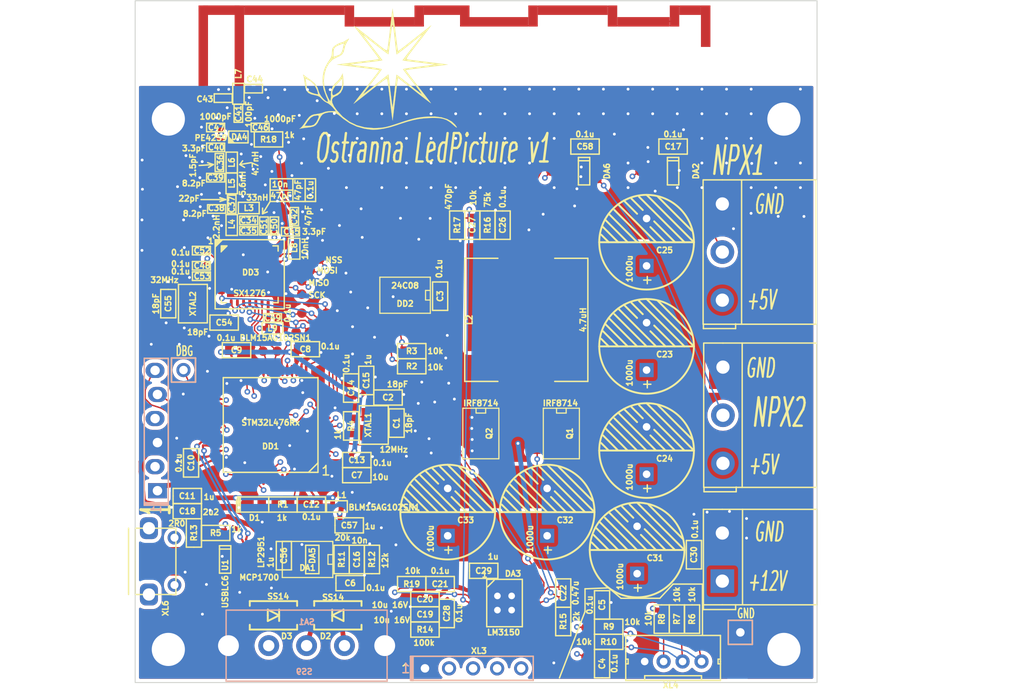
<source format=kicad_pcb>
(kicad_pcb (version 20210606) (generator pcbnew)
  (layers (0 "F.Cu" signal) (1 "In1.Cu" signal) (2 "In2.Cu" signal) (31 "B.Cu" signal) (36 "B.SilkS" user "B.Silkscreen") (37 "F.SilkS" user "F.Silkscreen") (38 "B.Mask" user) (39 "F.Mask" user) (44 "Edge.Cuts" user))
  (net 0 "")
  (net 1 "/LoRa/ANT")
  (net 2 "GND")
  (net 3 "Net-(C1-Pad1)")
  (net 4 "Net-(C2-Pad1)")
  (net 5 "+PwrMCU")
  (net 6 "/ENCODER2")
  (net 7 "/ENCODER1")
  (net 8 "/+PWRIN")
  (net 9 "+3v3")
  (net 10 "Net-(C16-Pad2)")
  (net 11 "/+PWR_LED")
  (net 12 "Net-(C18-Pad1)")
  (net 13 "+BATT")
  (net 14 "/L1IN")
  (net 15 "Net-(C22-Pad2)")
  (net 16 "Net-(C27-Pad1)")
  (net 17 "Net-(C28-Pad1)")
  (net 18 "Net-(C29-Pad1)")
  (net 19 "Net-(C34-Pad1)")
  (net 20 "Net-(C36-Pad1)")
  (net 21 "Net-(C36-Pad2)")
  (net 22 "Net-(C37-Pad1)")
  (net 23 "Net-(C37-Pad2)")
  (net 24 "Net-(C41-Pad1)")
  (net 25 "Net-(C41-Pad2)")
  (net 26 "Net-(C42-Pad1)")
  (net 27 "Net-(C42-Pad2)")
  (net 28 "Net-(C46-Pad1)")
  (net 29 "VCC")
  (net 30 "Net-(C52-Pad1)")
  (net 31 "Net-(C53-Pad1)")
  (net 32 "Net-(C54-Pad1)")
  (net 33 "Net-(C55-Pad1)")
  (net 34 "Net-(D1-PadA)")
  (net 35 "Net-(D2-PadC)")
  (net 36 "/5V_USB")
  (net 37 "/NPX_CTRL1")
  (net 38 "/PWR_EN")
  (net 39 "Net-(DA3-Pad7)")
  (net 40 "Net-(DA3-Pad8)")
  (net 41 "/NPX_CTRL2")
  (net 42 "/BTN5")
  (net 43 "Net-(DD1-Pad6)")
  (net 44 "/SCL_EE")
  (net 45 "/SDA_EE")
  (net 46 "/SX_RST")
  (net 47 "/SX_DIO0")
  (net 48 "/SX_DIO1")
  (net 49 "/SX_DIO2")
  (net 50 "/SX_DIO3")
  (net 51 "/SX_NSS")
  (net 52 "/SX_SCK")
  (net 53 "/SX_MISO")
  (net 54 "/SX_MOSI")
  (net 55 "/SX_DIO4")
  (net 56 "/PB14")
  (net 57 "/SX_DIO5")
  (net 58 "/PB0")
  (net 59 "/PB10")
  (net 60 "/PB11")
  (net 61 "Net-(DD1-Pad40)")
  (net 62 "Net-(DD1-Pad41)")
  (net 63 "/UART_TX")
  (net 64 "/UART_RX")
  (net 65 "/D-")
  (net 66 "/D+")
  (net 67 "/SWDIO")
  (net 68 "/SWCLK")
  (net 69 "/PWM16")
  (net 70 "Net-(DD3-Pad20)")
  (net 71 "Net-(DD3-Pad21)")
  (net 72 "Net-(DD3-Pad27)")
  (net 73 "Net-(R6-Pad2)")
  (net 74 "Net-(R10-Pad1)")
  (net 75 "/DIN+")
  (net 76 "/DIN-")
  (net 77 "/HGate")
  (net 78 "/LGate")
  (net 79 "/NPX1")
  (net 80 "/NPX2")
  (footprint "Diodes:SMA_DO214AC" (layer "F.Cu") (at 119.4 113.9)
    (fp_text reference "D2")
    (fp_text value "SS14")
  )
  (footprint "Capacitors:CAP_10xxR" (layer "F.Cu") (at 141.5 103 90)
    (fp_text reference "C32")
    (fp_text value "1000u")
  )
  (footprint "Resistors:RES_0603" (layer "F.Cu") (at 127.2 86)
    (fp_text reference "R3")
    (fp_text value "10k")
  )
  (footprint "PCB:TESTPOINT_1MM" (layer "F.Cu") (at 115.5929 81.9876)
    (fp_text reference "TP10" hide)
    (fp_text value "TESTPOINT" hide)
  )
  (footprint "Capacitors:CAP_0402" (layer "F.Cu") (at 104.9929 76.9876 180)
    (fp_text reference "C48")
    (fp_text value "0.1u")
  )
  (footprint "Capacitors:CAP_0603_Silks" (layer "F.Cu") (at 130.9 113.7 90)
    (fp_text reference "C28")
    (fp_text value "0.1u")
  )
  (footprint "LEDs:LED_0603" (layer "F.Cu") (at 110.6 102.2 180)
    (fp_text reference "D1")
    (fp_text value "LED" hide)
  )
  (footprint "LQFP_TQFP:LQFP64" (layer "F.Cu") (at 112.3 93.8 180)
    (fp_text reference "DD1")
    (fp_text value "STM32L476Rx")
  )
  (footprint "Inductors:IND_0402" (layer "F.Cu") (at 108.9018 58.8231 90)
    (fp_text reference "L7")
    (fp_text value "***" hide)
  )
  (footprint "Capacitors:CAP_0402" (layer "F.Cu") (at 110.4929 58.2876)
    (fp_text reference "C44")
    (fp_text value "***" hide)
  )
  (footprint "Capacitors:CAP_0603_Silks" (layer "F.Cu") (at 147.3 119 90)
    (fp_text reference "C4")
    (fp_text value "0.1u")
  )
  (footprint "Capacitors:CAP_0603_Silks" (layer "F.Cu") (at 107.3929 82.9876)
    (fp_text reference "C54")
    (fp_text value "18pF")
  )
  (footprint "Capacitors:CAP_10xxR" (layer "F.Cu") (at 151 107 90)
    (fp_text reference "C31")
    (fp_text value "1000u")
  )
  (footprint "Resistors:RES_0603" (layer "F.Cu") (at 119.8 108 -90)
    (fp_text reference "R11")
    (fp_text value "20k")
  )
  (footprint "Diodes:SMA_DO214AC" (layer "F.Cu") (at 112.6 113.9 180)
    (fp_text reference "D3")
    (fp_text value "SS14")
  )
  (footprint "Resistors:RES_0603" (layer "F.Cu") (at 104.2 105.2 90)
    (fp_text reference "R13")
    (fp_text value "2R0")
  )
  (footprint "Capacitors:CAP_0603_Silks" (layer "F.Cu") (at 121.4 108 -90)
    (fp_text reference "C16")
    (fp_text value "10n")
  )
  (footprint "Capacitors:CAP_0402" (layer "F.Cu") (at 104.9929 78.0876 180)
    (fp_text reference "C53")
    (fp_text value "0.1u")
  )
  (footprint "Capacitors:CAP_0603_Silks" (layer "F.Cu") (at 147.3 112.8 -90)
    (fp_text reference "C5")
    (fp_text value "0.1u")
  )
  (footprint "Capacitors:CAP_10xxR" (layer "F.Cu") (at 152 96.5 90)
    (fp_text reference "C24")
    (fp_text value "1000u")
  )
  (footprint "Capacitors:CAP_0603_Silks" (layer "F.Cu") (at 103.5 101.3)
    (fp_text reference "C11")
    (fp_text value "1u")
  )
  (footprint "SOT:SC70" (layer "F.Cu") (at 108.8929 63.3876)
    (fp_text reference "DA4")
    (fp_text value "PE4259")
  )
  (footprint "Capacitors:CAP_0603_Silks" (layer "F.Cu") (at 134.8 109.2)
    (fp_text reference "C29")
    (fp_text value "1u")
  )
  (footprint "Quartz:03225C4" (layer "F.Cu") (at 104.0929 80.9876 -90)
    (fp_text reference "XTAL2")
    (fp_text value "32MHz")
  )
  (footprint "Capacitors:CAP_0402" (layer "F.Cu") (at 106.4929 64.4876 180)
    (fp_text reference "C40")
    (fp_text value "3.3pF")
  )
  (footprint "SO_DIL_TSSOP:HTSSOP14" (layer "F.Cu") (at 137 112.6)
    (fp_text reference "DA3")
    (fp_text value "LM3150")
  )
  (footprint "Inductors:IND_0402" (layer "F.Cu") (at 108.1929 68.2876 90)
    (fp_text reference "L5")
    (fp_text value "5.6nH")
  )
  (footprint "PCB:Hole3_5_out6mm" (layer "F.Cu") (at 101.5 117.5)
    (fp_text reference "HOLE3" hide)
    (fp_text value "HOLE_METALLED" hide)
  )
  (footprint "Resistors:RES_0603" (layer "F.Cu") (at 128.6 115.4)
    (fp_text reference "R14")
    (fp_text value "100k")
  )
  (footprint "Capacitors:CAP_0603_Silks" (layer "F.Cu") (at 120.7 110.5)
    (fp_text reference "C6")
    (fp_text value "0.1u")
  )
  (footprint "Inductors:IND_0402" (layer "F.Cu") (at 108.1929 72.6876 90)
    (fp_text reference "L4")
    (fp_text value "2.2nH")
  )
  (footprint "Capacitors:CAP_0603_Silks" (layer "F.Cu") (at 113.7 107.6 90)
    (fp_text reference "C56")
    (fp_text value "1u")
  )
  (footprint "PCB:Hole3_5_out6mm" (layer "F.Cu") (at 166.5 61.5)
    (fp_text reference "HOLE2" hide)
    (fp_text value "HOLE_METALLED" hide)
  )
  (footprint "Capacitors:CAP_0402" (layer "F.Cu") (at 114.7929 71.7876 -90)
    (fp_text reference "C42")
    (fp_text value "47pF")
  )
  (footprint "Connectors:PLS-5" (layer "F.Cu") (at 128.6 119.5)
    (fp_text reference "XL3")
    (fp_text value "CONN_5" hide)
  )
  (footprint "Resistors:RES_0603" (layer "F.Cu") (at 106.5 105.2 180)
    (fp_text reference "R5")
    (fp_text value "1k")
  )
  (footprint "PCB:TESTPOINT_1MM" (layer "F.Cu") (at 111.5 86)
    (fp_text reference "TP13" hide)
    (fp_text value "TESTPOINT" hide)
  )
  (footprint "Capacitors:CAP_0603_Silks" (layer "F.Cu") (at 121.4 99.1 180)
    (fp_text reference "C7")
    (fp_text value "10u")
  )
  (footprint "Capacitors:CAP_0402" (layer "F.Cu") (at 106.5929 70.9876 180)
    (fp_text reference "C38")
    (fp_text value "8.2pF")
  )
  (footprint "Resistors:RES_0603" (layer "F.Cu") (at 127.2 110.6 180)
    (fp_text reference "R19")
    (fp_text value "10k")
  )
  (footprint "Resistors:RES_0603" (layer "F.Cu") (at 132 72.7 90)
    (fp_text reference "R17")
    (fp_text value "10k")
  )
  (footprint "Capacitors:CAP_0603_Silks" (layer "F.Cu") (at 120.8 89.9 -90)
    (fp_text reference "C14")
    (fp_text value "0.1u")
  )
  (footprint "Quartz:03225C4" (layer "F.Cu") (at 123.2 93.8 90)
    (fp_text reference "XTAL1")
    (fp_text value "12MHz")
  )
  (footprint "Inductors:IND_0402" (layer "F.Cu") (at 112.4929 83.5876)
    (fp_text reference "L9")
    (fp_text value "BLM15AG102SN1")
  )
  (footprint "PCB:TESTPOINT_1MM" (layer "F.Cu") (at 116.3929 83.9876)
    (fp_text reference "TP12" hide)
    (fp_text value "TESTPOINT" hide)
  )
  (footprint "QFN_DFN:QFN-28_EP_6x6_Pitch0.65mm" (layer "F.Cu") (at 110.0929 77.8876)
    (fp_text reference "DD3")
    (fp_text value "SX1276")
  )
  (footprint "PCB:TESTPOINT_1MM" (layer "F.Cu") (at 151.3 67)
    (fp_text reference "TP3" hide)
    (fp_text value "TESTPOINT" hide)
  )
  (footprint "Resistors:RES_0603" (layer "F.Cu") (at 143.2 114.55 -90)
    (fp_text reference "R15")
    (fp_text value "2k")
  )
  (footprint "Inductors:IND_0402" (layer "F.Cu") (at 108.1929 66.0876 90)
    (fp_text reference "L6")
    (fp_text value "4.7nH")
  )
  (footprint "Inductors:IND_0402" (layer "F.Cu") (at 119.3 102.4)
    (fp_text reference "L1")
    (fp_text value "BLM15AG102SN1")
  )
  (footprint "PCB:TESTPOINT_1MM" (layer "F.Cu") (at 117.4929 76.2876)
    (fp_text reference "TP5" hide)
    (fp_text value "TESTPOINT" hide)
  )
  (footprint "SOT:SOT23-5" (layer "F.Cu") (at 145.4 67 -90)
    (fp_text reference "DA6")
    (fp_text value "MC74VHC1")
  )
  (footprint "Capacitors:CAP_0603_Silks" (layer "F.Cu") (at 154.8 64.4 180)
    (fp_text reference "C17")
    (fp_text value "0.1u")
  )
  (footprint "Capacitors:CAP_0402" (layer "F.Cu") (at 107.2929 59.2876 180)
    (fp_text reference "C43")
    (fp_text value "***" hide)
  )
  (footprint "Capacitors:CAP_0402" (layer "F.Cu") (at 106.4929 67.6876 180)
    (fp_text reference "C39")
    (fp_text value "8.2pF")
  )
  (footprint "Inductors:13x13" (layer "F.Cu") (at 139.3 82.7 -90)
    (fp_text reference "L2")
    (fp_text value "4.7uH")
  )
  (footprint "PCB:TESTPOINT_1MM" (layer "F.Cu") (at 141.9 67 180)
    (fp_text reference "TP15" hide)
    (fp_text value "TESTPOINT" hide)
  )
  (footprint "Capacitors:CAP_10xxR" (layer "F.Cu") (at 131 103 90)
    (fp_text reference "C33")
    (fp_text value "1000u")
  )
  (footprint "PCB:TESTPOINT_1MM" (layer "F.Cu") (at 118.3749 83.3596)
    (fp_text reference "TP9" hide)
    (fp_text value "TESTPOINT" hide)
  )
  (footprint "Capacitors:CAP_0603_Silks" (layer "F.Cu") (at 157 107.5 -90)
    (fp_text reference "C30")
    (fp_text value "0.1u")
  )
  (footprint "PCB:TESTPOINT_1MM" (layer "F.Cu") (at 116.4929 77.4876)
    (fp_text reference "TP8" hide)
    (fp_text value "TESTPOINT" hide)
  )
  (footprint "Capacitors:CAP_0402" (layer "F.Cu") (at 112.6929 72.7876 90)
    (fp_text reference "C50")
    (fp_text value "0.1u")
  )
  (footprint "PCB:TESTPOINT_1MM" (layer "F.Cu") (at 113 86)
    (fp_text reference "TP14" hide)
    (fp_text value "TESTPOINT" hide)
  )
  (footprint "Capacitors:CAP_0603_Silks" (layer "F.Cu") (at 122.4 89.1 -90)
    (fp_text reference "C15")
    (fp_text value "1u")
  )
  (footprint "PCB:TESTPOINT_1MM" (layer "F.Cu") (at 118.1929 81.9876)
    (fp_text reference "TP4" hide)
    (fp_text value "TESTPOINT" hide)
  )
  (footprint "SO_DIL_TSSOP:SO8_150MIL" (layer "F.Cu") (at 116.2 108 180)
    (fp_text reference "DA1")
    (fp_text value "LP2951")
  )
  (footprint "Capacitors:CAP_0603_Silks" (layer "F.Cu") (at 130.2 80.2 -90)
    (fp_text reference "C3")
    (fp_text value "0.1u")
  )
  (footprint "Capacitors:CAP_0603_Silks" (layer "F.Cu") (at 103.5 102.9 180)
    (fp_text reference "C18")
    (fp_text value "2u2")
  )
  (footprint "Capacitors:CAP_0603_Silks" (layer "F.Cu") (at 125.6 93.6 90)
    (fp_text reference "C1")
    (fp_text value "18pF")
  )
  (footprint "Capacitors:CAP_0402" (layer "F.Cu") (at 109.9929 73.2876 180)
    (fp_text reference "C35")
    (fp_text value "47pF")
  )
  (footprint "PCB:TESTPOINT_1MM" (layer "F.Cu") (at 145.6 115.2)
    (fp_text reference "TP2" hide)
    (fp_text value "TESTPOINT" hide)
  )
  (footprint "Capacitors:CAP_0603_Silks" (layer "F.Cu") (at 120.6 104.4)
    (fp_text reference "C57")
    (fp_text value "1u")
  )
  (footprint "Capacitors:CAP_0603_Silks" (layer "F.Cu") (at 103.9 97.8 -90)
    (fp_text reference "C10")
    (fp_text value "0.1u")
  )
  (footprint "Pictures:Ostranna_16d9_13d5" (layer "F.Cu") (at 123.6 56.2)
    (fp_text reference "Logo1" hide)
    (fp_text value "Logo" hide)
  )
  (footprint "Resistors:RES_0603" (layer "F.Cu") (at 127.2 87.6 180)
    (fp_text reference "R2")
    (fp_text value "10k")
  )
  (footprint "Resistors:RES_0603" (layer "F.Cu") (at 113.6 102.2)
    (fp_text reference "R1")
    (fp_text value "1k")
  )
  (footprint "Connectors:PLS-1Rnd" (layer "F.Cu") (at 103.1 88)
    (fp_text reference "XL2" hide)
    (fp_text value "CONN_1" hide)
  )
  (footprint "Capacitors:CAP_0603_Silks" (layer "F.Cu") (at 133.6 72.7 -90)
    (fp_text reference "C27")
    (fp_text value "470pF")
  )
  (footprint "Connectors:WB-04(MW-4M)" (layer "F.Cu") (at 154.8 118.775)
    (fp_text reference "XL4")
    (fp_text value "CONN_4" hide)
  )
  (footprint "Connectors:TermiBlockHeader_508_x3_R" (layer "F.Cu") (at 160 73 90)
    (fp_text reference "XL5" hide)
    (fp_text value "CONN_3")
  )
  (footprint "Connectors:PLS-1Rnd" (layer "F.Cu") (at 161.9 115.7)
    (fp_text reference "XL7" hide)
    (fp_text value "CONN_1" hide)
  )
  (footprint "Capacitors:CAP_0603_Silks" (layer "F.Cu") (at 101.4929 80.9876 -90)
    (fp_text reference "C55")
    (fp_text value "18pF")
  )
  (footprint "Capacitors:CAP_0603_Silks" (layer "F.Cu") (at 121.4 97.5 180)
    (fp_text reference "C13")
    (fp_text value "0.1u")
  )
  (footprint "Capacitors:CAP_0402" (layer "F.Cu") (at 104.9929 75.3876 180)
    (fp_text reference "C52")
    (fp_text value "0.1u")
  )
  (footprint "Resistors:RES_0603" (layer "F.Cu") (at 156.8 114.3 -90)
    (fp_text reference "R6")
    (fp_text value "10k")
  )
  (footprint "Capacitors:CAP_0402" (layer "F.Cu") (at 106.8929 66.0876 -90)
    (fp_text reference "C36")
    (fp_text value "1.5pF")
  )
  (footprint "Connectors:USBmicro_MOLEX_1050170001" (layer "F.Cu") (at 98 108.2 -90)
    (fp_text reference "XL6")
    (fp_text value "USB_MICRO" hide)
  )
  (footprint "SO_DIL_TSSOP:SO8_150MIL" (layer "F.Cu") (at 143 94.7 -90)
    (fp_text reference "Q1")
    (fp_text value "IRF8714")
  )
  (footprint "PCB:TESTPOINT_1MM" (layer "F.Cu") (at 115.5929 79.9876)
    (fp_text reference "TP6" hide)
    (fp_text value "TESTPOINT" hide)
  )
  (footprint "Connectors:TermiBlockHeader_508_x3_R" (layer "F.Cu") (at 160.063 90.23 90)
    (fp_text reference "XL9" hide)
    (fp_text value "CONN_3")
  )
  (footprint "Resistors:RES_0603" (layer "F.Cu") (at 120.8 93.9 -90)
    (fp_text reference "R4")
    (fp_text value "1k")
  )
  (footprint "PCB:Hole3_5_out6mm" (layer "F.Cu") (at 166.5 117.5)
    (fp_text reference "HOLE4" hide)
    (fp_text value "HOLE_METALLED" hide)
  )
  (footprint "PCB:TESTPOINT_1MM" (layer "F.Cu") (at 115.5929 78.5876)
    (fp_text reference "TP7" hide)
    (fp_text value "TESTPOINT" hide)
  )
  (footprint "Inductors:IND_0402" (layer "F.Cu") (at 109.9929 70.8876 180)
    (fp_text reference "L3")
    (fp_text value "33nH")
  )
  (footprint "SO_DIL_TSSOP:SO8_150MIL" (layer "F.Cu") (at 134.5 94.7 -90)
    (fp_text reference "Q2")
    (fp_text value "IRF8714")
  )
  (footprint "Resistors:RES_0603" (layer "F.Cu") (at 155.2 114.3 -90)
    (fp_text reference "R7")
    (fp_text value "10k")
  )
  (footprint "Resistors:RES_0603" (layer "F.Cu") (at 148 115.1 180)
    (fp_text reference "R9")
    (fp_text value "10k")
  )
  (footprint "Capacitors:CAP_0402" (layer "F.Cu") (at 114.3929 73.3876 180)
    (fp_text reference "C45")
    (fp_text value "3.3pF")
  )
  (footprint "Capacitors:CAP_0603_Silks" (layer "F.Cu") (at 136.8 72.7 -90)
    (fp_text reference "C26")
    (fp_text value "0.1u")
  )
  (footprint "Capacitors:CAP_0603_Silks" (layer "F.Cu") (at 115.962 85.8 180)
    (fp_text reference "C8")
    (fp_text value "0.1u")
  )
  (footprint "Capacitors:CAP_0402" (layer "F.Cu") (at 108.8929 60.8876 -90)
    (fp_text reference "C41")
    (fp_text value "100pF")
  )
  (footprint "Connectors:TermiBlockHeader_508_x2_R" (layer "F.Cu") (at 160 107.75 90)
    (fp_text reference "XL8" hide)
    (fp_text value "CONN_2" hide)
  )
  (footprint "SO_DIL_TSSOP:SO8_150MIL" (layer "F.Cu") (at 126.5 80.1 180)
    (fp_text reference "DD2")
    (fp_text value "24C08")
  )
  (footprint "Antennas:ANT_868_IFA_SIMPLEJOY" (layer "F.Cu") (at 109 58)
    (fp_text reference "ANT1" hide)
    (fp_text value "ANT_GENERAL" hide)
  )
  (footprint "Capacitors:CAP_0603_Silks" (layer "F.Cu") (at 145.5 64.4 180)
    (fp_text reference "C58")
    (fp_text value "0.1u")
  )
  (footprint "Capacitors:CAP_0402" (layer "F.Cu") (at 111.1929 62.3876)
    (fp_text reference "C46")
    (fp_text value "1000pF")
  )
  (footprint "Capacitors:CAP_0402" (layer "F.Cu") (at 109.9929 72.1876 180)
    (fp_text reference "C34")
    (fp_text value "10n")
  )
  (footprint "Capacitors:CAP_0603_Silks" (layer "F.Cu") (at 128.6 113.8 180)
    (fp_text reference "C19")
    (fp_text value "10u 16V")
  )
  (footprint "Resistors:RES_0603" (layer "F.Cu") (at 135.2 72.7 -90)
    (fp_text reference "R16")
    (fp_text value "75k")
  )
  (footprint "PCB:REF_POINT_1MM" (layer "F.Cu") (at 161.6 119.1)
    (fp_text reference "RP2" hide)
    (fp_text value "REFPOINT" hide)
  )
  (footprint "Capacitors:CAP_0603_Silks" (layer "F.Cu") (at 143.2 111.55 90)
    (fp_text reference "C22")
    (fp_text value "0.47u")
  )
  (footprint "SOT:SOT23-6" (layer "F.Cu") (at 107.5 108 -90)
    (fp_text reference "U1")
    (fp_text value "USBLC6")
  )
  (footprint "Capacitors:CAP_0402" (layer "F.Cu") (at 111.5929 72.7876 90)
    (fp_text reference "C51")
    (fp_text value "47pF")
  )
  (footprint "Resistors:RES_0603" (layer "F.Cu") (at 148 116.7 180)
    (fp_text reference "R10")
    (fp_text value "10k")
  )
  (footprint "Capacitors:CAP_0603_Silks" (layer "F.Cu") (at 116.6 102.2)
    (fp_text reference "C12")
    (fp_text value "0.1u")
  )
  (footprint "Capacitors:CAP_0603_Silks" (layer "F.Cu") (at 130.2 110.6)
    (fp_text reference "C21")
    (fp_text value "0.1u")
  )
  (footprint "SOT:SOT23-5" (layer "F.Cu") (at 154.8 67 -90)
    (fp_text reference "DA2")
    (fp_text value "MC74VHC1")
  )
  (footprint "PCB:Hole3_5_out6mm" (layer "F.Cu") (at 101.5 61.5)
    (fp_text reference "HOLE1" hide)
    (fp_text value "HOLE_METALLED" hide)
  )
  (footprint "Resistors:RES_0603" (layer "F.Cu") (at 112.0766 63.6458 180)
    (fp_text reference "R18")
    (fp_text value "1k")
  )
  (footprint "Resistors:RES_0603" (layer "F.Cu") (at 153.6 114.3 -90)
    (fp_text reference "R8")
    (fp_text value "10k")
  )
  (footprint "SOT:SOT23-3A" (layer "F.Cu") (at 116.7 108 -90)
    (fp_text reference "DA5")
    (fp_text value "MCP1700")
  )
  (footprint "Capacitors:CAP_0603_Silks" (layer "F.Cu") (at 128.6 112.2 180)
    (fp_text reference "C20")
    (fp_text value "10u 16V")
  )
  (footprint "Inductors:IND_0402" (layer "F.Cu") (at 114.7929 75.1876 90)
    (fp_text reference "L8")
    (fp_text value "10nH")
  )
  (footprint "Capacitors:CAP_0603_Silks" (layer "F.Cu") (at 124.7 90.9)
    (fp_text reference "C2")
    (fp_text value "18pF")
  )
  (footprint "Capacitors:CAP_0603_Silks" (layer "F.Cu") (at 108.7 85.9 180)
    (fp_text reference "C9")
    (fp_text value "0.1u")
  )
  (footprint "Capacitors:CAP_0402" (layer "F.Cu") (at 112.4929 82.4876)
    (fp_text reference "C49")
    (fp_text value "0.1u")
  )
  (footprint "Resistors:RES_0603" (layer "F.Cu") (at 123 108 90)
    (fp_text reference "R12")
    (fp_text value "12k")
  )
  (footprint "Capacitors:CAP_0402" (layer "F.Cu") (at 106.4929 62.3876 180)
    (fp_text reference "C47")
    (fp_text value "1000pF")
  )
  (footprint "Connectors:PLS-6_LOCK" (layer "F.Cu") (at 100.227 100.74 90)
    (fp_text reference "XL1" hide)
    (fp_text value "CONN_6" hide)
  )
  (footprint "Capacitors:CAP_10xxR" (layer "F.Cu") (at 152 85.5 90)
    (fp_text reference "C23")
    (fp_text value "1000u")
  )
  (footprint "Capacitors:CAP_10xxR" (layer "F.Cu") (at 152 74.5 90)
    (fp_text reference "C25")
    (fp_text value "1000u")
  )
  (footprint "PCB:REF_POINT_1MM" (layer "F.Cu") (at 100.7 66.5)
    (fp_text reference "RP1" hide)
    (fp_text value "REFPOINT" hide)
  )
  (footprint "Capacitors:CAP_0402" (layer "F.Cu") (at 108.1929 70.4876 -90)
    (fp_text reference "C37")
    (fp_text value "22pF")
  )
  (footprint "PCB:TESTPOINT_1MM" (layer "F.Cu") (at 145.6 118.3)
    (fp_text reference "TP1" hide)
    (fp_text value "TESTPOINT" hide)
  )
  (footprint "PCB:TESTPOINT_1MM" (layer "F.Cu") (at 114.9929 83.9876)
    (fp_text reference "TP11" hide)
    (fp_text value "TESTPOINT" hide)
  )
  (footprint "BtnsSwitches:SW_SS9" (layer "B.Cu") (at 116.1 117.1 180)
    (fp_text reference "SA1")
    (fp_text value "SS9")
  )
  (gr_line (start 109.05 66.3) (end 109.35 65.9) (layer "F.SilkS") (width 0.15))
  (gr_line (start 114.65 67.8) (end 114.65 70.2) (layer "F.SilkS") (width 0.15))
  (gr_line (start 115.75 70.2) (end 117.05 70.2) (layer "F.SilkS") (width 0.15))
  (gr_line (start 148 111) (end 149.3 112.1) (layer "F.SilkS") (width 0.15))
  (gr_line (start 153.4 112.1) (end 154.8 110.6) (layer "F.SilkS") (width 0.15))
  (gr_line (start 117.05 67.8) (end 112.25 67.8) (layer "F.SilkS") (width 0.15))
  (gr_line (start 106.25 66.3) (end 105.75 66.6) (layer "F.SilkS") (width 0.15))
  (gr_line (start 107.55 70) (end 106.95 70.2) (layer "F.SilkS") (width 0.15))
  (gr_line (start 117.05 70.2) (end 117.05 67.9) (layer "F.SilkS") (width 0.15))
  (gr_line (start 115.95 70.2) (end 115.95 67.8) (layer "F.SilkS") (width 0.15))
  (gr_line (start 157.9 110.6) (end 157.9 116) (layer "F.SilkS") (width 0.15))
  (gr_line (start 112.25 70.2) (end 112.25 67.8) (layer "F.SilkS") (width 0.15))
  (gr_line (start 104.75 66.4) (end 106.25 66.3) (layer "F.SilkS") (width 0.15))
  (gr_line (start 112.25 70.2) (end 111.45 71.5) (layer "F.SilkS") (width 0.15))
  (gr_line (start 114.65 70.2) (end 115.75 70.2) (layer "F.SilkS") (width 0.15))
  (gr_line (start 145.5 113.5) (end 145.5 111.1) (layer "F.SilkS") (width 0.15))
  (gr_line (start 109.05 66.3) (end 109.55 66.6) (layer "F.SilkS") (width 0.15))
  (gr_line (start 111.45 71.5) (end 111.95 71.3) (layer "F.SilkS") (width 0.15))
  (gr_line (start 106.25 66.3) (end 105.65 66.1) (layer "F.SilkS") (width 0.15))
  (gr_line (start 142.8 120.5) (end 145.5 113.5) (layer "F.SilkS") (width 0.15))
  (gr_line (start 112.25 69) (end 114.65 69) (layer "F.SilkS") (width 0.15))
  (gr_line (start 106.95 69.8) (end 107.55 70) (layer "F.SilkS") (width 0.15))
  (gr_line (start 114.65 70.2) (end 112.25 70.2) (layer "F.SilkS") (width 0.15))
  (gr_line (start 145.5 111.1) (end 148 111) (layer "F.SilkS") (width 0.15))
  (gr_line (start 104.95 70) (end 107.55 70) (layer "F.SilkS") (width 0.15))
  (gr_line (start 149.3 112.1) (end 153.4 112.1) (layer "F.SilkS") (width 0.15))
  (gr_line (start 111.45 71.5) (end 111.45 70.9) (layer "F.SilkS") (width 0.15))
  (gr_line (start 110.25 66.1) (end 109.05 66.3) (layer "F.SilkS") (width 0.15))
  (gr_line (start 107.55 70) (end 106.95 69.8) (layer "F.SilkS") (width 0.15))
  (gr_line (start 154.8 110.6) (end 157.9 110.6) (layer "F.SilkS") (width 0.15))
  (gr_rect (start 98 49) (end 170 121) (layer "Edge.Cuts") (width 0.1) (fill none))
  (gr_text "GND" (at 162.5 113.7) (layer "F.SilkS") (effects (font (size 1 0.6))))
  (gr_text "+5V" (at 164.3 98) (layer "F.SilkS") (effects (font (size 2 1) (thickness 0.2) italic)))
  (gr_text "MISO" (at 117.3929 78.7876) (layer "F.SilkS") (effects (font (size 0.6 0.6))))
  (gr_text "GND" (at 164 87.8) (layer "F.SilkS") (effects (font (size 2 1) (thickness 0.2) italic)))
  (gr_text "+12V" (at 164.7 110.3) (layer "F.SilkS") (effects (font (size 2 1) (thickness 0.2) italic)))
  (gr_text "Ostranna LedPicture v1" (at 129.4 64.6) (layer "F.SilkS") (effects (font (size 3 1.4) (thickness 0.25) italic)))
  (gr_text "NPX2" (at 165.9 92.5) (layer "F.SilkS") (effects (font (size 3 1.4) (thickness 0.25) italic)))
  (gr_text "MOSI" (at 118.2929 77.4876) (layer "F.SilkS") (effects (font (size 0.6 0.6))))
  (gr_text "DBG" (at 103.2 86) (layer "F.SilkS") (effects (font (size 1 0.6))))
  (gr_text "NPX1" (at 161.6 65.9) (layer "F.SilkS") (effects (font (size 3 1.4) (thickness 0.25) italic)))
  (gr_text "+5V" (at 164.1 80.6) (layer "F.SilkS") (effects (font (size 2 1) (thickness 0.2) italic)))
  (gr_text "GND" (at 164.9 70.5) (layer "F.SilkS") (effects (font (size 2 1) (thickness 0.2) italic)))
  (gr_text "SCK" (at 117.1929 80.0876) (layer "F.SilkS") (effects (font (size 0.6 0.6))))
  (gr_text "GND" (at 164.9 105.1) (layer "F.SilkS") (effects (font (size 2 1) (thickness 0.2) italic)))
  (gr_text "NSS" (at 118.9929 76.3876) (layer "F.SilkS") (effects (font (size 0.6 0.6))))
  (segment (start 154.9063 51.1635) (end 154.95 50.615) (width 0.15) (layer "F.Cu") (net 1))
  (segment (start 108.9018 58.3231) (end 108.9114 56.7833) (width 0.6) (layer "F.Cu") (net 1))
  (segment (start 108.9018 58.3231) (end 109.9929 58.2876) (width 0.5) (layer "F.Cu") (net 1))
  (segment (start 108.9114 56.7833) (end 109 53.75) (width 0.6) (layer "F.Cu") (net 1))
  (segment (start 151.67 51.23) (end 154.9063 51.1635) (width 0.15) (layer "F.Cu") (net 1))
  (segment (start 105.5315 97.1616) (end 104.408 97.1616) (width 0.22) (layer "F.Cu") (net 2))
  (segment (start 112.659 71.3716) (end 112.959 70.2241) (width 0.5) (layer "F.Cu") (net 2))
  (segment (start 129.942 79.2435) (end 129.942 78.9935) (width 0.5) (layer "F.Cu") (net 2))
  (segment (start 138.417 110.8995) (end 139.0269 110.6649) (width 0.4) (layer "F.Cu") (net 2))
  (segment (start 127.7464 119) (end 127.85 119) (width 0.5) (layer "F.Cu") (net 2))
  (segment (start 106.1517 69.2752) (end 106.043 69.2752) (width 0.5) (layer "F.Cu") (net 2))
  (segment (start 135.5 113.25) (end 135.7 113.25) (width 0.4) (layer "F.Cu") (net 2))
  (segment (start 138.3 113.9) (end 137.75 113.35) (width 0.4) (layer "F.Cu") (net 2))
  (segment (start 127.894 110.85) (end 127.95 110.6) (width 0.5) (layer "F.Cu") (net 2))
  (segment (start 105.9929 62.3876) (end 105.9429 62.3473) (width 0.5) (layer "F.Cu") (net 2))
  (segment (start 111.893 72.2876) (end 112.393 72.2876) (width 0.5) (layer "F.Cu") (net 2))
  (segment (start 144.4 66.1175) (end 144.1 66.05) (width 0.5) (layer "F.Cu") (net 2))
  (segment (start 124.595 77.8026) (end 124.595 77.306) (width 0.5) (layer "F.Cu") (net 2))
  (segment (start 122.4 88.338) (end 122.142 88.5325) (width 0.5) (layer "F.Cu") (net 2))
  (segment (start 153.5 67.95) (end 153.2675 67.95) (width 0.5) (layer "F.Cu") (net 2))
  (segment (start 122.7592 106.3499) (end 121.5565 105.0116) (width 0.5) (layer "F.Cu") (net 2))
  (segment (start 106.043 62.7912) (end 106.043 62.6876) (width 0.5) (layer "F.Cu") (net 2))
  (segment (start 113.958 106.6435) (end 114.208 106.6435) (width 0.5) (layer "F.Cu") (net 2))
  (segment (start 125.531 91.158) (end 125.531 91.408) (width 0.5) (layer "F.Cu") (net 2))
  (segment (start 135.562 109.2) (end 135.7565 109.458) (width 0.5) (layer "F.Cu") (net 2))
  (segment (start 102.2935 102.642) (end 102.1899 102.642) (width 0.5) (layer "F.Cu") (net 2))
  (segment (start 118.05 92.05) (end 118.515 92.05) (width 0.22) (layer "F.Cu") (net 2))
  (segment (start 133.35 113.25) (end 133.0869 113.2351) (width 0.4) (layer "F.Cu") (net 2))
  (segment (start 121.642 88.6789) (end 121.558 88.7971) (width 0.5) (layer "F.Cu") (net 2))
  (segment (start 105.993 67.6376) (end 105.9929 67.6876) (width 0.5) (layer "F.Cu") (net 2))
  (segment (start 115.08 69.4966) (end 114.921 70.4532) (width 0.5) (layer "F.Cu") (net 2))
  (segment (start 105.9929 64.4876) (end 106.043 64.4376) (width 0.5) (layer "F.Cu") (net 2))
  (segment (start 102.47 68.6379) (end 103.362 65.3594) (width 0.5) (layer "F.Cu") (net 2))
  (segment (start 109.2675 86.5116) (end 109.1506 87.0511) (width 0.5) (layer "F.Cu") (net 2))
  (segment (start 123.0116 88.5325) (end 123.3596 88.7376) (width 0.5) (layer "F.Cu") (net 2))
  (segment (start 103.108 72.1463) (end 105.684 74.0354) (width 0.5) (layer "F.Cu") (net 2))
  (segment (start 101.4929 81.7496) (end 101.268 81.9441) (width 0.5) (layer "F.Cu") (net 2))
  (segment (start 128.4 110.6) (end 128.9935 110.6) (width 0.5) (layer "F.Cu") (net 2))
  (segment (start 109.05 88.515) (end 109.05 88.05) (width 0.22) (layer "F.Cu") (net 2))
  (segment (start 115.326 61.1058) (end 117.215 59.5602) (width 0.5) (layer "F.Cu") (net 2))
  (segment (start 105.8903 97.0799) (end 105.5315 97.1616) (width 0.22) (layer "F.Cu") (net 2))
  (segment (start 144.7536 66.1175) (end 144.65 66.1175) (width 0.5) (layer "F.Cu") (net 2))
  (segment (start 130.4803 96.303) (end 130.4803 96.907) (width 0.5) (layer "F.Cu") (net 2))
  (segment (start 106.143 71.2876) (end 106.143 71.3912) (width 0.5) (layer "F.Cu") (net 2))
  (segment (start 114.197 63.9518) (end 115.792 63.5838) (width 0.5) (layer "F.Cu") (net 2))
  (segment (start 127.838 112.2) (end 127.894 111.942) (width 0.5) (layer "F.Cu") (net 2))
  (segment (start 108.893 64.1126) (end 108.8929 64.3626) (width 0.4) (layer "F.Cu") (net 2))
  (segment (start 163.106 66.1813) (end 166.5 61.5) (width 0.5) (layer "F.Cu") (net 2))
  (segment (start 130.2719 93.54) (end 130.556 94.2075) (width 0.5) (layer "F.Cu") (net 2))
  (segment (start 151.05 119.275) (end 151.3 119.275) (width 0.5) (layer "F.Cu") (net 2))
  (segment (start 107.798 82.0101) (end 107.96 82.376) (width 0.5) (layer "F.Cu") (net 2))
  (segment (start 127.838 113.8) (end 127.838 113.542) (width 0.5) (layer "F.Cu") (net 2))
  (segment (start 115.326 61.1058) (end 115.792 63.5838) (width 0.5) (layer "F.Cu") (net 2))
  (segment (start 106.222 71.7476) (end 107.1187 72.7509) (width 0.5) (layer "F.Cu") (net 2))
  (segment (start 130.5553 95.3348) (end 130.5553 95.0641) (width 0.5) (layer "F.Cu") (net 2))
  (segment (start 107.3841 63.7868) (end 107.8461 63.6375) (width 0.5) (layer "F.Cu") (net 2))
  (segment (start 139.29 113.9) (end 138.5 113.9) (width 0.4) (layer "F.Cu") (net 2))
  (segment (start 150.9464 119.275) (end 151.05 119.275) (width 0.5) (layer "F.Cu") (net 2))
  (segment (start 103.793 81.3876) (end 103.543 81.6376) (width 0.5) (layer "F.Cu") (net 2))
  (segment (start 122.1565 110.0956) (end 122.0101 110.242) (width 0.5) (layer "F.Cu") (net 2))
  (segment (start 131.2094 95.335) (end 130.5553 95.3348) (width 0.5) (layer "F.Cu") (net 2))
  (segment (start 121.7884 88.5325) (end 121.642 88.6789) (width 0.5) (layer "F.Cu") (net 2))
  (segment (start 125.462 90.9) (end 125.531 91.158) (width 0.5) (layer "F.Cu") (net 2))
  (segment (start 106.895 69.3198) (end 106.1517 69.2752) (width 0.5) (layer "F.Cu") (net 2))
  (segment (start 135.7565 109.708) (end 135.7565 111.1) (width 0.5) (layer "F.Cu") (net 2))
  (segment (start 115.6435 101.692) (end 115.6435 101.5884) (width 0.5) (layer "F.Cu") (net 2))
  (segment (start 113.793 58.3876) (end 116.193 58.3876) (width 0.5) (layer "F.Cu") (net 2))
  (segment (start 112.659 71.9876) (end 112.659 71.3716) (width 0.5) (layer "F.Cu") (net 2))
  (segment (start 145.1251 66.6717) (end 145.103 66.561) (width 0.5) (layer "F.Cu") (net 2))
  (segment (start 104.493 76.9376) (end 104.4929 76.9876) (width 0.5) (layer "F.Cu") (net 2))
  (segment (start 115.5989 89.1001) (end 115.55 88.515) (width 0.22) (layer "F.Cu") (net 2))
  (segment (start 147.808 112.2325) (end 147.9116 112.2325) (width 0.5) (layer "F.Cu") (net 2))
  (segment (start 122.4 94.9) (end 124 92.7) (width 0.5) (layer "F.Cu") (net 2))
  (segment (start 124.595 77.306) (end 124.595 77.7646) (width 0.5) (layer "F.Cu") (net 2))
  (segment (start 115.6045 106.4231) (end 115.565 105.7026) (width 0.5) (layer "F.Cu") (net 2))
  (segment (start 147.558 112.2325) (end 147.808 112.2325) (width 0.5) (layer "F.Cu") (net 2))
  (segment (start 104.493 76.6876) (end 104.493 76.9376) (width 0.5) (layer "F.Cu") (net 2))
  (segment (start 132.25 74.0036) (end 132.25 73.9) (width 0.5) (layer "F.Cu") (net 2))
  (segment (start 105.6929 64.4376) (end 105.9429 64.4376) (width 0.5) (layer "F.Cu") (net 2))
  (segment (start 117.8 108.76) (end 117.8 108.51) (width 0.5) (layer "F.Cu") (net 2))
  (segment (start 144.5435 64.908) (end 144.5435 64.658) (width 0.5) (layer "F.Cu") (net 2))
  (segment (start 127.838 112.2) (end 127.6435 112.458) (width 0.5) (layer "F.Cu") (net 2))
  (segment (start 127.1435 112.6044) (end 127.0484 113) (width 0.5) (layer "F.Cu") (net 2))
  (segment (start 111.396 58.3376) (end 111.293 58.3376) (width 0.5) (layer "F.Cu") (net 2))
  (segment (start 112.9812 79.8376) (end 112.9812 80.123) (width 0.3) (layer "F.Cu") (net 2))
  (segment (start 111.793 58.3876) (end 111.396 58.3376) (width 0.5) (layer "F.Cu") (net 2))
  (segment (start 153.2675 67.95) (end 152.9064 69.1056) (width 0.5) (layer "F.Cu") (net 2))
  (segment (start 102.1899 102.642) (end 101.8434 102.4977) (width 0.5) (layer "F.Cu") (net 2))
  (segment (start 111.4515 60.9332) (end 111.643 61.984) (width 0.5) (layer "F.Cu") (net 2))
  (segment (start 112.493 79.8376) (end 112.343 79.8376) (width 0.3) (layer "F.Cu") (net 2))
  (segment (start 121.558 88.7971) (end 121.4116 88.9435) (width 0.5) (layer "F.Cu") (net 2))
  (segment (start 109.4481 84.6318) (end 109.4481 85.392) (width 0.5) (layer "F.Cu") (net 2))
  (segment (start 102.825 108.85) (end 102.15 108.85) (width 0.4) (layer "F.Cu") (net 2))
  (segment (start 153.8 65.6289) (end 153.8435 65.0116) (width 0.5) (layer "F.Cu") (net 2))
  (segment (start 109.4429 74.8876) (end 109.443 74.6626) (width 0.3) (layer "F.Cu") (net 2))
  (segment (start 153.8435 64.908) (end 153.8435 64.658) (width 0.5) (layer "F.Cu") (net 2))
  (segment (start 114.3726 98.6566) (end 114.1216 98.9076) (width 0.22) (layer "F.Cu") (net 2))
  (segment (start 113.0929 79.8376) (end 112.868 79.8376) (width 0.3) (layer "F.Cu") (net 2))
  (segment (start 130.556 94.2075) (end 131.2094 94.065) (width 0.5) (layer "F.Cu") (net 2))
  (segment (start 106.143 71.3912) (end 106.222 71.7476) (width 0.5) (layer "F.Cu") (net 2))
  (segment (start 105.993 64.5376) (end 105.993 64.7876) (width 0.5) (layer "F.Cu") (net 2))
  (segment (start 106.743 59.3376) (end 106.493 59.5876) (width 0.5) (layer "F.Cu") (net 2))
  (segment (start 104.8929 79.8876) (end 105.143 79.4376) (width 0.5) (layer "F.Cu") (net 2))
  (segment (start 135.7 113.25) (end 136.25 113.35) (width 0.4) (layer "F.Cu") (net 2))
  (segment (start 122.7101 97.242) (end 123.0566 97.1413) (width 0.5) (layer "F.Cu") (net 2))
  (segment (start 113.958 106.2899) (end 114.295 105.7026) (width 0.5) (layer "F.Cu") (net 2))
  (segment (start 104.868 70.7515) (end 103.108 72.1463) (width 0.5) (layer "F.Cu") (net 2))
  (segment (start 106.7068 63.7651) (end 106.8035 63.7868) (width 0.5) (layer "F.Cu") (net 2))
  (segment (start 106.043 67.7376) (end 106.043 67.9876) (width 0.5) (layer "F.Cu") (net 2))
  (segment (start 111.993 62.4376) (end 111.743 62.4376) (width 0.5) (layer "F.Cu") (net 2))
  (segment (start 105.9929 64.4876) (end 105.993 64.5376) (width 0.5) (layer "F.Cu") (net 2))
  (segment (start 127.95 110.6) (end 128.15 110.6) (width 0.5) (layer "F.Cu") (net 2))
  (segment (start 104.643 80.3376) (end 104.393 80.5876) (width 0.5) (layer "F.Cu") (net 2))
  (segment (start 107.96 82.7296) (end 108.1549 82.9876) (width 0.5) (layer "F.Cu") (net 2))
  (segment (start 108.824 63.6526) (end 108.893 64.0298) (width 0.4) (layer "F.Cu") (net 2))
  (segment (start 112.343 79.8376) (end 110.0929 77.8876) (width 0.3) (layer "F.Cu") (net 2))
  (segment (start 104.089 78.1376) (end 104.193 78.1376) (width 0.5) (layer "F.Cu") (net 2))
  (segment (start 115.565 105.206) (end 115.565 104.7094) (width 0.5) (layer "F.Cu") (net 2))
  (segment (start 113.521 72.5237) (end 112.6929 72.2876) (width 0.5) (layer "F.Cu") (net 2))
  (segment (start 102.47 68.6379) (end 104.831 67.6836) (width 0.5) (layer "F.Cu") (net 2))
  (segment (start 103.2884 96.8435) (end 103.392 96.8435) (width 0.5) (layer "F.Cu") (net 2))
  (segment (start 103.181 75.0659) (end 104.0893 75.3376) (width 0.5) (layer "F.Cu") (net 2))
  (segment (start 122.162 98.842) (end 122.162 98.592) (width 0.5) (layer "F.Cu") (net 2))
  (segment (start 109.0799 88.7097) (end 109.05 88.515) (width 0.22) (layer "F.Cu") (net 2))
  (segment (start 98.716 72.1463) (end 98.716 75.3603) (width 0.5) (layer "F.Cu") (net 2))
  (segment (start 122.162 99.1) (end 122.162 98.842) (width 0.5) (layer "F.Cu") (net 2))
  (segment (start 127.894 111.942) (end 127.894 111.692) (width 0.5) (layer "F.Cu") (net 2))
  (segment (start 107.015 97.05) (end 107.2097 97.0799) (width 0.22) (layer "F.Cu") (net 2))
  (segment (start 147.3 119.762) (end 147.558 119.5675) (width 0.5) (layer "F.Cu") (net 2))
  (segment (start 98.765 68.9077) (end 98.716 72.1463) (width 0.5) (layer "F.Cu") (net 2))
  (segment (start 121.6565 110.242) (end 121.462 110.5) (width 0.5) (layer "F.Cu") (net 2))
  (segment (start 104.1929 75.3376) (end 104.4429 75.3376) (width 0.5) (layer "F.Cu") (net 2))
  (segment (start 107.2097 97.0799) (end 107.6238 97.2244) (width 0.22) (layer "F.Cu") (net 2))
  (segment (start 106.793 58.3876) (end 107.887 58.348) (width 0.5) (layer "F.Cu") (net 2))
  (segment (start 116.3831 86.558) (end 115.9484 86.9706) (width 0.5) (layer "F.Cu") (net 2))
  (segment (start 122.4 88.338) (end 122.658 88.5325) (width 0.5) (layer "F.Cu") (net 2))
  (segment (start 116.512 69.4966) (end 115.08 69.4966) (width 0.5) (layer "F.Cu") (net 2))
  (segment (start 109.2675 86.158) (end 109.2675 86.408) (width 0.5) (layer "F.Cu") (net 2))
  (segment (start 127.135 82.894) (end 127.135 82.3974) (width 0.5) (layer "F.Cu") (net 2))
  (segment (start 126.0101 90.642) (end 125.9065 90.642) (width 0.5) (layer "F.Cu") (net 2))
  (segment (start 131.408 113.1325) (end 131.158 113.1325) (width 0.5) (layer "F.Cu") (net 2))
  (segment (start 106.55 97.05) (end 106.085 97.05) (width 0.22) (layer "F.Cu") (net 2))
  (segment (start 127.2899 112.458) (end 127.1435 112.6044) (width 0.5) (layer "F.Cu") (net 2))
  (segment (start 109.462 85.9) (end 109.2675 86.158) (width 0.5) (layer "F.Cu") (net 2))
  (segment (start 113.958 106.6435) (end 113.958 106.3935) (width 0.5) (layer "F.Cu") (net 2))
  (segment (start 105.993 67.3876) (end 105.993 67.6376) (width 0.5) (layer "F.Cu") (net 2))
  (segment (start 147.9116 112.2325) (end 148.2581 112.5436) (width 0.5) (layer "F.Cu") (net 2))
  (segment (start 108.8961 63.6375) (end 108.824 63.6526) (width 0.5) (layer "F.Cu") (net 2))
  (segment (start 115.7267 87.2231) (end 116.0055 87.0984) (width 0.22) (layer "F.Cu") (net 2))
  (segment (start 102.793 81.9186) (end 103.043 81.9186) (width 0.5) (layer "F.Cu") (net 2))
  (segment (start 144.5435 65.0116) (end 144.5435 64.908) (width 0.5) (layer "F.Cu") (net 2))
  (segment (start 105.9055 61.1294) (end 105.85 59.867) (width 0.5) (layer "F.Cu") (net 2))
  (segment (start 116.5295 86.058) (end 116.5295 86.308) (width 0.5) (layer "F.Cu") (net 2))
  (segment (start 130.2 79.438) (end 129.942 79.2435) (width 0.5) (layer "F.Cu") (net 2))
  (segment (start 112.9812 82.1876) (end 112.9812 80.123) (width 0.5) (layer "F.Cu") (net 2))
  (segment (start 106.7929 59.2876) (end 106.743 59.3376) (width 0.5) (layer "F.Cu") (net 2))
  (segment (start 132.7401 113.213) (end 131.5116 113.1325) (width 0.5) (layer "F.Cu") (net 2))
  (segment (start 104.263 80.7823) (end 103.923 81.1929) (width 0.5) (layer "F.Cu") (net 2))
  (segment (start 112.6929 72.2876) (end 112.659 72.2376) (width 0.5) (layer "F.Cu") (net 2))
  (segment (start 125.531 91.408) (end 125.531 92.3935) (width 0.5) (layer "F.Cu") (net 2))
  (segment (start 105.9929 62.3876) (end 105.943 62.3376) (width 0.5) (layer "F.Cu") (net 2))
  (segment (start 144.6608 67.7926) (end 145.0628 67.5779) (width 0.5) (layer "F.Cu") (net 2))
  (segment (start 153.5 66.05) (end 153.8 66.1175) (width 0.5) (layer "F.Cu") (net 2))
  (segment (start 128.659 77.8066) (end 128.409 77.8066) (width 0.5) (layer "F.Cu") (net 2))
  (segment (start 106.043 69.2752) (end 106.043 70.6876) (width 0.5) (layer "F.Cu") (net 2))
  (segment (start 145.0628 67.5779) (end 145.1251 67.3283) (width 0.5) (layer "F.Cu") (net 2))
  (segment (start 106.793 58.9876) (end 106.793 58.3876) (width 0.5) (layer "F.Cu") (net 2))
  (segment (start 115.6435 102.8116) (end 115.6435 102.708) (width 0.5) (layer "F.Cu") (net 2))
  (segment (start 104.6893 74.8376) (end 105.684 74.0354) (width 0.5) (layer "F.Cu") (net 2))
  (segment (start 103.642 96.8435) (end 103.9 97.038) (width 0.5) (layer "F.Cu") (net 2))
  (segment (start 106.616 61.3618) (end 106.0256 61.1294) (width 0.5) (layer "F.Cu") (net 2))
  (segment (start 111.043 58.5876) (end 111.043 58.6912) (width 0.5) (layer "F.Cu") (net 2))
  (segment (start 98.8789 101.7368) (end 98.6249 98.7282) (width 0.5) (layer "F.Cu") (net 2))
  (segment (start 109.0799 87.3903) (end 109.1506 87.0511) (width 0.22) (layer "F.Cu") (net 2))
  (segment (start 112.243 75.7376) (end 110.0929 77.8876) (width 0.5) (layer "F.Cu") (net 2))
  (segment (start 125.342 92.769) (end 125.6 92.838) (width 0.5) (layer "F.Cu") (net 2))
  (segment (start 112.659 72.2376) (end 112.659 71.9876) (width 0.5) (layer "F.Cu") (net 2))
  (segment (start 112.9812 82.4376) (end 112.9812 82.1876) (width 0.5) (layer "F.Cu") (net 2))
  (segment (start 111.393 75.6376) (end 110.0929 77.8876) (width 0.3) (layer "F.Cu") (net 2))
  (segment (start 103.181 82.5376) (end 103.181 82.7876) (width 0.5) (layer "F.Cu") (net 2))
  (segment (start 133.0869 113.2351) (end 132.7401 113.213) (width 0.4) (layer "F.Cu") (net 2))
  (segment (start 109.838 102.2) (end 109.6435 102.458) (width 0.5) (layer "F.Cu") (net 2))
  (segment (start 144.4 65.9825) (end 144.4 65.7325) (width 0.5) (layer "F.Cu") (net 2))
  (segment (start 107.96 82.376) (end 107.96 82.4796) (width 0.5) (layer "F.Cu") (net 2))
  (segment (start 115.5201 98.8903) (end 115.2447 98.6149) (width 0.22) (layer "F.Cu") (net 2))
  (segment (start 105.056 59.0605) (end 100.293 61.1876) (width 0.5) (layer "F.Cu") (net 2))
  (segment (start 113.3179 79.8376) (end 113.918 79.9357) (width 0.3) (layer "F.Cu") (net 2))
  (segment (start 98.6249 97.6718) (end 100.154 95.66) (width 0.5) (layer "F.Cu") (net 2))
  (segment (start 101.4929 81.7496) (end 101.751 81.9186) (width 0.5) (layer "F.Cu") (net 2))
  (segment (start 128.0474 77.8066) (end 127.901 77.953) (width 0.5) (layer "F.Cu") (net 2))
  (segment (start 139.0269 110.6649) (end 139.29 110.65) (width 0.4) (layer "F.Cu") (net 2))
  (segment (start 116.9185 86.058) (end 117.1685 86.058) (width 0.5) (layer "F.Cu") (net 2))
  (segment (start 104.493 77.7876) (end 104.493 77.2876) (width 0.5) (layer "F.Cu") (net 2))
  (segment (start 106.793 59.2376) (end 106.793 58.9876) (width 0.5) (layer "F.Cu") (net 2))
  (segment (start 117.6536 108.26) (end 115.6045 106.4231) (width 0.5) (layer "F.Cu") (net 2))
  (segment (start 101.8434 102.4977) (end 99.1572 102.0151) (width 0.5) (layer "F.Cu") (net 2))
  (segment (start 109.082 87.38) (end 109.0141 87.0822) (width 0.22) (layer "F.Cu") (net 2))
  (segment (start 116.5295 86.308) (end 116.5295 86.4116) (width 0.5) (layer "F.Cu") (net 2))
  (segment (start 109.355 65.1505) (end 114.06 71.3472) (width 0.5) (layer "F.Cu") (net 2))
  (segment (start 102.9078 109.5) (end 103.2751 109.3393) (width 0.4) (layer "F.Cu") (net 2))
  (segment (start 115.55 99.55) (end 115.55 99.085) (width 0.22) (layer "F.Cu") (net 2))
  (segment (start 111.393 75.1126) (end 111.393 75.4876) (width 0.3) (layer "F.Cu") (net 2))
  (segment (start 104.408 97.1616) (end 104.298 97.1616) (width 0.22) (layer "F.Cu") (net 2))
  (segment (start 129.942 78.8899) (end 129.5303 77.9264) (width 0.5) (layer "F.Cu") (net 2))
  (segment (start 120.292 88.9435) (end 120.542 88.9435) (width 0.5) (layer "F.Cu") (net 2))
  (segment (start 127.135 77.8026) (end 127.135 77.306) (width 0.5) (layer "F.Cu") (net 2))
  (segment (start 113.0929 79.8376) (end 112.9812 79.8376) (width 0.3) (layer "F.Cu") (net 2))
  (segment (start 107.96 82.4796) (end 107.96 82.7296) (width 0.5) (layer "F.Cu") (net 2))
  (segment (start 104.193 78.1376) (end 104.443 78.1376) (width 0.5) (layer "F.Cu") (net 2))
  (segment (start 114.3116 106.6435) (end 115.6045 106.4231) (width 0.5) (layer "F.Cu") (net 2))
  (segment (start 126.108 93.0325) (end 126.2116 93.0325) (width 0.5) (layer "F.Cu") (net 2))
  (segment (start 120.542 88.9435) (end 120.8 89.138) (width 0.5) (layer "F.Cu") (net 2))
  (segment (start 128.405 77.306) (end 128.401 77.8066) (width 0.5) (layer "F.Cu") (net 2))
  (segment (start 113.118 61.0322) (end 115.326 61.1058) (width 0.5) (layer "F.Cu") (net 2))
  (segment (start 117.1135 91.3588) (end 116.7415 90.9868) (width 0.22) (layer "F.Cu") (net 2))
  (segment (start 104.5429 74.984) (end 104.6893 74.8376) (width 0.5) (layer "F.Cu") (net 2))
  (segment (start 103.543 81.6376) (end 103.2929 82.0876) (width 0.5) (layer "F.Cu") (net 2))
  (segment (start 125.531 92.3935) (end 125.531 92.6435) (width 0.5) (layer "F.Cu") (net 2))
  (segment (start 111.043 58.3376) (end 111.043 58.5876) (width 0.5) (layer "F.Cu") (net 2))
  (segment (start 102.9078 108.85) (end 102.825 108.85) (width 0.4) (layer "F.Cu") (net 2))
  (segment (start 111.643 72.2876) (end 111.893 72.2876) (width 0.5) (layer "F.Cu") (net 2))
  (segment (start 109.493 72.4876) (end 109.493 72.2376) (width 0.5) (layer "F.Cu") (net 2))
  (segment (start 118.05 92.05) (end 117.585 92.05) (width 0.22) (layer "F.Cu") (net 2))
  (segment (start 109.4481 85.642) (end 109.462 85.9) (width 0.5) (layer "F.Cu") (net 2))
  (segment (start 117.8 108.4064) (end 117.6536 108.26) (width 0.5) (layer "F.Cu") (net 2))
  (segment (start 121.4116 88.9435) (end 121.308 88.9435) (width 0.5) (layer "F.Cu") (net 2))
  (segment (start 122.162 98.008) (end 122.162 97.758) (width 0.5) (layer "F.Cu") (net 2))
  (segment (start 105.496 79.4376) (end 105.853 79.3787) (width 0.5) (layer "F.Cu") (net 2))
  (segment (start 104.4429 75.3376) (end 104.4929 75.3876) (width 0.5) (layer "F.Cu") (net 2))
  (segment (start 157.258 106.5435) (end 157.508 106.5435) (width 0.5) (layer "F.Cu") (net 2))
  (segment (start 106.043 70.9376) (end 106.0929 70.9876) (width 0.5) (layer "F.Cu") (net 2))
  (segment (start 144.4 65.6289) (end 144.5435 65.0116) (width 0.5) (layer "F.Cu") (net 2))
  (segment (start 121.5565 104.658) (end 121.362 104.4) (width 0.5) (layer "F.Cu") (net 2))
  (segment (start 127.894 111.692) (end 127.894 111.1) (width 0.5) (layer "F.Cu") (net 2))
  (segment (start 108.2397 63.6375) (end 108.346 63.6375) (width 0.5) (layer "F.Cu") (net 2))
  (segment (start 115.6435 101.5884) (end 115.5799 100.55) (width 0.5) (layer "F.Cu") (net 2))
  (segment (start 106.55 97.05) (end 107.015 97.05) (width 0.22) (layer "F.Cu") (net 2))
  (segment (start 130.9554 92.795) (end 130.8516 92.7985) (width 0.5) (layer "F.Cu") (net 2))
  (segment (start 107.1187 72.7509) (end 105.684 74.0354) (width 0.5) (layer "F.Cu") (net 2))
  (segment (start 109.4481 85.392) (end 109.4481 85.642) (width 0.5) (layer "F.Cu") (net 2))
  (segment (start 104.4929 75.3876) (end 104.5429 75.3376) (width 0.5) (layer "F.Cu") (net 2))
  (segment (start 105.6929 62.3473) (end 104.998 62.3473) (width 0.5) (layer "F.Cu") (net 2))
  (segment (start 105.9429 62.3473) (end 105.6929 62.3473) (width 0.5) (layer "F.Cu") (net 2))
  (segment (start 102.738 101.808) (end 102.738 102.392) (width 0.5) (layer "F.Cu") (net 2))
  (segment (start 127.838 112.708) (end 127.838 112.458) (width 0.5) (layer "F.Cu") (net 2))
  (segment (start 122.0101 110.242) (end 121.9065 110.242) (width 0.5) (layer "F.Cu") (net 2))
  (segment (start 127.3597 78.452) (end 126.7486 78.9011) (width 0.5) (layer "F.Cu") (net 2))
  (segment (start 109.493 73.2376) (end 109.493 72.9876) (width 0.5) (layer "F.Cu") (net 2))
  (segment (start 127.838 112.458) (end 127.838 112.2) (width 0.5) (layer "F.Cu") (net 2))
  (segment (start 108.3494 83.4956) (end 108.3494 83.5992) (width 0.5) (layer "F.Cu") (net 2))
  (segment (start 105.943 62.0876) (end 105.943 61.984) (width 0.5) (layer "F.Cu") (net 2))
  (segment (start 131.158 113.1325) (end 130.9 112.938) (width 0.5) (layer "F.Cu") (net 2))
  (segment (start 144.65 66.1175) (end 144.4 66.1175) (width 0.5) (layer "F.Cu") (net 2))
  (segment (start 102.5435 102.642) (end 102.2935 102.642) (width 0.5) (layer "F.Cu") (net 2))
  (segment (start 139.29 110.65) (end 139.97 110.65) (width 0.4) (layer "F.Cu") (net 2))
  (segment (start 104.998 69.45) (end 104.868 70.7515) (width 0.5) (layer "F.Cu") (net 2))
  (segment (start 114.921 70.4532) (end 110.2 64.1926) (width 0.5) (layer "F.Cu") (net 2))
  (segment (start 115.838 102.2) (end 115.6435 101.942) (width 0.5) (layer "F.Cu") (net 2))
  (segment (start 106.043 64.1876) (end 106.043 64.084) (width 0.5) (layer "F.Cu") (net 2))
  (segment (start 109.05 88.05) (end 109.05 87.585) (width 0.22) (layer "F.Cu") (net 2))
  (segment (start 144.9 66.2639) (end 144.7536 66.1175) (width 0.5) (layer "F.Cu") (net 2))
  (segment (start 120.1884 88.9435) (end 120.292 88.9435) (width 0.5) (layer "F.Cu") (net 2))
  (segment (start 147.3 112.038) (end 147.558 112.2325) (width 0.5) (layer "F.Cu") (net 2))
  (segment (start 105.5893 64.4376) (end 105.6929 64.4376) (width 0.5) (layer "F.Cu") (net 2))
  (segment (start 106.7929 59.2876) (end 106.793 59.2376) (width 0.5) (layer "F.Cu") (net 2))
  (segment (start 103.923 81.1929) (end 103.793 81.3876) (width 0.5) (layer "F.Cu") (net 2))
  (segment (start 108.1549 82.9876) (end 108.3494 83.2456) (width 0.5) (layer "F.Cu") (net 2))
  (segment (start 115.2447 98.6149) (end 114.8195 98.4546) (width 0.22) (layer "F.Cu") (net 2))
  (segment (start 105.19 53.75) (end 105.056 59.0605) (width 0.5) (layer "F.Cu") (net 2))
  (segment (start 124.595 77.7646) (end 120.257 77.7646) (width 0.5) (layer "F.Cu") (net 2))
  (segment (start 136.8 71.938) (end 136.542 71.7435) (width 0.5) (layer "F.Cu") (net 2))
  (segment (start 127.838 113.292) (end 127.838 112.708) (width 0.5) (layer "F.Cu") (net 2))
  (segment (start 147.558 119.5675) (end 147.808 119.5675) (width 0.5) (layer "F.Cu") (net 2))
  (segment (start 160 70.46) (end 163.106 66.1813) (width 0.5) (layer "F.Cu") (net 2))
  (segment (start 106.0929 70.9876) (end 106.143 71.0376) (width 0.5) (layer "F.Cu") (net 2))
  (segment (start 136.542 71.7435) (end 136.542 71.4935) (width 0.5) (layer "F.Cu") (net 2))
  (segment (start 113.7 106.838) (end 113.958 106.6435) (width 0.5) (layer "F.Cu") (net 2))
  (segment (start 154.05 66.1175) (end 154.1536 66.1175) (width 0.5) (layer "F.Cu") (net 2))
  (segment (start 103.2929 82.0876) (end 103.181 82.5376) (width 0.5) (layer "F.Cu") (net 2))
  (segment (start 108.346 63.6375) (end 108.824 63.6526) (width 0.5) (layer "F.Cu") (net 2))
  (segment (start 111.3929 74.8876) (end 111.393 75.1126) (width 0.3) (layer "F.Cu") (net 2))
  (segment (start 128.9935 110.6) (end 129.2435 110.6) (width 0.5) (layer "F.Cu") (net 2))
  (segment (start 104.998 69.45) (end 104.831 67.6836) (width 0.5) (layer "F.Cu") (net 2))
  (segment (start 130.5553 95.0641) (end 130.556 94.2075) (width 0.5) (layer "F.Cu") (net 2))
  (segment (start 114.208 106.6435) (end 114.3116 106.6435) (width 0.5) (layer "F.Cu") (net 2))
  (segment (start 154.1536 66.1175) (end 154.3 66.2639) (width 0.5) (layer "F.Cu") (net 2))
  (segment (start 101.268 82.1941) (end 101.268 83.015) (width 0.5) (layer "F.Cu") (net 2))
  (segment (start 117.1685 86.058) (end 117.2721 86.058) (width 0.5) (layer "F.Cu") (net 2))
  (segment (start 153.5 66.05) (end 153.8 65.9825) (width 0.5) (layer "F.Cu") (net 2))
  (segment (start 115.565 104.7094) (end 115.6435 102.8116) (width 0.5) (layer "F.Cu") (net 2))
  (segment (start 145.103 66.561) (end 144.9 66.2639) (width 0.5) (layer "F.Cu") (net 2))
  (segment (start 110.037 59.2235) (end 111.0047 59.3265) (width 0.5) (layer "F.Cu") (net 2))
  (segment (start 127.7844 78.0716) (end 127.404 78.452) (width 0.5) (layer "F.Cu") (net 2))
  (segment (start 109.082 87.38) (end 109.2633 87.1342) (width 0.22) (layer "F.Cu") (net 2))
  (segment (start 104.393 80.5876) (end 104.263 80.7823) (width 0.5) (layer "F.Cu") (net 2))
  (segment (start 108.8929 64.3626) (end 108.894 64.8946) (width 0.5) (layer "F.Cu") (net 2))
  (segment (start 132.25 73.9) (end 132.25 73.65) (width 0.5) (layer "F.Cu") (net 2))
  (segment (start 104.5429 75.0876) (end 104.5429 74.984) (width 0.5) (layer "F.Cu") (net 2))
  (segment (start 138.25 111.1) (end 138.2995 111.017) (width 0.4) (layer "F.Cu") (net 2))
  (segment (start 119.8419 88.8723) (end 120.1884 88.9435) (width 0.5) (layer "F.Cu") (net 2))
  (segment (start 153.8435 65.0116) (end 153.8435 64.908) (width 0.5) (layer "F.Cu") (net 2))
  (segment (start 112.9812 79.883) (end 112.8903 80.0813) (width 0.3) (layer "F.Cu") (net 2))
  (segment (start 102.738 102.642) (end 102.738 102.9) (width 0.5) (layer "F.Cu") (net 2))
  (segment (start 105.993 64.7876) (end 105.993 67.3876) (width 0.5) (layer "F.Cu") (net 2))
  (segment (start 106.043 70.6876) (end 106.043 70.9376) (width 0.5) (layer "F.Cu") (net 2))
  (segment (start 154.5251 67.3283) (end 154.0608 67.7926) (width 0.5) (layer "F.Cu") (net 2))
  (segment (start 111.643 62.0876) (end 111.643 62.3376) (width 0.5) (layer "F.Cu") (net 2))
  (segment (start 131.2094 94.065) (end 131.706 94.065) (width 0.5) (layer "F.Cu") (net 2))
  (segment (start 105.143 79.4376) (end 105.393 79.4376) (width 0.5) (layer "F.Cu") (net 2))
  (segment (start 106.39 63.6821) (end 106.226 63.3859) (width 0.5) (layer "F.Cu") (net 2))
  (segment (start 104.493 77.2876) (end 104.493 77.0376) (width 0.5) (layer "F.Cu") (net 2))
  (segment (start 131.706 92.795) (end 130.9554 92.795) (width 0.5) (layer "F.Cu") (net 2))
  (segment (start 112.643 72.2876) (end 112.6929 72.2876) (width 0.5) (layer "F.Cu") (net 2))
  (segment (start 106.043 67.9876) (end 106.043 69.2752) (width 0.5) (layer "F.Cu") (net 2))
  (segment (start 134.71 113.25) (end 135.5 113.25) (width 0.4) (layer "F.Cu") (net 2))
  (segment (start 136.542 71.4935) (end 136.542 71.3899) (width 0.5) (layer "F.Cu") (net 2))
  (segment (start 117.2721 86.058) (end 117.6186 86.1391) (width 0.5) (layer "F.Cu") (net 2))
  (segment (start 116.7415 90.9868) (end 115.6957 90.3851) (width 0.22) (layer "F.Cu") (net 2))
  (segment (start 111.643 61.984) (end 111.643 62.0876) (width 0.5) (layer "F.Cu") (net 2))
  (segment (start 122.162 98.592) (end 122.162 98.008) (width 0.5) (layer "F.Cu") (net 2))
  (segment (start 115.5612 100.2145) (end 115.7038 100.4847) (width 0.22) (layer "F.Cu") (net 2))
  (segment (start 104.493 78.0376) (end 104.493 77.7876) (width 0.5) (layer "F.Cu") (net 2))
  (segment (start 127.135 82.3974) (end 126.7486 78.9011) (width 0.5) (layer "F.Cu") (net 2))
  (segment (start 116.724 85.8) (end 116.9185 86.058) (width 0.5) (layer "F.Cu") (net 2))
  (segment (start 144.1 67.95) (end 144.3325 67.95) (width 0.5) (layer "F.Cu") (net 2))
  (segment (start 109.2899 102.458) (end 108.9434 102.5218) (width 0.5) (layer "F.Cu") (net 2))
  (segment (start 121.892 88.5325) (end 121.7884 88.5325) (width 0.5) (layer "F.Cu") (net 2))
  (segment (start 127.894 111.1) (end 127.894 110.85) (width 0.5) (layer "F.Cu") (net 2))
  (segment (start 109.05 87.585) (end 109.0799 87.3903) (width 0.22) (layer "F.Cu") (net 2))
  (segment (start 111.1588 59.3265) (end 111.4515 60.9332) (width 0.5) (layer "F.Cu") (net 2))
  (segment (start 113.958 106.3935) (end 113.958 106.2899) (width 0.5) (layer "F.Cu") (net 2))
  (segment (start 109.443 74.6626) (end 109.443 73.5876) (width 0.3) (layer "F.Cu") (net 2))
  (segment (start 130.5553 95.3348) (end 130.4803 96.303) (width 0.5) (layer "F.Cu") (net 2))
  (segment (start 105.091 64.3739) (end 105.073 65.9916) (width 0.5) (layer "F.Cu") (net 2))
  (segment (start 106.1995 108) (end 106.4319 108) (width 0.5) (layer "F.Cu") (net 2))
  (segment (start 106.043 62.4376) (end 105.9929 62.3876) (width 0.5) (layer "F.Cu") (net 2))
  (segment (start 144.3325 67.95) (end 144.6608 67.7926) (width 0.5) (layer "F.Cu") (net 2))
  (segment (start 136.542 71.3899) (end 136.3956 71.2435) (width 0.5) (layer "F.Cu") (net 2))
  (segment (start 132.25 73.65) (end 132 73.45) (width 0.5) (layer "F.Cu") (net 2))
  (segment (start 153.8 65.7325) (end 153.8 65.6289) (width 0.5) (layer "F.Cu") (net 2))
  (segment (start 100.354 95.66) (end 100.554 95.66) (width 0.5) (layer "F.Cu") (net 2))
  (segment (start 106.043 64.084) (end 106.39 63.6821) (width 0.5) (layer "F.Cu") (net 2))
  (segment (start 109.9397 63.6375) (end 109.2897 63.6375) (width 0.5) (layer "F.Cu") (net 2))
  (segment (start 109.1732 89.1092) (end 109.0799 88.7097) (width 0.22) (layer "F.Cu") (net 2))
  (segment (start 122.162 97.758) (end 122.162 97.5) (width 0.5) (layer "F.Cu") (net 2))
  (segment (start 125.4598 78.3188) (end 125.865 77.8026) (width 0.5) (layer "F.Cu") (net 2))
  (segment (start 98.6249 98.7282) (end 98.6249 97.6718) (width 0.5) (layer "F.Cu") (net 2))
  (segment (start 127.85 119) (end 128.1 119) (width 0.5) (layer "F.Cu") (net 2))
  (segment (start 122.6065 97.242) (end 122.7101 97.242) (width 0.5) (layer "F.Cu") (net 2))
  (segment (start 103.181 82.7876) (end 103.181 83.5547) (width 0.5) (layer "F.Cu") (net 2))
  (segment (start 110.28 64.1725) (end 110.28 64.1595) (width 0.5) (layer "F.Cu") (net 2))
  (segment (start 131.706 95.335) (end 131.2094 95.335) (width 0.5) (layer "F.Cu") (net 2))
  (segment (start 108.191 79.4696) (end 110.0929 77.8876) (width 0.5) (layer "F.Cu") (net 2))
  (segment (start 134.03 113.25) (end 134.71 113.25) (width 0.4) (layer "F.Cu") (net 2))
  (segment (start 147.9116 119.5675) (end 150.9464 119.275) (width 0.5) (layer "F.Cu") (net 2))
  (segment (start 104.4929 75.3876) (end 104.493 75.4376) (width 0.5) (layer "F.Cu") (net 2))
  (segment (start 102.738 102.9) (end 102.5435 102.642) (width 0.5) (layer "F.Cu") (net 2))
  (segment (start 106.39 63.6821) (end 106.7068 63.7651) (width 0.5) (layer "F.Cu") (net 2))
  (segment (start 138.2995 111.017) (end 138.417 110.8995) (width 0.4) (layer "F.Cu") (net 2))
  (segment (start 147.808 119.5675) (end 147.9116 119.5675) (width 0.5) (layer "F.Cu") (net 2))
  (segment (start 107.8461 63.6375) (end 108.2397 63.6375) (width 0.5) (layer "F.Cu") (net 2))
  (segment (start 135.7565 111.35) (end 136.25 111.85) (width 0.5) (layer "F.Cu") (net 2))
  (segment (start 101.268 81.9441) (end 101.268 82.1941) (width 0.5) (layer "F.Cu") (net 2))
  (segment (start 109.4429 74.8876) (end 109.443 75.1126) (width 0.3) (layer "F.Cu") (net 2))
  (segment (start 102.738 101.3) (end 102.738 101.558) (width 0.5) (layer "F.Cu") (net 2))
  (segment (start 125.6565 90.642) (end 125.462 90.9) (width 0.5) (layer "F.Cu") (net 2))
  (segment (start 115.6435 101.942) (end 115.6435 101.692) (width 0.5) (layer "F.Cu") (net 2))
  (segment (start 134.03 113.25) (end 133.35 113.25) (width 0.4) (layer "F.Cu") (net 2))
  (segment (start 115.55 88.05) (end 115.55 87.585) (width 0.22) (layer "F.Cu") (net 2))
  (segment (start 113.118 61.0322) (end 112.453 62.5263) (width 0.5) (layer "F.Cu") (net 2))
  (segment (start 115.55 100.015) (end 115.5799 100.55) (width 0.22) (layer "F.Cu") (net 2))
  (segment (start 114.05 99.085) (end 114.05 99.55) (width 0.22) (layer "F.Cu") (net 2))
  (segment (start 106.043 62.6876) (end 106.043 62.4376) (width 0.5) (layer "F.Cu") (net 2))
  (segment (start 116.724 85.8) (end 116.5295 86.058) (width 0.5) (layer "F.Cu") (net 2))
  (segment (start 108.893 64.0298) (end 108.893 64.1126) (width 0.4) (layer "F.Cu") (net 2))
  (segment (start 109.493 72.2376) (end 109.4929 72.1876) (width 0.5) (layer "F.Cu") (net 2))
  (segment (start 105.393 79.4376) (end 105.496 79.4376) (width 0.5) (layer "F.Cu") (net 2))
  (segment (start 113.793 58.3876) (end 111.793 58.3876) (width 0.5) (layer "F.Cu") (net 2))
  (segment (start 122.908 88.5325) (end 123.0116 88.5325) (width 0.5) (layer "F.Cu") (net 2))
  (segment (start 153.8435 64.658) (end 154.038 64.4) (width 0.5) (layer "F.Cu") (net 2))
  (segment (start 105.9929 67.6876) (end 106.043 67.7376) (width 0.5) (layer "F.Cu") (net 2))
  (segment (start 125.6 92.838) (end 125.858 93.0325) (width 0.5) (layer "F.Cu") (net 2))
  (segment (start 111.5929 72.2876) (end 111.643 72.2876) (width 0.5) (layer "F.Cu") (net 2))
  (segment (start 110.218 63.9158) (end 109.9397 63.6375) (width 0.5) (layer "F.Cu") (net 2))
  (segment (start 125.865 77.8026) (end 125.865 77.306) (width 0.5) (layer "F.Cu") (net 2))
  (segment (start 117.585 92.05) (end 117.3903 92.0201) (width 0.22) (layer "F.Cu") (net 2))
  (segment (start 106.9462 107.8426) (end 107.1894 107.6709) (width 0.5) (layer "F.Cu") (net 2))
  (segment (start 114.1216 98.9076) (end 114.05 99.085) (width 0.22) (layer "F.Cu") (net 2))
  (segment (start 113.843 73.6876) (end 113.843 73.7912) (width 0.5) (layer "F.Cu") (net 2))
  (segment (start 157.6116 106.5435) (end 160 105.21) (width 0.5) (layer "F.Cu") (net 2))
  (segment (start 102.825 109.5) (end 102.9078 109.5) (width 0.4) (layer "F.Cu") (net 2))
  (segment (start 104.493 75.6876) (end 104.493 76.6876) (width 0.5) (layer "F.Cu") (net 2))
  (segment (start 130.4803 96.907) (end 131 100.5) (width 0.5) (layer "F.Cu") (net 2))
  (segment (start 108.3494 83.2456) (end 108.3494 83.4956) (width 0.5) (layer "F.Cu") (net 2))
  (segment (start 102.738 102.392) (end 102.738 102.642) (width 0.5) (layer "F.Cu") (net 2))
  (segment (start 131.5116 113.1325) (end 131.408 113.1325) (width 0.5) (layer "F.Cu") (net 2))
  (segment (start 113.8929 73.3876) (end 113.521 72.5237) (width 0.5) (layer "F.Cu") (net 2))
  (segment (start 126.7486 78.9011) (end 125.5954 78.4535) (width 0.5) (layer "F.Cu") (net 2))
  (segment (start 128.151 77.8066) (end 128.0474 77.8066) (width 0.5) (layer "F.Cu") (net 2))
  (segment (start 106.043 64.4376) (end 106.043 64.1876) (width 0.5) (layer "F.Cu") (net 2))
  (segment (start 154.0608 67.7926) (end 153.7325 67.95) (width 0.5) (layer "F.Cu") (net 2))
  (segment (start 103.2751 109.3393) (end 103.2501 109.1239) (width 0.4) (layer "F.Cu") (net 2))
  (segment (start 110.28 64.1595) (end 110.218 63.9158) (width 0.5) (layer "F.Cu") (net 2))
  (segment (start 111.3917 60.9332) (end 111.4515 60.9332) (width 0.5) (layer "F.Cu") (net 2))
  (segment (start 136.3956 71.2435) (end 136.0458 71.1025) (width 0.5) (layer "F.Cu") (net 2))
  (segment (start 117.3903 92.0201) (end 117.1149 91.7447) (width 0.22) (layer "F.Cu") (net 2))
  (segment (start 104.8929 79.8876) (end 104.643 80.3376) (width 0.5) (layer "F.Cu") (net 2))
  (segment (start 102.47 68.6379) (end 98.765 68.9077) (width 0.5) (layer "F.Cu") (net 2))
  (segment (start 154.3 66.2639) (end 154.5251 66.6717) (width 0.5) (layer "F.Cu") (net 2))
  (segment (start 138.25 111.3) (end 138.25 111.1) (width 0.4) (layer "F.Cu") (net 2))
  (segment (start 117.8 108.51) (end 117.8 108.4064) (width 0.5) (layer "F.Cu") (net 2))
  (segment (start 104.493 75.4376) (end 104.493 75.6876) (width 0.5) (layer "F.Cu") (net 2))
  (segment (start 104.5429 75.3376) (end 104.5429 75.0876) (width 0.5) (layer "F.Cu") (net 2))
  (segment (start 115.55 99.55) (end 115.55 100.015) (width 0.22) (layer "F.Cu") (net 2))
  (segment (start 112.9812 79.883) (end 113.0721 80.0813) (width 0.3) (layer "F.Cu") (net 2))
  (segment (start 105.091 64.3739) (end 105.5893 64.4376) (width 0.5) (layer "F.Cu") (net 2))
  (segment (start 115.55 87.585) (end 115.5799 87.3903) (width 0.22) (layer "F.Cu") (net 2))
  (segment (start 112.027 59.2421) (end 111.1588 59.3265) (width 0.5) (layer "F.Cu") (net 2))
  (segment (start 117.1149 91.7447) (end 117.1135 91.3588) (width 0.22) (layer "F.Cu") (net 2))
  (segment (start 127.6435 112.458) (end 127.3935 112.458) (width 0.5) (layer "F.Cu") (net 2))
  (segment (start 126.3566 90.5799) (end 126.0101 90.642) (width 0.5) (layer "F.Cu") (net 2))
  (segment (start 122.3565 97.242) (end 122.6065 97.242) (width 0.5) (layer "F.Cu") (net 2))
  (segment (start 109.443 75.1126) (end 109.443 75.4876) (width 0.3) (layer "F.Cu") (net 2))
  (segment (start 104.298 97.1616) (end 103.9 97.038) (width 0.22) (layer "F.Cu") (net 2))
  (segment (start 109.3935 102.458) (end 109.2899 102.458) (width 0.5) (layer "F.Cu") (net 2))
  (segment (start 130.7049 92.9452) (end 130.2719 93.54) (width 0.5) (layer "F.Cu") (net 2))
  (segment (start 109.443 75.6376) (end 110.0929 77.8876) (width 0.3) (layer "F.Cu") (net 2))
  (segment (start 127.3935 112.458) (end 127.2899 112.458) (width 0.5) (layer "F.Cu") (net 2))
  (segment (start 144.1 66.05) (end 144.4 65.9825) (width 0.5) (layer "F.Cu") (net 2))
  (segment (start 103.733 78.2257) (end 104.089 78.1376) (width 0.5) (layer "F.Cu") (net 2))
  (segment (start 122.2118 109.6589) (end 122.1565 110.0956) (width 0.5) (layer "F.Cu") (net 2))
  (segment (start 128.1 119) (end 128.6 119.5) (width 0.5) (layer "F.Cu") (net 2))
  (segment (start 106.0256 61.1294) (end 105.9055 61.1294) (width 0.5) (layer "F.Cu") (net 2))
  (segment (start 106.085 97.05) (end 105.8903 97.0799) (width 0.22) (layer "F.Cu") (net 2))
  (segment (start 108.3494 83.5992) (end 108.4958 83.7456) (width 0.5) (layer "F.Cu") (net 2))
  (segment (start 144.4 65.7325) (end 144.4 65.6289) (width 0.5) (layer "F.Cu") (net 2))
  (segment (start 109.2675 86.408) (end 109.2675 86.5116) (width 0.5) (layer "F.Cu") (net 2))
  (segment (start 124.35 117.1) (end 127.7464 119) (width 0.5) (layer "F.Cu") (net 2))
  (segment (start 127.3597 78.452) (end 127.3127 78.4038) (width 0.5) (layer "F.Cu") (net 2))
  (segment (start 104.4929 78.0876) (end 104.493 78.0376) (width 0.5) (layer "F.Cu") (net 2))
  (segment (start 116.5295 86.4116) (end 116.3831 86.558) (width 0.5) (layer "F.Cu") (net 2))
  (segment (start 98.765 68.9077) (end 98.7323 65.8242) (width 0.5) (layer "F.Cu") (net 2))
  (segment (start 125.4598 78.3188) (end 124.595 77.8026) (width 0.5) (layer "F.Cu") (net 2))
  (segment (start 157 106.738) (end 157.258 106.5435) (width 0.5) (layer "F.Cu") (net 2))
  (segment (start 106.8035 63.7868) (end 107.3841 63.7868) (width 0.5) (layer "F.Cu") (net 2))
  (segment (start 122.142 88.5325) (end 121.892 88.5325) (width 0.5) (layer "F.Cu") (net 2))
  (segment (start 109.443 73.4376) (end 109.4929 73.2876) (width 0.3) (layer "F.Cu") (net 2))
  (segment (start 108.894 64.8946) (end 109.355 65.1505) (width 0.5) (layer "F.Cu") (net 2))
  (segment (start 122.658 88.5325) (end 122.908 88.5325) (width 0.5) (layer "F.Cu") (net 2))
  (segment (start 109.443 75.4876) (end 109.443 75.6376) (width 0.3) (layer "F.Cu") (net 2))
  (segment (start 100.154 95.66) (end 100.354 95.66) (width 0.5) (layer "F.Cu") (net 2))
  (segment (start 106.226 63.3859) (end 106.043 62.7912) (width 0.5) (layer "F.Cu") (net 2))
  (segment (start 138.5 113.9) (end 138.3 113.9) (width 0.4) (layer "F.Cu") (net 2))
  (segment (start 102.15 109.5) (end 102.825 109.5) (width 0.4) (layer "F.Cu") (net 2))
  (segment (start 153.8 65.9825) (end 153.8 65.7325) (width 0.5) (layer "F.Cu") (net 2))
  (segment (start 109.3513 69.669) (end 109.1744 67.5975) (width 0.5) (layer "F.Cu") (net 2))
  (segment (start 115.5612 100.2145) (end 115.4496 100.4989) (width 0.22) (layer "F.Cu") (net 2))
  (segment (start 100.554 95.66) (end 103.2884 96.8435) (width 0.5) (layer "F.Cu") (net 2))
  (segment (start 129.5303 77.9264) (end 128.7626 77.8066) (width 0.5) (layer "F.Cu") (net 2))
  (segment (start 111.0047 59.3265) (end 111.1588 59.3265) (width 0.5) (layer "F.Cu") (net 2))
  (segment (start 108.4958 83.7456) (end 109.4481 84.6318) (width 0.5) (layer "F.Cu") (net 2))
  (segment (start 105.85 59.867) (end 105.056 59.0605) (width 0.5) (layer "F.Cu") (net 2))
  (segment (start 127.901 77.953) (end 127.7844 78.0716) (width 0.5) (layer "F.Cu") (net 2))
  (segment (start 105.943 62.3376) (end 105.943 62.0876) (width 0.5) (layer "F.Cu") (net 2))
  (segment (start 113.7 106.838) (end 113.958 106.6435) (width 0.5) (layer "F.Cu") (net 2))
  (segment (start 109.2897 63.6375) (end 108.8961 63.6375) (width 0.5) (layer "F.Cu") (net 2))
  (segment (start 105.7919 84.4201) (end 103.181 83.5547) (width 0.5) (layer "F.Cu") (net 2))
  (segment (start 114.8195 98.4546) (end 114.3726 98.6566) (width 0.22) (layer "F.Cu") (net 2))
  (segment (start 112.868 79.8376) (end 112.493 79.8376) (width 0.3) (layer "F.Cu") (net 2))
  (segment (start 103.2501 109.1239) (end 103.0011 108.8749) (width 0.4) (layer "F.Cu") (net 2))
  (segment (start 121.5565 105.0116) (end 121.5565 104.908) (width 0.5) (layer "F.Cu") (net 2))
  (segment (start 106.4319 108) (end 106.9462 107.8426) (width 0.5) (layer "F.Cu") (net 2))
  (segment (start 121.5565 104.908) (end 121.5565 104.658) (width 0.5) (layer "F.Cu") (net 2))
  (segment (start 106.143 71.0376) (end 106.143 71.2876) (width 0.5) (layer "F.Cu") (net 2))
  (segment (start 125.9065 90.642) (end 125.6565 90.642) (width 0.5) (layer "F.Cu") (net 2))
  (segment (start 153.8 66.1175) (end 154.05 66.1175) (width 0.5) (layer "F.Cu") (net 2))
  (segment (start 109.493 72.9876) (end 109.493 72.4876) (width 0.5) (layer "F.Cu") (net 2))
  (segment (start 115.7267 87.2231) (end 115.8143 86.9304) (width 0.22) (layer "F.Cu") (net 2))
  (segment (start 109.443 73.5876) (end 109.443 73.4376) (width 0.3) (layer "F.Cu") (net 2))
  (segment (start 103.043 81.9186) (end 103.2929 82.0876) (width 0.5) (layer "F.Cu") (net 2))
  (segment (start 112.393 72.2876) (end 112.643 72.2876) (width 0.5) (layer "F.Cu") (net 2))
  (segment (start 144.5435 64.658) (end 144.738 64.4) (width 0.5) (layer "F.Cu") (net 2))
  (segment (start 109.6435 102.458) (end 109.3935 102.458) (width 0.5) (layer "F.Cu") (net 2))
  (segment (start 112.453 62.5263) (end 112.096 62.4376) (width 0.5) (layer "F.Cu") (net 2))
  (segment (start 124 92.7) (end 124.25 92.769) (width 0.5) (layer "F.Cu") (net 2))
  (segment (start 127.838 113.542) (end 127.838 113.292) (width 0.5) (layer "F.Cu") (net 2))
  (segment (start 112.493 75.4876) (end 112.243 75.7376) (width 0.5) (layer "F.Cu") (net 2))
  (segment (start 128.7626 77.8066) (end 128.659 77.8066) (width 0.5) (layer "F.Cu") (net 2))
  (segment (start 104.443 78.1376) (end 104.4929 78.0876) (width 0.5) (layer "F.Cu") (net 2))
  (segment (start 105.943 61.984) (end 105.9055 61.1294) (width 0.5) (layer "F.Cu") (net 2))
  (segment (start 111.743 62.4376) (end 111.6929 62.3876) (width 0.5) (layer "F.Cu") (net 2))
  (segment (start 129.2435 110.6) (end 129.438 110.6) (width 0.5) (layer "F.Cu") (net 2))
  (segment (start 106.616 61.3618) (end 107.713 60.302) (width 0.5) (layer "F.Cu") (net 2))
  (segment (start 112.9929 82.4876) (end 112.9812 82.4376) (width 0.5) (layer "F.Cu") (net 2))
  (segment (start 118.593 58.3876) (end 116.193 58.3876) (width 0.5) (layer "F.Cu") (net 2))
  (segment (start 111.043 58.6912) (end 111.1588 59.3265) (width 0.5) (layer "F.Cu") (net 2))
  (segment (start 103.392 96.8435) (end 103.642 96.8435) (width 0.5) (layer "F.Cu") (net 2))
  (segment (start 130.8516 92.7985) (end 130.7049 92.9452) (width 0.5) (layer "F.Cu") (net 2))
  (segment (start 112.959 70.2241) (end 113.024 70.1586) (width 0.5) (layer "F.Cu") (net 2))
  (segment (start 128.401 77.8066) (end 128.151 77.8066) (width 0.5) (layer "F.Cu") (net 2))
  (segment (start 112.643 72.2876) (end 112.6929 72.2876) (width 0.5) (layer "F.Cu") (net 2))
  (segment (start 154.5251 66.6717) (end 154.5251 67.3283) (width 0.5) (layer "F.Cu") (net 2))
  (segment (start 102.738 101.558) (end 102.738 101.808) (width 0.5) (layer "F.Cu") (net 2))
  (segment (start 115.6435 102.708) (end 115.6435 102.458) (width 0.5) (layer "F.Cu") (net 2))
  (segment (start 115.565 105.7026) (end 115.565 105.206) (width 0.5) (layer "F.Cu") (net 2))
  (segment (start 111.393 75.4876) (end 111.393 75.6376) (width 0.3) (layer "F.Cu") (net 2))
  (segment (start 132.3238 74.3501) (end 129.5303 77.9264) (width 0.5) (layer "F.Cu") (net 2))
  (segment (start 109.1744 67.5975) (end 110.463 66.7993) (width 0.5) (layer "F.Cu") (net 2))
  (segment (start 137.75 111.85) (end 138.25 111.3) (width 0.4) (layer "F.Cu") (net 2))
  (segment (start 110.632 61.4176) (end 111.3917 60.9332) (width 0.5) (layer "F.Cu") (net 2))
  (segment (start 104.493 77.0376) (end 104.4929 76.9876) (width 0.5) (layer "F.Cu") (net 2))
  (segment (start 124.5 92.769) (end 125.092 92.769) (width 0.5) (layer "F.Cu") (net 2))
  (segment (start 157.508 106.5435) (end 157.6116 106.5435) (width 0.5) (layer "F.Cu") (net 2))
  (segment (start 114.295 105.7026) (end 114.295 105.206) (width 0.5) (layer "F.Cu") (net 2))
  (segment (start 103.0011 108.8749) (end 102.9078 108.85) (width 0.4) (layer "F.Cu") (net 2))
  (segment (start 123 107.25) (end 122.7592 107.05) (width 0.5) (layer "F.Cu") (net 2))
  (segment (start 118.515 92.05) (end 119.1061 91.9941) (width 0.22) (layer "F.Cu") (net 2))
  (segment (start 132.3238 74.3501) (end 132.25 74.0036) (width 0.5) (layer "F.Cu") (net 2))
  (segment (start 104.0893 75.3376) (end 104.1929 75.3376) (width 0.5) (layer "F.Cu") (net 2))
  (segment (start 113.8929 73.3876) (end 113.843 73.4376) (width 0.5) (layer "F.Cu") (net 2))
  (segment (start 139.97 113.9) (end 139.29 113.9) (width 0.4) (layer "F.Cu") (net 2))
  (segment (start 115.6435 102.458) (end 115.838 102.2) (width 0.5) (layer "F.Cu") (net 2))
  (segment (start 115.55 88.515) (end 115.55 88.05) (width 0.22) (layer "F.Cu") (net 2))
  (segment (start 122.7592 106.8) (end 122.7592 106.3499) (width 0.5) (layer "F.Cu") (net 2))
  (segment (start 105.9429 64.4376) (end 105.9929 64.4876) (width 0.5) (layer "F.Cu") (net 2))
  (segment (start 124.25 92.769) (end 124.5 92.769) (width 0.5) (layer "F.Cu") (net 2))
  (segment (start 125.531 92.6435) (end 125.6 92.838) (width 0.5) (layer "F.Cu") (net 2))
  (segment (start 121.9065 110.242) (end 121.6565 110.242) (width 0.5) (layer "F.Cu") (net 2))
  (segment (start 135.7565 109.458) (end 135.7565 109.708) (width 0.5) (layer "F.Cu") (net 2))
  (segment (start 113.843 73.7912) (end 113.701 74.1476) (width 0.5) (layer "F.Cu") (net 2))
  (segment (start 101.751 81.9186) (end 102.001 81.9186) (width 0.5) (layer "F.Cu") (net 2))
  (segment (start 111.043 58.3376) (end 110.9929 58.2876) (width 0.5) (layer "F.Cu") (net 2))
  (segment (start 153.7325 67.95) (end 153.5 67.95) (width 0.5) (layer "F.Cu") (net 2))
  (segment (start 121.058 88.9435) (end 120.8 89.138) (width 0.5) (layer "F.Cu") (net 2))
  (segment (start 111.643 62.3376) (end 111.6929 62.3876) (width 0.5) (layer "F.Cu") (net 2))
  (segment (start 112.096 62.4376) (end 111.993 62.4376) (width 0.5) (layer "F.Cu") (net 2))
  (segment (start 128.15 110.6) (end 128.4 110.6) (width 0.5) (layer "F.Cu") (net 2))
  (segment (start 118 108.96) (end 117.8 108.76) (width 0.5) (layer "F.Cu") (net 2))
  (segment (start 152.9064 69.1056) (end 152 72) (width 0.5) (layer "F.Cu") (net 2))
  (segment (start 129.942 78.9935) (end 129.942 78.8899) (width 0.5) (layer "F.Cu") (net 2))
  (segment (start 125.092 92.769) (end 125.342 92.769) (width 0.5) (layer "F.Cu") (net 2))
  (segment (start 151.3 119.275) (end 151.8 118.775) (width 0.5) (layer "F.Cu") (net 2))
  (segment (start 125.5954 78.4535) (end 125.4598 78.3188) (width 0.5) (layer "F.Cu") (net 2))
  (segment (start 115.55 99.085) (end 115.5201 98.8903) (width 0.22) (layer "F.Cu") (net 2))
  (segment (start 109.4929 73.2876) (end 109.493 73.2376) (width 0.5) (layer "F.Cu") (net 2))
  (segment (start 106.493 59.5876) (end 105.85 59.867) (width 0.5) (layer "F.Cu") (net 2))
  (segment (start 127.404 78.452) (end 127.3597 78.452) (width 0.5) (layer "F.Cu") (net 2))
  (segment (start 122.162 97.5) (end 122.3565 97.242) (width 0.5) (layer "F.Cu") (net 2))
  (segment (start 128.409 77.8066) (end 128.405 77.306) (width 0.5) (layer "F.Cu") (net 2))
  (segment (start 110.9929 58.2876) (end 111.043 58.3376) (width 0.5) (layer "F.Cu") (net 2))
  (segment (start 113.0929 79.8376) (end 113.3179 79.8376) (width 0.3) (layer "F.Cu") (net 2))
  (segment (start 125.858 93.0325) (end 126.108 93.0325) (width 0.5) (layer "F.Cu") (net 2))
  (segment (start 121.308 88.9435) (end 121.058 88.9435) (width 0.5) (layer "F.Cu") (net 2))
  (segment (start 135.7565 111.1) (end 135.7565 111.35) (width 0.5) (layer "F.Cu") (net 2))
  (segment (start 127.3127 78.4038) (end 127.135 77.8026) (width 0.5) (layer "F.Cu") (net 2))
  (segment (start 111.293 58.3376) (end 111.043 58.3376) (width 0.5) (layer "F.Cu") (net 2))
  (segment (start 115.5799 87.3903) (end 115.9484 86.9706) (width 0.22) (layer "F.Cu") (net 2))
  (segment (start 113.701 74.1476) (end 112.493 75.4876) (width 0.5) (layer "F.Cu") (net 2))
  (segment (start 145.1251 67.3283) (end 145.1251 66.6717) (width 0.5) (layer "F.Cu") (net 2))
  (segment (start 122.7592 107.05) (end 122.7592 106.8) (width 0.5) (layer "F.Cu") (net 2))
  (segment (start 99.1572 102.0151) (end 98.8789 101.7368) (width 0.5) (layer "F.Cu") (net 2))
  (segment (start 126.2116 93.0325) (end 130.2719 93.54) (width 0.5) (layer "F.Cu") (net 2))
  (segment (start 113.843 73.4376) (end 113.843 73.6876) (width 0.5) (layer "F.Cu") (net 2))
  (segment (start 102.001 81.9186) (end 102.793 81.9186) (width 0.5) (layer "F.Cu") (net 2))
  (via (at 139.6432 63.5375) (size 0.6) (drill 0.3) (layers "F.Cu" "B.Cu") (net 2))
  (via (at 121.8563 70.9717) (size 0.6) (drill 0.3) (layers "F.Cu" "B.Cu") (net 2))
  (via (at 113.118 61.0322) (size 0.6) (drill 0.3) (layers "F.Cu" "B.Cu") (net 2))
  (via (at 152.6432 60.9375) (size 0.6) (drill 0.3) (layers "F.Cu" "B.Cu") (net 2))
  (via (at 111.261 65.4585) (size 0.6) (drill 0.3) (layers "F.Cu" "B.Cu") (net 2))
  (via (at 157.8432 66.1375) (size 0.6) (drill 0.3) (layers "F.Cu" "B.Cu") (net 2))
  (via (at 165.8963 71.7709) (size 0.6) (drill 0.3) (layers "F.Cu" "B.Cu") (net 2))
  (via (at 125.5322 106.4564) (size 0.6) (drill 0.3) (layers "F.Cu" "B.Cu") (net 2))
  (via (at 130.9555 84.3398) (size 0.6) (drill 0.3) (layers "F.Cu" "B.Cu") (net 2))
  (via (at 103.2751 109.3393) (size 0.6) (drill 0.3) (layers "F.Cu" "B.Cu") (net 2))
  (via (at 122.2118 109.6589) (size 0.6) (drill 0.3) (layers "F.Cu" "B.Cu") (net 2))
  (via (at 150.0432 68.7375) (size 0.6) (drill 0.3) (layers "F.Cu" "B.Cu") (net 2))
  (via (at 150.0432 58.3375) (size 0.6) (drill 0.3) (layers "F.Cu" "B.Cu") (net 2))
  (via (at 105.9162 102.7932) (size 0.6) (drill 0.3) (layers "F.Cu" "B.Cu") (net 2))
  (via (at 103.733 78.2257) (size 0.6) (drill 0.3) (layers "F.Cu" "B.Cu") (net 2))
  (via (at 110.463 66.7993) (size 0.6) (drill 0.3) (layers "F.Cu" "B.Cu") (net 2))
  (via (at 109.4481 84.6318) (size 0.6) (drill 0.3) (layers "F.Cu" "B.Cu") (net 2))
  (via (at 131.8432 58.3375) (size 0.6) (drill 0.3) (layers "F.Cu" "B.Cu") (net 2))
  (via (at 129.2432 60.9375) (size 0.6) (drill 0.3) (layers "F.Cu" "B.Cu") (net 2))
  (via (at 102.4826 97.5465) (size 0.6) (drill 0.3) (layers "F.Cu" "B.Cu") (net 2))
  (via (at 105.853 79.3787) (size 0.6) (drill 0.3) (layers "F.Cu" "B.Cu") (net 2))
  (via (at 118.593 58.3876) (size 0.6) (drill 0.3) (layers "F.Cu" "B.Cu") (net 2))
  (via (at 105.6303 88.1316) (size 0.6) (drill 0.3) (layers "F.Cu" "B.Cu") (net 2))
  (via (at 157.8432 60.9375) (size 0.6) (drill 0.3) (layers "F.Cu" "B.Cu") (net 2))
  (via (at 152.164 65.995) (size 0.6) (drill 0.3) (layers "F.Cu" "B.Cu") (net 2))
  (via (at 139.5771 73.197) (size 0.6) (drill 0.3) (layers "F.Cu" "B.Cu") (net 2))
  (via (at 145.0628 67.5779) (size 0.6) (drill 0.3) (layers "F.Cu" "B.Cu") (net 2))
  (via (at 119.57 72.7351) (size 0.6) (drill 0.3) (layers "F.Cu" "B.Cu") (net 2))
  (via (at 119.03 60.9095) (size 0.6) (drill 0.3) (layers "F.Cu" "B.Cu") (net 2))
  (via (at 104.998 62.3473) (size 0.6) (drill 0.3) (layers "F.Cu" "B.Cu") (net 2))
  (via (at 120.9524 86.3012) (size 0.6) (drill 0.3) (layers "F.Cu" "B.Cu") (net 2))
  (via (at 116.724 80.2181) (size 0.6) (drill 0.3) (layers "F.Cu" "B.Cu") (net 2))
  (via (at 98.765 68.9077) (size 0.6) (drill 0.3) (layers "F.Cu" "B.Cu") (net 2))
  (via (at 132.3238 74.3501) (size 0.6) (drill 0.3) (layers "F.Cu" "B.Cu") (net 2))
  (via (at 120.9197 100.9135) (size 0.6) (drill 0.3) (layers "F.Cu" "B.Cu") (net 2))
  (via (at 152.9064 69.1056) (size 0.6) (drill 0.3) (layers "F.Cu" "B.Cu") (net 2))
  (via (at 127.9479 74.1904) (size 0.6) (drill 0.3) (layers "F.Cu" "B.Cu") (net 2))
  (via (at 145.103 66.561) (size 0.6) (drill 0.3) (layers "F.Cu" "B.Cu") (net 2))
  (via (at 103.181 83.5547) (size 0.6) (drill 0.3) (layers "F.Cu" "B.Cu") (net 2))
  (via (at 109.5731 97.7822) (size 0.6) (drill 0.3) (layers "F.Cu" "B.Cu") (net 2))
  (via (at 123.2734 84.5359) (size 0.6) (drill 0.3) (layers "F.Cu" "B.Cu") (net 2))
  (via (at 108.824 63.6526) (size 0.6) (drill 0.3) (layers "F.Cu" "B.Cu") (net 2))
  (via (at 126.6432 58.3375) (size 0.6) (drill 0.3) (layers "F.Cu" "B.Cu") (net 2))
  (via (at 160.4432 58.3375) (size 0.6) (drill 0.3) (layers "F.Cu" "B.Cu") (net 2))
  (via (at 121.4432 60.9375) (size 0.6) (drill 0.3) (layers "F.Cu" "B.Cu") (net 2))
  (via (at 121.4432 58.3375) (size 0.6) (drill 0.3) (layers "F.Cu" "B.Cu") (net 2))
  (via (at 168.6188 71.7799) (size 0.6) (drill 0.3) (layers "F.Cu" "B.Cu") (net 2))
  (via (at 117.6186 86.1391) (size 0.6) (drill 0.3) (layers "F.Cu" "B.Cu") (net 2))
  (via (at 107.1187 72.7509) (size 0.6) (drill 0.3) (layers "F.Cu" "B.Cu") (net 2))
  (via (at 116.1797 94.4409) (size 0.6) (drill 0.3) (layers "F.Cu" "B.Cu") (net 2))
  (via (at 162.5572 105.7429) (size 0.6) (drill 0.3) (layers "F.Cu" "B.Cu") (net 2))
  (via (at 168.2432 68.7375) (size 0.6) (drill 0.3) (layers "F.Cu" "B.Cu") (net 2))
  (via (at 109.609 93.1006) (size 0.6) (drill 0.3) (layers "F.Cu" "B.Cu") (net 2))
  (via (at 118.491 63.2158) (size 0.6) (drill 0.3) (layers "F.Cu" "B.Cu") (net 2))
  (via (at 129.2432 68.7375) (size 0.6) (drill 0.3) (layers "F.Cu" "B.Cu") (net 2))
  (via (at 107.6238 97.2244) (size 0.6) (drill 0.3) (layers "F.Cu" "B.Cu") (net 2))
  (via (at 112.3459 106.8766) (size 0.6) (drill 0.3) (layers "F.Cu" "B.Cu") (net 2))
  (via (at 142.2432 58.3375) (size 0.6) (drill 0.3) (layers "F.Cu" "B.Cu") (net 2))
  (via (at 115.792 63.5838) (size 0.6) (drill 0.3) (layers "F.Cu" "B.Cu") (net 2))
  (via (at 108.191 79.4696) (size 0.6) (drill 0.3) (layers "F.Cu" "B.Cu") (net 2))
  (via (at 163.0432 60.9375) (size 0.6) (drill 0.3) (layers "F.Cu" "B.Cu") (net 2))
  (via (at 124.0432 66.1375) (size 0.6) (drill 0.3) (layers "F.Cu" "B.Cu") (net 2))
  (via (at 106.895 69.3198) (size 0.6) (drill 0.3) (layers "F.Cu" "B.Cu") (net 2))
  (via (at 134.4432 66.1375) (size 0.6) (drill 0.3) (layers "F.Cu" "B.Cu") (net 2))
  (via (at 109.413 75.8264) (size 0.6) (drill 0.3) (layers "F.Cu" "B.Cu") (net 2))
  (via (at 147.4432 58.3375) (size 0.6) (drill 0.3) (layers "F.Cu" "B.Cu") (net 2))
  (via (at 118.773 99.2091) (size 0.6) (drill 0.3) (layers "F.Cu" "B.Cu") (net 2))
  (via (at 136.0458 71.1025) (size 0.6) (drill 0.3) (layers "F.Cu" "B.Cu") (net 2))
  (via (at 103.362 65.3594) (size 0.6) (drill 0.3) (layers "F.Cu" "B.Cu") (net 2))
  (via (at 98.716 75.3603) (size 0.6) (drill 0.3) (layers "F.Cu" "B.Cu") (net 2))
  (via (at 128.2609 89.2732) (size 0.6) (drill 0.3) (layers "F.Cu" "B.Cu") (net 2))
  (via (at 109.197 65.1873) (size 0.6) (drill 0.3) (layers "F.Cu" "B.Cu") (net 2))
  (via (at 110.28 64.1725) (size 0.6) (drill 0.3) (layers "F.Cu" "B.Cu") (net 2))
  (via (at 107.798 82.0101) (size 0.6) (drill 0.3) (layers "F.Cu" "B.Cu") (net 2))
  (via (at 115.571 66.1599) (size 0.6) (drill 0.3) (layers "F.Cu" "B.Cu") (net 2))
  (via (at 114.3163 95.9773) (size 0.6) (drill 0.3) (layers "F.Cu" "B.Cu") (net 2))
  (via (at 134.4432 58.3375) (size 0.6) (drill 0.3) (layers "F.Cu" "B.Cu") (net 2))
  (via (at 102.6638 85.2778) (size 0.6) (drill 0.3) (layers "F.Cu" "B.Cu") (net 2))
  (via (at 121.4432 63.5375) (size 0.6) (drill 0.3) (layers "F.Cu" "B.Cu") (net 2))
  (via (at 120.7562 79.7632) (size 0.6) (drill 0.3) (layers "F.Cu" "B.Cu") (net 2))
  (via (at 129.1478 71.9856) (size 0.6) (drill 0.3) (layers "F.Cu" "B.Cu") (net 2))
  (via (at 120.257 77.7646) (size 0.6) (drill 0.3) (layers "F.Cu" "B.Cu") (net 2))
  (via (at 116.135 75.7528) (size 0.6) (drill 0.3) (layers "F.Cu" "B.Cu") (net 2))
  (via (at 112.3876 111.0147) (size 0.6) (drill 0.3) (layers "F.Cu" "B.Cu") (net 2))
  (via (at 105.091 64.3739) (size 0.6) (drill 0.3) (layers "F.Cu" "B.Cu") (net 2))
  (via (at 111.989 77.642) (size 0.6) (drill 0.3) (layers "F.Cu" "B.Cu") (net 2))
  (via (at 104.868 70.7515) (size 0.6) (drill 0.3) (layers "F.Cu" "B.Cu") (net 2))
  (via (at 163.0432 58.3375) (size 0.6) (drill 0.3) (layers "F.Cu" "B.Cu") (net 2))
  (via (at 98.7323 65.8242) (size 0.6) (drill 0.3) (layers "F.Cu" "B.Cu") (net 2))
  (via (at 106.616 61.3618) (size 0.6) (drill 0.3) (layers "F.Cu" "B.Cu") (net 2))
  (via (at 157.8432 58.3375) (size 0.6) (drill 0.3) (layers "F.Cu" "B.Cu") (net 2))
  (via (at 113.2049 94.0813) (size 0.6) (drill 0.3) (layers "F.Cu" "B.Cu") (net 2))
  (via (at 120.306 68.736) (size 0.6) (drill 0.3) (layers "F.Cu" "B.Cu") (net 2))
  (via (at 115.674 71.2884) (size 0.6) (drill 0.3) (layers "F.Cu" "B.Cu") (net 2))
  (via (at 155.2432 68.7375) (size 0.6) (drill 0.3) (layers "F.Cu" "B.Cu") (net 2))
  (via (at 105.7919 84.4201) (size 0.6) (drill 0.3) (layers "F.Cu" "B.Cu") (net 2))
  (via (at 111.793 58.3876) (size 0.6) (drill 0.3) (layers "F.Cu" "B.Cu") (net 2))
  (via (at 129.2432 63.5375) (size 0.6) (drill 0.3) (layers "F.Cu" "B.Cu") (net 2))
  (via (at 129.0293 95.2494) (size 0.6) (drill 0.3) (layers "F.Cu" "B.Cu") (net 2))
  (via (at 111.4131 104.0531) (size 0.6) (drill 0.3) (layers "F.Cu" "B.Cu") (net 2))
  (via (at 158.3891 103.0017) (size 0.6) (drill 0.3) (layers "F.Cu" "B.Cu") (net 2))
  (via (at 122.7159 102.063) (size 0.6) (drill 0.3) (layers "F.Cu" "B.Cu") (net 2))
  (via (at 109.1732 89.1092) (size 0.6) (drill 0.3) (layers "F.Cu" "B.Cu") (net 2))
  (via (at 152.6432 58.3375) (size 0.6) (drill 0.3) (layers "F.Cu" "B.Cu") (net 2))
  (via (at 115.326 61.1058) (size 0.6) (drill 0.3) (layers "F.Cu" "B.Cu") (net 2))
  (via (at 129.6269 91.3791) (size 0.6) (drill 0.3) (layers "F.Cu" "B.Cu") (net 2))
  (via (at 155.4498 66.9261) (size 0.6) (drill 0.3) (layers "F.Cu" "B.Cu") (net 2))
  (via (at 99.6973 85.2778) (size 0.6) (drill 0.3) (layers "F.Cu" "B.Cu") (net 2))
  (via (at 148.2581 112.5436) (size 0.6) (drill 0.3) (layers "F.Cu" "B.Cu") (net 2))
  (via (at 152.1362 64.4951) (size 0.6) (drill 0.3) (layers "F.Cu" "B.Cu") (net 2))
  (via (at 137.0432 68.7375) (size 0.6) (drill 0.3) (layers "F.Cu" "B.Cu") (net 2))
  (via (at 141.0784 71.5448) (size 0.6) (drill 0.3) (layers "F.Cu" "B.Cu") (net 2))
  (via (at 139.6432 58.3375) (size 0.6) (drill 0.3) (layers "F.Cu" "B.Cu") (net 2))
  (via (at 168.2432 58.3375) (size 0.6) (drill 0.3) (layers "F.Cu" "B.Cu") (net 2))
  (via (at 160.7548 102.9266) (size 0.6) (drill 0.3) (layers "F.Cu" "B.Cu") (net 2))
  (via (at 123.3596 88.7376) (size 0.6) (drill 0.3) (layers "F.Cu" "B.Cu") (net 2))
  (via (at 133.5649 93.0031) (size 0.6) (drill 0.3) (layers "F.Cu" "B.Cu") (net 2))
  (via (at 103.108 72.1463) (size 0.6) (drill 0.3) (layers "F.Cu" "B.Cu") (net 2))
  (via (at 130.792 86.7261) (size 0.6) (drill 0.3) (layers "F.Cu" "B.Cu") (net 2))
  (via (at 126.6432 60.9375) (size 0.6) (drill 0.3) (layers "F.Cu" "B.Cu") (net 2))
  (via (at 117.679 71.0758) (size 0.6) (drill 0.3) (layers "F.Cu" "B.Cu") (net 2))
  (via (at 122.5542 81.4304) (size 0.6) (drill 0.3) (layers "F.Cu" "B.Cu") (net 2))
  (via (at 126.0127 71.9707) (size 0.6) (drill 0.3) (layers "F.Cu" "B.Cu") (net 2))
  (via (at 131.8432 60.9375) (size 0.6) (drill 0.3) (layers "F.Cu" "B.Cu") (net 2))
  (via (at 114.554 67.4638) (size 0.6) (drill 0.3) (layers "F.Cu" "B.Cu") (net 2))
  (via (at 114.197 63.9518) (size 0.6) (drill 0.3) (layers "F.Cu" "B.Cu") (net 2))
  (via (at 137.0432 60.9375) (size 0.6) (drill 0.3) (layers "F.Cu" "B.Cu") (net 2))
  (via (at 129.2569 96.7577) (size 0.6) (drill 0.3) (layers "F.Cu" "B.Cu") (net 2))
  (via (at 150.0432 66.1375) (size 0.6) (drill 0.3) (layers "F.Cu" "B.Cu") (net 2))
  (via (at 112.436 67.0252) (size 0.6) (drill 0.3) (layers "F.Cu" "B.Cu") (net 2))
  (via (at 98.716 72.1463) (size 0.6) (drill 0.3) (layers "F.Cu" "B.Cu") (net 2))
  (via (at 107.6799 89.416) (size 0.6) (drill 0.3) (layers "F.Cu" "B.Cu") (net 2))
  (via (at 124.0432 60.9375) (size 0.6) (drill 0.3) (layers "F.Cu" "B.Cu") (net 2))
  (via (at 113.024 70.1586) (size 0.6) (drill 0.3) (layers "F.Cu" "B.Cu") (net 2))
  (via (at 109.3513 69.669) (size 0.6) (drill 0.3) (layers "F.Cu" "B.Cu") (net 2))
  (via (at 162.5572 103.6776) (size 0.6) (drill 0.3) (layers "F.Cu" "B.Cu") (net 2))
  (via (at 111.738 68.4448) (size 0.6) (drill 0.3) (layers "F.Cu" "B.Cu") (net 2))
  (via (at 144.8432 60.9375) (size 0.6) (drill 0.3) (layers "F.Cu" "B.Cu") (net 2))
  (via (at 160.4432 63.5375) (size 0.6) (drill 0.3) (layers "F.Cu" "B.Cu") (net 2))
  (via (at 137.0432 66.1375) (size 0.6) (drill 0.3) (layers "F.Cu" "B.Cu") (net 2))
  (via (at 144.8432 58.3375) (size 0.6) (drill 0.3) (layers "F.Cu" "B.Cu") (net 2))
  (via (at 165.6432 68.7375) (size 0.6) (drill 0.3) (layers "F.Cu" "B.Cu") (net 2))
  (via (at 122.7592 106.3499) (size 0.6) (drill 0.3) (layers "F.Cu" "B.Cu") (net 2))
  (via (at 161.1755 73.0746) (size 0.6) (drill 0.3) (layers "F.Cu" "B.Cu") (net 2))
  (via (at 108.9434 102.5218) (size 0.6) (drill 0.3) (layers "F.Cu" "B.Cu") (net 2))
  (via (at 142.2432 63.5375) (size 0.6) (drill 0.3) (layers "F.Cu" "B.Cu") (net 2))
  (via (at 139.6432 66.1375) (size 0.6) (drill 0.3) (layers "F.Cu" "B.Cu") (net 2))
  (via (at 125.2347 80.2535) (size 0.6) (drill 0.3) (layers "F.Cu" "B.Cu") (net 2))
  (via (at 126.6432 68.7375) (size 0.6) (drill 0.3) (layers "F.Cu" "B.Cu") (net 2))
  (via (at 160.4432 66.1375) (size 0.6) (drill 0.3) (layers "F.Cu" "B.Cu") (net 2))
  (via (at 103.181 75.0659) (size 0.6) (drill 0.3) (layers "F.Cu" "B.Cu") (net 2))
  (via (at 116.209 74.06) (size 0.6) (drill 0.3) (layers "F.Cu" "B.Cu") (net 2))
  (via (at 101.464 78.6724) (size 0.6) (drill 0.3) (layers "F.Cu" "B.Cu") (net 2))
  (via (at 131.8432 66.1375) (size 0.6) (drill 0.3) (layers "F.Cu" "B.Cu") (net 2))
  (via (at 124.0432 63.5375) (size 0.6) (drill 0.3) (layers "F.Cu" "B.Cu") (net 2))
  (via (at 102.3846 95.1928) (size 0.6) (drill 0.3) (layers "F.Cu" "B.Cu") (net 2))
  (via (at 157.8432 68.7375) (size 0.6) (drill 0.3) (layers "F.Cu" "B.Cu") (net 2))
  (via (at 106.793 58.3876) (size 0.6) (drill 0.3) (layers "F.Cu" "B.Cu") (net 2))
  (via (at 113.701 74.1476) (size 0.6) (drill 0.3) (layers "F.Cu" "B.Cu") (net 2))
  (via (at 129.2432 58.3375) (size 0.6) (drill 0.3) (layers "F.Cu" "B.Cu") (net 2))
  (via (at 163.0432 68.7375) (size 0.6) (drill 0.3) (layers "F.Cu" "B.Cu") (net 2))
  (via (at 109.0369 111.4723) (size 0.6) (drill 0.3) (layers "F.Cu" "B.Cu") (net 2))
  (via (at 144.6428 68.8584) (size 0.6) (drill 0.3) (layers "F.Cu" "B.Cu") (net 2))
  (via (at 133.5826 95.3348) (size 0.6) (drill 0.3) (layers "F.Cu" "B.Cu") (net 2))
  (via (at 117.215 78.5743) (size 0.6) (drill 0.3) (layers "F.Cu" "B.Cu") (net 2))
  (via (at 105.073 65.9916) (size 0.6) (drill 0.3) (layers "F.Cu" "B.Cu") (net 2))
  (via (at 137.0432 58.3375) (size 0.6) (drill 0.3) (layers "F.Cu" "B.Cu") (net 2))
  (via (at 113.521 72.5237) (size 0.6) (drill 0.3) (layers "F.Cu" "B.Cu") (net 2))
  (via (at 105.0978 113.777) (size 0.6) (drill 0.3) (layers "F.Cu" "B.Cu") (net 2))
  (via (at 150.0432 60.9375) (size 0.6) (drill 0.3) (layers "F.Cu" "B.Cu") (net 2))
  (via (at 105.684 74.0354) (size 0.6) (drill 0.3) (layers "F.Cu" "B.Cu") (net 2))
  (via (at 119.341 81.7334) (size 0.6) (drill 0.3) (layers "F.Cu" "B.Cu") (net 2))
  (via (at 124.0432 58.3375) (size 0.6) (drill 0.3) (layers "F.Cu" "B.Cu") (net 2))
  (via (at 129.2432 66.1375) (size 0.6) (drill 0.3) (layers "F.Cu" "B.Cu") (net 2))
  (via (at 134.4432 68.7375) (size 0.6) (drill 0.3) (layers "F.Cu" "B.Cu") (net 2))
  (via (at 137.0432 63.5375) (size 0.6) (drill 0.3) (layers "F.Cu" "B.Cu") (net 2))
  (via (at 124.0432 68.7375) (size 0.6) (drill 0.3) (layers "F.Cu" "B.Cu") (net 2))
  (via (at 134.4432 63.5375) (size 0.6) (drill 0.3) (layers "F.Cu" "B.Cu") (net 2))
  (via (at 123.0566 97.1413) (size 0.6) (drill 0.3) (layers "F.Cu" "B.Cu") (net 2))
  (via (at 120.9524 83.4245) (size 0.6) (drill 0.3) (layers "F.Cu" "B.Cu") (net 2))
  (via (at 163.0334 71.4517) (size 0.6) (drill 0.3) (layers "F.Cu" "B.Cu") (net 2))
  (via (at 156.9997 103.227) (size 0.6) (drill 0.3) (layers "F.Cu" "B.Cu") (net 2))
  (via (at 121.9716 73.9912) (size 0.6) (drill 0.3) (layers "F.Cu" "B.Cu") (net 2))
  (via (at 112.453 62.5263) (size 0.6) (drill 0.3) (layers "F.Cu" "B.Cu") (net 2))
  (via (at 114.364 69.5862) (size 0.6) (drill 0.3) (layers "F.Cu" "B.Cu") (net 2))
  (via (at 163.106 66.1813) (size 0.6) (drill 0.3) (layers "F.Cu" "B.Cu") (net 2))
  (via (at 160.4432 60.9375) (size 0.6) (drill 0.3) (layers "F.Cu" "B.Cu") (net 2))
  (via (at 155.9004 62.6175) (size 0.6) (drill 0.3) (layers "F.Cu" "B.Cu") (net 2))
  (via (at 117.779 74.3053) (size 0.6) (drill 0.3) (layers "F.Cu" "B.Cu") (net 2))
  (via (at 107.1894 107.6709) (size 0.6) (drill 0.3) (layers "F.Cu" "B.Cu") (net 2))
  (via (at 131.8432 68.7375) (size 0.6) (drill 0.3) (layers "F.Cu" "B.Cu") (net 2))
  (via (at 101.268 83.015) (size 0.6) (drill 0.3) (layers "F.Cu" "B.Cu") (net 2))
  (via (at 101.8434 102.4977) (size 0.6) (drill 0.3) (layers "F.Cu" "B.Cu") (net 2))
  (via (at 155.2432 60.9375) (size 0.6) (drill 0.3) (layers "F.Cu" "B.Cu") (net 2))
  (via (at 112.087 79.8009) (size 0.6) (drill 0.3) (layers "F.Cu" "B.Cu") (net 2))
  (via (at 110.632 61.4176) (size 0.6) (drill 0.3) (layers "F.Cu" "B.Cu") (net 2))
  (via (at 106.222 71.7476) (size 0.6) (drill 0.3) (layers "F.Cu" "B.Cu") (net 2))
  (via (at 107.713 60.302) (size 0.6) (drill 0.3) (layers "F.Cu" "B.Cu") (net 2))
  (via (at 126.6432 66.1375) (size 0.6) (drill 0.3) (layers "F.Cu" "B.Cu") (net 2))
  (via (at 103.0768 90.5349) (size 0.6) (drill 0.3) (layers "F.Cu" "B.Cu") (net 2))
  (via (at 157.8432 63.5375) (size 0.6) (drill 0.3) (layers "F.Cu" "B.Cu") (net 2))
  (via (at 115.6957 90.3851) (size 0.6) (drill 0.3) (layers "F.Cu" "B.Cu") (net 2))
  (via (at 142.2432 60.9375) (size 0.6) (drill 0.3) (layers "F.Cu" "B.Cu") (net 2))
  (via (at 114.8195 98.4546) (size 0.6) (drill 0.3) (layers "F.Cu" "B.Cu") (net 2))
  (via (at 110.037 59.2235) (size 0.6) (drill 0.3) (layers "F.Cu" "B.Cu") (net 2))
  (via (at 107.887 58.348) (size 0.6) (drill 0.3) (layers "F.Cu" "B.Cu") (net 2))
  (via (at 131.7043 91.0661) (size 0.6) (drill 0.3) (layers "F.Cu" "B.Cu") (net 2))
  (via (at 126.6388 97.0992) (size 0.6) (drill 0.3) (layers "F.Cu" "B.Cu") (net 2))
  (via (at 131.1067 89.3871) (size 0.6) (drill 0.3) (layers "F.Cu" "B.Cu") (net 2))
  (via (at 147.4432 60.9375) (size 0.6) (drill 0.3) (layers "F.Cu" "B.Cu") (net 2))
  (via (at 115.6045 106.4231) (size 0.6) (drill 0.3) (layers "F.Cu" "B.Cu") (net 2))
  (via (at 104.998 69.45) (size 0.6) (drill 0.3) (layers "F.Cu" "B.Cu") (net 2))
  (via (at 126.3566 90.5799) (size 0.6) (drill 0.3) (layers "F.Cu" "B.Cu") (net 2))
  (via (at 133.5447 94.1689) (size 0.6) (drill 0.3) (layers "F.Cu" "B.Cu") (net 2))
  (via (at 109.1744 67.5975) (size 0.6) (drill 0.3) (layers "F.Cu" "B.Cu") (net 2))
  (via (at 112.027 59.2421) (size 0.6) (drill 0.3) (layers "F.Cu" "B.Cu") (net 2))
  (via (at 127.8909 91.5214) (size 0.6) (drill 0.3) (layers "F.Cu" "B.Cu") (net 2))
  (via (at 115.5989 89.1001) (size 0.6) (drill 0.3) (layers "F.Cu" "B.Cu") (net 2))
  (via (at 113.918 79.9357) (size 0.6) (drill 0.3) (layers "F.Cu" "B.Cu") (net 2))
  (via (at 144.4016 70.6713) (size 0.6) (drill 0.3) (layers "F.Cu" "B.Cu") (net 2))
  (via (at 131.8432 63.5375) (size 0.6) (drill 0.3) (layers "F.Cu" "B.Cu") (net 2))
  (via (at 119.1061 91.9941) (size 0.6) (drill 0.3) (layers "F.Cu" "B.Cu") (net 2))
  (via (at 123.9926 104.654) (size 0.6) (drill 0.3) (layers "F.Cu" "B.Cu") (net 2))
  (via (at 155.2432 58.3375) (size 0.6) (drill 0.3) (layers "F.Cu" "B.Cu") (net 2))
  (via (at 165.6432 66.1375) (size 0.6) (drill 0.3) (layers "F.Cu" "B.Cu") (net 2))
  (via (at 133.5826 96.5301) (size 0.6) (drill 0.3) (layers "F.Cu" "B.Cu") (net 2))
  (via (at 120.601 65.3257) (size 0.6) (drill 0.3) (layers "F.Cu" "B.Cu") (net 2))
  (via (at 139.6432 60.9375) (size 0.6) (drill 0.3) (layers "F.Cu" "B.Cu") (net 2))
  (via (at 125.0386 113.4664) (size 0.6) (drill 0.3) (layers "F.Cu" "B.Cu") (net 2))
  (via (at 104.831 67.6836) (size 0.6) (drill 0.3) (layers "F.Cu" "B.Cu") (net 2))
  (via (at 116.512 69.4966) (size 0.6) (drill 0.3) (layers "F.Cu" "B.Cu") (net 2))
  (via (at 102.47 68.6379) (size 0.6) (drill 0.3) (layers "F.Cu" "B.Cu") (net 2))
  (via (at 134.4432 60.9375) (size 0.6) (drill 0.3) (layers "F.Cu" "B.Cu") (net 2))
  (via (at 168.2432 66.1375) (size 0.6) (drill 0.3) (layers "F.Cu" "B.Cu") (net 2))
  (via (at 118.4016 66.7007) (size 0.6) (drill 0.3) (layers "F.Cu" "B.Cu") (net 2))
  (via (at 117.215 59.5602) (size 0.6) (drill 0.3) (layers "F.Cu" "B.Cu") (net 2))
  (via (at 148.5975 63.0869) (size 0.6) (drill 0.3) (layers "F.Cu" "B.Cu") (net 2))
  (via (at 142.2047 118.9232) (size 0.6) (drill 0.3) (layers "F.Cu" "B.Cu") (net 2))
  (via (at 142.2432 68.7375) (size 0.6) (drill 0.3) (layers "F.Cu" "B.Cu") (net 2))
  (via (at 105.5228 110.6387) (size 0.6) (drill 0.3) (layers "F.Cu" "B.Cu") (net 2))
  (via (at 163.0432 63.5375) (size 0.6) (drill 0.3) (layers "F.Cu" "B.Cu") (net 2))
  (via (at 113.793 58.3876) (size 0.6) (drill 0.3) (layers "F.Cu" "B.Cu") (net 2))
  (via (at 127.0484 113) (size 0.6) (drill 0.3) (layers "F.Cu" "B.Cu") (net 2))
  (via (at 127.5779 94.4241) (size 0.6) (drill 0.3) (layers "F.Cu" "B.Cu") (net 2))
  (via (at 119.8419 88.8723) (size 0.6) (drill 0.3) (layers "F.Cu" "B.Cu") (net 2))
  (via (at 112.659 71.3716) (size 0.6) (drill 0.3) (layers "F.Cu" "B.Cu") (net 2))
  (via (at 126.6432 63.5375) (size 0.6) (drill 0.3) (layers "F.Cu" "B.Cu") (net 2))
  (via (at 116.193 58.3876) (size 0.6) (drill 0.3) (layers "F.Cu" "B.Cu") (net 2))
  (segment (start 125.167 94.631) (end 125.6 94.362) (width 0.15) (layer "F.Cu") (net 3))
  (segment (start 123.5 95.525) (end 123.4689 95.525) (width 0.15) (layer "F.Cu") (net 3))
  (segment (start 121.7757 95.9001) (end 118.515 95.55) (width 0.15) (layer "F.Cu") (net 3))
  (segment (start 123.0243 95.9001) (end 122.7757 95.9001) (width 0.15) (layer "F.Cu") (net 3))
  (segment (start 123.4689 95.525) (end 123.0243 95.9001) (width 0.15) (layer "F.Cu") (net 3))
  (segment (start 118.515 95.55) (end 118.05 95.55) (width 0.15) (layer "F.Cu") (net 3))
  (segment (start 124.425 94.631) (end 124.5 94.631) (width 0.15) (layer "F.Cu") (net 3))
  (segment (start 125.092 94.631) (end 125.167 94.631) (width 0.15) (layer "F.Cu") (net 3))
  (segment (start 124 94.9) (end 123.575 95.525) (width 0.15) (layer "F.Cu") (net 3))
  (segment (start 123.575 95.525) (end 123.5 95.525) (width 0.15) (layer "F.Cu") (net 3))
  (segment (start 124.5 94.631) (end 125.092 94.631) (width 0.15) (layer "F.Cu") (net 3))
  (segment (start 124 94.9) (end 124.425 94.631) (width 0.15) (layer "F.Cu") (net 3))
  (segment (start 122.7757 95.9001) (end 121.7757 95.9001) (width 0.15) (layer "F.Cu") (net 3))
  (segment (start 122.8689 91.925) (end 123.4624 91.333) (width 0.15) (layer "F.Cu") (net 4))
  (segment (start 122.825 92.075) (end 122.825 92) (width 0.15) (layer "F.Cu") (net 4))
  (segment (start 122.4 92.7) (end 122.825 92.075) (width 0.15) (layer "F.Cu") (net 4))
  (segment (start 120.8 93.15) (end 121.225 92.925) (width 0.15) (layer "F.Cu") (net 4))
  (segment (start 121.9 92.925) (end 121.975 92.925) (width 0.15) (layer "F.Cu") (net 4))
  (segment (start 121.225 92.925) (end 121.3 92.925) (width 0.15) (layer "F.Cu") (net 4))
  (segment (start 123.5685 91.333) (end 123.938 90.9) (width 0.15) (layer "F.Cu") (net 4))
  (segment (start 122.825 91.9689) (end 122.8689 91.925) (width 0.15) (layer "F.Cu") (net 4))
  (segment (start 123.4935 91.333) (end 123.5685 91.333) (width 0.15) (layer "F.Cu") (net 4))
  (segment (start 122.825 92) (end 122.825 91.9689) (width 0.15) (layer "F.Cu") (net 4))
  (segment (start 123.4624 91.333) (end 123.4935 91.333) (width 0.15) (layer "F.Cu") (net 4))
  (segment (start 121.975 92.925) (end 122.4 92.7) (width 0.15) (layer "F.Cu") (net 4))
  (segment (start 121.3 92.925) (end 121.9 92.925) (width 0.15) (layer "F.Cu") (net 4))
  (segment (start 107.938 85.9) (end 107.7435 86.105) (width 0.5) (layer "F.Cu") (net 5))
  (segment (start 117.362 102.2) (end 117.1675 101.802) (width 0.22) (layer "F.Cu") (net 5))
  (segment (start 127.95 86.5) (end 127.95 86.25) (width 0.5) (layer "F.Cu") (net 5))
  (segment (start 108.1325 86.298) (end 108.1325 86.408) (width 0.22) (layer "F.Cu") (net 5))
  (segment (start 129.5884 81.1565) (end 129.442 81.3029) (width 0.5) (layer "F.Cu") (net 5))
  (segment (start 118.515 91.55) (end 118.7055 91.5098) (width 0.22) (layer "F.Cu") (net 5))
  (segment (start 156.8 113.55) (end 156.55 113.55) (width 0.5) (layer "F.Cu") (net 5))
  (segment (start 118.75 102.35) (end 118.8 102.4) (width 0.5) (layer "F.Cu") (net 5))
  (segment (start 115.05 87.3859) (end 114.9227 87.1082) (width 0.22) (layer "F.Cu") (net 5))
  (segment (start 128.405 82.3974) (end 128.405 82.894) (width 0.5) (layer "F.Cu") (net 5))
  (segment (start 127.6036 88.35) (end 127.75 88.2036) (width 0.5) (layer "F.Cu") (net 5))
  (segment (start 104.0675 100.792) (end 104.0675 100.6884) (width 0.5) (layer "F.Cu") (net 5))
  (segment (start 117.5565 102.35) (end 117.8065 102.35) (width 0.5) (layer "F.Cu") (net 5))
  (segment (start 118.5 102.35) (end 118.75 102.35) (width 0.5) (layer "F.Cu") (net 5))
  (segment (start 127.95 86) (end 128.15 85.75) (width 0.5) (layer "F.Cu") (net 5))
  (segment (start 120.542 90.8565) (end 120.292 90.8565) (width 0.5) (layer "F.Cu") (net 5))
  (segment (start 127.95 87.6) (end 127.95 87.35) (width 0.5) (layer "F.Cu") (net 5))
  (segment (start 128.15 85.5) (end 128.15 85.3964) (width 0.5) (layer "F.Cu") (net 5))
  (segment (start 103.642 98.7565) (end 103.642 99.0065) (width 0.5) (layer "F.Cu") (net 5))
  (segment (start 122.4 89.862) (end 122.658 89.6675) (width 0.5) (layer "F.Cu") (net 5))
  (segment (start 118.7055 91.5098) (end 118.848 91.3711) (width 0.22) (layer "F.Cu") (net 5))
  (segment (start 130.2 80.962) (end 129.942 81.1565) (width 0.5) (layer "F.Cu") (net 5))
  (segment (start 118.65 97.525) (end 120.1935 97.525) (width 0.22) (layer "F.Cu") (net 5))
  (segment (start 115.0055 86.058) (end 114.7555 86.058) (width 0.5) (layer "F.Cu") (net 5))
  (segment (start 118.05 91.55) (end 118.515 91.55) (width 0.22) (layer "F.Cu") (net 5))
  (segment (start 120.638 97.5) (end 120.638 97.758) (width 0.5) (layer "F.Cu") (net 5))
  (segment (start 129.692 81.1565) (end 129.5884 81.1565) (width 0.5) (layer "F.Cu") (net 5))
  (segment (start 120.638 98.842) (end 120.638 99.1) (width 0.5) (layer "F.Cu") (net 5))
  (segment (start 120.638 97.758) (end 120.638 98.008) (width 0.5) (layer "F.Cu") (net 5))
  (segment (start 120.8 90.662) (end 120.542 90.8565) (width 0.5) (layer "F.Cu") (net 5))
  (segment (start 127.95 87.35) (end 127.95 87.1) (width 0.5) (layer "F.Cu") (net 5))
  (segment (start 154.1 113.55) (end 153.85 113.55) (width 0.5) (layer "F.Cu") (net 5))
  (segment (start 115.05 88.05) (end 115.05 87.585) (width 0.22) (layer "F.Cu") (net 5))
  (segment (start 104.0675 100.6884) (end 103.3515 99.845) (width 0.5) (layer "F.Cu") (net 5))
  (segment (start 123.0116 89.6675) (end 123.6807 89.5127) (width 0.5) (layer "F.Cu") (net 5))
  (segment (start 120.8325 96.992) (end 120.8325 97.242) (width 0.5) (layer "F.Cu") (net 5))
  (segment (start 122.142 90.0565) (end 122.142 90.3065) (width 0.5) (layer "F.Cu") (net 5))
  (segment (start 154.95 113.55) (end 154.7 113.55) (width 0.5) (layer "F.Cu") (net 5))
  (segment (start 103.642 99.1101) (end 103.3515 99.845) (width 0.5) (layer "F.Cu") (net 5))
  (segment (start 107.7435 86.105) (end 107.4935 86.105) (width 0.5) (layer "F.Cu") (net 5))
  (segment (start 122.4 89.862) (end 122.142 90.0565) (width 0.5) (layer "F.Cu") (net 5))
  (segment (start 120.4435 99.358) (end 120.4435 99.608) (width 0.5) (layer "F.Cu") (net 5))
  (segment (start 154.7 113.55) (end 154.1 113.55) (width 0.5) (layer "F.Cu") (net 5))
  (segment (start 108.6142 101.4904) (end 104.7065 101.4904) (width 0.5) (layer "F.Cu") (net 5))
  (segment (start 104.0675 101.042) (end 104.0675 100.792) (width 0.5) (layer "F.Cu") (net 5))
  (segment (start 122.142 90.4101) (end 121.9956 90.5565) (width 0.5) (layer "F.Cu") (net 5))
  (segment (start 100.354 100.74) (end 101.104 100.19) (width 0.5) (layer "F.Cu") (net 5))
  (segment (start 115.05 87.585) (end 115.05 87.0499) (width 0.22) (layer "F.Cu") (net 5))
  (segment (start 153.6 113.55) (end 153.35 113.35) (width 0.5) (layer "F.Cu") (net 5))
  (segment (start 104.262 101.3) (end 104.0675 101.042) (width 0.5) (layer "F.Cu") (net 5))
  (segment (start 127.0968 88.5751) (end 127.6036 88.35) (width 0.5) (layer "F.Cu") (net 5))
  (segment (start 120.638 99.1) (end 120.4435 99.358) (width 0.5) (layer "F.Cu") (net 5))
  (segment (start 129.942 81.1565) (end 129.692 81.1565) (width 0.5) (layer "F.Cu") (net 5))
  (segment (start 156.55 113.55) (end 156.3 113.55) (width 0.5) (layer "F.Cu") (net 5))
  (segment (start 153.35 113.35) (end 153.1 113.35) (width 0.5) (layer "F.Cu") (net 5))
  (segment (start 122.142 90.3065) (end 122.142 90.4101) (width 0.5) (layer "F.Cu") (net 5))
  (segment (start 107.938 85.9) (end 108.1325 86.298) (width 0.22) (layer "F.Cu") (net 5))
  (segment (start 118.9729 91.3265) (end 119.1875 91.1092) (width 0.22) (layer "F.Cu") (net 5))
  (segment (start 108.55 87.585) (end 108.55 88.05) (width 0.22) (layer "F.Cu") (net 5))
  (segment (start 101.104 100.19) (end 101.354 100.19) (width 0.5) (layer "F.Cu") (net 5))
  (segment (start 128.15 85.75) (end 128.15 85.5) (width 0.5) (layer "F.Cu") (net 5))
  (segment (start 127.75 88.2036) (end 127.75 88.1) (width 0.5) (layer "F.Cu") (net 5))
  (segment (start 153.1 113.35) (end 152.9964 113.35) (width 0.5) (layer "F.Cu") (net 5))
  (segment (start 107.4935 86.105) (end 107.0434 86.105) (width 0.5) (layer "F.Cu") (net 5))
  (segment (start 122.658 89.6675) (end 122.908 89.6675) (width 0.5) (layer "F.Cu") (net 5))
  (segment (start 117.1675 101.802) (end 117.1675 101.692) (width 0.22) (layer "F.Cu") (net 5))
  (segment (start 156.3 113.55) (end 155.7 113.55) (width 0.5) (layer "F.Cu") (net 5))
  (segment (start 106.085 97.55) (end 106.55 97.55) (width 0.22) (layer "F.Cu") (net 5))
  (segment (start 155.2 113.55) (end 154.95 113.55) (width 0.5) (layer "F.Cu") (net 5))
  (segment (start 114.6519 86.058) (end 114.3221 86.1033) (width 0.5) (layer "F.Cu") (net 5))
  (segment (start 120.638 98.592) (end 120.638 98.842) (width 0.5) (layer "F.Cu") (net 5))
  (segment (start 118.8551 91.3711) (end 119.2871 91.2075) (width 0.22) (layer "F.Cu") (net 5))
  (segment (start 116.05 100.015) (end 116.05 99.55) (width 0.22) (layer "F.Cu") (net 5))
  (segment (start 129.442 81.3029) (end 128.405 82.3974) (width 0.5) (layer "F.Cu") (net 5))
  (segment (start 115.05 87.0499) (end 115.05 86.308) (width 0.5) (layer "F.Cu") (net 5))
  (segment (start 117.1675 101.692) (end 116.05 100.015) (width 0.22) (layer "F.Cu") (net 5))
  (segment (start 118.54 97.525) (end 118.65 97.525) (width 0.22) (layer "F.Cu") (net 5))
  (segment (start 103.642 99.0065) (end 103.642 99.1101) (width 0.5) (layer "F.Cu") (net 5))
  (segment (start 120.3035 97.525) (end 120.638 97.5) (width 0.22) (layer "F.Cu") (net 5))
  (segment (start 120.4435 99.7116) (end 118.8485 101.485) (width 0.5) (layer "F.Cu") (net 5))
  (segment (start 115.05 86.308) (end 115.05 86.058) (width 0.5) (layer "F.Cu") (net 5))
  (segment (start 152.9964 113.35) (end 152.6499 113.1711) (width 0.5) (layer "F.Cu") (net 5))
  (segment (start 123.6807 89.5127) (end 127.0968 88.5751) (width 0.5) (layer "F.Cu") (net 5))
  (segment (start 127.95 86.25) (end 127.95 86) (width 0.5) (layer "F.Cu") (net 5))
  (segment (start 118.8485 102.35) (end 118.8 102.4) (width 0.5) (layer "F.Cu") (net 5))
  (segment (start 115.05 87.3859) (end 115.1773 87.1082) (width 0.22) (layer "F.Cu") (net 5))
  (segment (start 121.308 90.7566) (end 121.058 90.7566) (width 0.5) (layer "F.Cu") (net 5))
  (segment (start 103.9 98.562) (end 104.298 98.3675) (width 0.22) (layer "F.Cu") (net 5))
  (segment (start 127.75 87.85) (end 127.95 87.6) (width 0.5) (layer "F.Cu") (net 5))
  (segment (start 104.4565 101.4904) (end 104.262 101.3) (width 0.5) (layer "F.Cu") (net 5))
  (segment (start 118.05 97.55) (end 118.54 97.525) (width 0.22) (layer "F.Cu") (net 5))
  (segment (start 121.1551 96.5395) (end 120.8325 96.8884) (width 0.5) (layer "F.Cu") (net 5))
  (segment (start 108.1325 86.408) (end 108.55 87.585) (width 0.22) (layer "F.Cu") (net 5))
  (segment (start 120.1935 97.525) (end 120.3035 97.525) (width 0.22) (layer "F.Cu") (net 5))
  (segment (start 120.292 90.8565) (end 120.1884 90.8565) (width 0.5) (layer "F.Cu") (net 5))
  (segment (start 103.9 98.562) (end 103.642 98.7565) (width 0.5) (layer "F.Cu") (net 5))
  (segment (start 155.7 113.55) (end 155.45 113.55) (width 0.5) (layer "F.Cu") (net 5))
  (segment (start 127.95 87.1) (end 127.95 86.5) (width 0.5) (layer "F.Cu") (net 5))
  (segment (start 120.8325 97.242) (end 120.638 97.5) (width 0.5) (layer "F.Cu") (net 5))
  (segment (start 121.7581 90.7566) (end 121.308 90.7566) (width 0.5) (layer "F.Cu") (net 5))
  (segment (start 118.9729 91.3265) (end 119.2777 91.3472) (width 0.22) (layer "F.Cu") (net 5))
  (segment (start 101.4576 100.19) (end 103.3515 99.845) (width 0.5) (layer "F.Cu") (net 5))
  (segment (start 121.9956 90.5565) (end 121.7581 90.7566) (width 0.5) (layer "F.Cu") (net 5))
  (segment (start 122.908 89.6675) (end 123.0116 89.6675) (width 0.5) (layer "F.Cu") (net 5))
  (segment (start 128.405 83.3906) (end 128.405 82.894) (width 0.5) (layer "F.Cu") (net 5))
  (segment (start 118.8485 102.1) (end 118.8485 102.35) (width 0.5) (layer "F.Cu") (net 5))
  (segment (start 121.058 90.7566) (end 120.8 90.662) (width 0.5) (layer "F.Cu") (net 5))
  (segment (start 115.2 85.8) (end 115.0055 86.058) (width 0.5) (layer "F.Cu") (net 5))
  (segment (start 118.8485 101.485) (end 118.8485 102.1) (width 0.5) (layer "F.Cu") (net 5))
  (segment (start 117.8065 102.35) (end 118.5 102.35) (width 0.5) (layer "F.Cu") (net 5))
  (segment (start 115.05 86.058) (end 115.2 85.8) (width 0.5) (layer "F.Cu") (net 5))
  (segment (start 127.75 88.1) (end 127.75 87.85) (width 0.5) (layer "F.Cu") (net 5))
  (segment (start 118.848 91.3711) (end 118.8551 91.3711) (width 0.22) (layer "F.Cu") (net 5))
  (segment (start 101.354 100.19) (end 101.4576 100.19) (width 0.5) (layer "F.Cu") (net 5))
  (segment (start 114.7555 86.058) (end 114.6519 86.058) (width 0.5) (layer "F.Cu") (net 5))
  (segment (start 120.638 98.008) (end 120.638 98.592) (width 0.5) (layer "F.Cu") (net 5))
  (segment (start 120.8325 96.8884) (end 120.8325 96.992) (width 0.5) (layer "F.Cu") (net 5))
  (segment (start 104.408 98.3675) (end 106.085 97.55) (width 0.22) (layer "F.Cu") (net 5))
  (segment (start 104.298 98.3675) (end 104.408 98.3675) (width 0.22) (layer "F.Cu") (net 5))
  (segment (start 153.85 113.55) (end 153.6 113.55) (width 0.5) (layer "F.Cu") (net 5))
  (segment (start 120.1884 90.8565) (end 119.2871 91.2075) (width 0.5) (layer "F.Cu") (net 5))
  (segment (start 120.4435 99.608) (end 120.4435 99.7116) (width 0.5) (layer "F.Cu") (net 5))
  (segment (start 104.7065 101.4904) (end 104.4565 101.4904) (width 0.5) (layer "F.Cu") (net 5))
  (segment (start 155.45 113.55) (end 155.2 113.55) (width 0.5) (layer "F.Cu") (net 5))
  (segment (start 128.15 85.3964) (end 128.405 83.3906) (width 0.5) (layer "F.Cu") (net 5))
  (segment (start 117.362 102.2) (end 117.5565 102.35) (width 0.5) (layer "F.Cu") (net 5))
  (via (at 118.8485 101.485) (size 0.6) (drill 0.3) (layers "F.Cu" "B.Cu") (net 5))
  (via (at 107.0434 86.105) (size 0.6) (drill 0.3) (layers "F.Cu" "B.Cu") (net 5))
  (via (at 114.3221 86.1033) (size 0.6) (drill 0.3) (layers "F.Cu" "B.Cu") (net 5))
  (via (at 152.6499 113.1711) (size 0.6) (drill 0.3) (layers "F.Cu" "B.Cu") (net 5))
  (via (at 121.1551 96.5395) (size 0.6) (drill 0.3) (layers "F.Cu" "B.Cu") (net 5))
  (via (at 121.7581 90.7566) (size 0.6) (drill 0.3) (layers "F.Cu" "B.Cu") (net 5))
  (via (at 108.6142 101.4904) (size 0.6) (drill 0.3) (layers "F.Cu" "B.Cu") (net 5))
  (segment (start 119.5208 89.6474) (end 121.7581 90.7566) (width 0.5) (layer "B.Cu") (net 5))
  (segment (start 114.3221 86.1033) (end 119.5208 89.6474) (width 0.5) (layer "B.Cu") (net 5))
  (segment (start 107.0434 86.105) (end 114.3221 86.1033) (width 0.5) (layer "B.Cu") (net 5))
  (segment (start 118.8485 101.485) (end 108.6142 101.4904) (width 0.5) (layer "B.Cu") (net 5))
  (segment (start 121.7581 90.7566) (end 121.1551 96.5395) (width 0.5) (layer "B.Cu") (net 5))
  (segment (start 144.6499 117.9721) (end 145.6 118.3) (width 0.15) (layer "F.Cu") (net 6))
  (segment (start 147.275 117.2) (end 147.275 117.125) (width 0.15) (layer "F.Cu") (net 6))
  (segment (start 147.3 118.238) (end 147.275 117.8685) (width 0.15) (layer "F.Cu") (net 6))
  (segment (start 146.792 118.3) (end 145.6 118.3) (width 0.15) (layer "F.Cu") (net 6))
  (segment (start 112.55 99.085) (end 112.6149 98.9048) (width 0.15) (layer "F.Cu") (net 6))
  (segment (start 112.8698 98.6499) (end 113.6888 98.4998) (width 0.15) (layer "F.Cu") (net 6))
  (segment (start 147.275 117.8685) (end 147.275 117.7935) (width 0.15) (layer "F.Cu") (net 6))
  (segment (start 147.275 117.125) (end 147.25 116.7) (width 0.15) (layer "F.Cu") (net 6))
  (segment (start 112.55 99.55) (end 112.55 99.085) (width 0.15) (layer "F.Cu") (net 6))
  (segment (start 146.867 118.3) (end 146.792 118.3) (width 0.15) (layer "F.Cu") (net 6))
  (segment (start 147.3 118.238) (end 146.867 118.3) (width 0.15) (layer "F.Cu") (net 6))
  (segment (start 147.275 117.7935) (end 147.275 117.2) (width 0.15) (layer "F.Cu") (net 6))
  (segment (start 112.6149 98.9048) (end 112.8698 98.6499) (width 0.15) (layer "F.Cu") (net 6))
  (via (at 144.6499 117.9721) (size 0.6) (drill 0.3) (layers "F.Cu" "B.Cu") (net 6))
  (via (at 113.6888 98.4998) (size 0.6) (drill 0.3) (layers "F.Cu" "B.Cu") (net 6))
  (segment (start 146.867 113.9315) (end 146.867 114.0065) (width 0.15) (layer "F.Cu") (net 7))
  (segment (start 146.867 114.0065) (end 146.867 114.0376) (width 0.15) (layer "F.Cu") (net 7))
  (segment (start 112.05 99.085) (end 112.05 99.55) (width 0.15) (layer "F.Cu") (net 7))
  (segment (start 146.8 114.675) (end 146.7689 114.675) (width 0.15) (layer "F.Cu") (net 7))
  (segment (start 146.867 114.0376) (end 146.5749 114.4757) (width 0.15) (layer "F.Cu") (net 7))
  (segment (start 145.6 115.2) (end 144.6499 115.1248) (width 0.15) (layer "F.Cu") (net 7))
  (segment (start 147.3 113.562) (end 146.867 113.9315) (width 0.15) (layer "F.Cu") (net 7))
  (segment (start 147.25 115.1) (end 146.875 114.675) (width 0.15) (layer "F.Cu") (net 7))
  (segment (start 146.7689 114.675) (end 146.575 114.5651) (width 0.15) (layer "F.Cu") (net 7))
  (segment (start 113.333 97.7174) (end 112.7144 98.2748) (width 0.15) (layer "F.Cu") (net 7))
  (segment (start 146.5749 114.4757) (end 146.575 114.5651) (width 0.15) (layer "F.Cu") (net 7))
  (segment (start 145.6 115.2) (end 146.575 114.5651) (width 0.15) (layer "F.Cu") (net 7))
  (segment (start 112.7144 98.2748) (end 112.2398 98.7494) (width 0.15) (layer "F.Cu") (net 7))
  (segment (start 146.875 114.675) (end 146.8 114.675) (width 0.15) (layer "F.Cu") (net 7))
  (segment (start 112.1149 98.9048) (end 112.05 99.085) (width 0.15) (layer "F.Cu") (net 7))
  (segment (start 112.2398 98.7494) (end 112.1149 98.9048) (width 0.15) (layer "F.Cu") (net 7))
  (via (at 113.333 97.7174) (size 0.6) (drill 0.3) (layers "F.Cu" "B.Cu") (net 7))
  (via (at 144.6499 115.1248) (size 0.6) (drill 0.3) (layers "F.Cu" "B.Cu") (net 7))
  (segment (start 115.2 108.181) (end 114.95 108.181) (width 0.5) (layer "F.Cu") (net 8))
  (segment (start 113.5659 108.8065) (end 113.5659 111.5926) (width 0.5) (layer "F.Cu") (net 8))
  (segment (start 119.8304 110.758) (end 119.8304 111.008) (width 0.5) (layer "F.Cu") (net 8))
  (segment (start 113.993 112.0197) (end 116.533 112.0197) (width 0.5) (layer "F.Cu") (net 8))
  (segment (start 119.938 110.5) (end 119.7435 110.647) (width 0.5) (layer "F.Cu") (net 8))
  (segment (start 113.7 108.362) (end 113.5659 108.5565) (width 0.5) (layer "F.Cu") (net 8))
  (segment (start 113.5659 111.5926) (end 113.993 112.0197) (width 0.5) (layer "F.Cu") (net 8))
  (segment (start 119.7435 110.647) (end 119.4935 110.647) (width 0.5) (layer "F.Cu") (net 8))
  (segment (start 119.4935 110.647) (end 118.105 110.647) (width 0.5) (layer "F.Cu") (net 8))
  (segment (start 119.938 110.5) (end 119.8304 110.758) (width 0.5) (layer "F.Cu") (net 8))
  (segment (start 115.4 108) (end 115.2 108.181) (width 0.5) (layer "F.Cu") (net 8))
  (segment (start 117.137 112.0197) (end 118.105 111.2906) (width 0.5) (layer "F.Cu") (net 8))
  (segment (start 119.8304 114.9972) (end 120.1 117.1) (width 0.5) (layer "F.Cu") (net 8))
  (segment (start 114.208 108.181) (end 113.958 108.181) (width 0.5) (layer "F.Cu") (net 8))
  (segment (start 116.533 112.0197) (end 117.137 112.0197) (width 0.5) (layer "F.Cu") (net 8))
  (segment (start 113.5659 108.5565) (end 113.5659 108.8065) (width 0.5) (layer "F.Cu") (net 8))
  (segment (start 113.958 108.181) (end 113.7 108.362) (width 0.5) (layer "F.Cu") (net 8))
  (segment (start 118.105 111.2906) (end 118.105 110.794) (width 0.5) (layer "F.Cu") (net 8))
  (segment (start 114.95 108.181) (end 114.208 108.181) (width 0.5) (layer "F.Cu") (net 8))
  (segment (start 119.8304 111.008) (end 119.8304 114.9972) (width 0.5) (layer "F.Cu") (net 8))
  (segment (start 118.105 110.647) (end 118.105 110.794) (width 0.5) (layer "F.Cu") (net 8))
  (segment (start 120.3 107.244) (end 120.05 107.244) (width 0.5) (layer "F.Cu") (net 9))
  (segment (start 118.105 105.9566) (end 118.105 105.206) (width 0.5) (layer "F.Cu") (net 9))
  (segment (start 113.043 83.8876) (end 113.043 83.6376) (width 0.5) (layer "F.Cu") (net 9))
  (segment (start 113.043 83.6376) (end 112.9929 83.5876) (width 0.5) (layer "F.Cu") (net 9))
  (segment (start 121.142 107.244) (end 120.892 107.244) (width 0.5) (layer "F.Cu") (net 9))
  (segment (start 119.6435 103.7884) (end 119.593 103.1501) (width 0.5) (layer "F.Cu") (net 9))
  (segment (start 119.3 107.145) (end 119.55 107.145) (width 0.5) (layer "F.Cu") (net 9))
  (segment (start 119.6435 104.142) (end 119.6435 103.892) (width 0.5) (layer "F.Cu") (net 9))
  (segment (start 118.45 107.145) (end 119.3 107.145) (width 0.5) (layer "F.Cu") (net 9))
  (segment (start 120.892 107.244) (end 120.3 107.244) (width 0.5) (layer "F.Cu") (net 9))
  (segment (start 118.2 107.145) (end 118.45 107.145) (width 0.5) (layer "F.Cu") (net 9))
  (segment (start 113.108 84.3476) (end 113.043 83.9912) (width 0.5) (layer "F.Cu") (net 9))
  (segment (start 119.819 107.05) (end 119.819 106.8) (width 0.5) (layer "F.Cu") (net 9))
  (segment (start 120.05 107.244) (end 119.8 107.25) (width 0.5) (layer "F.Cu") (net 9))
  (segment (start 118 107.04) (end 118.105 106.84) (width 0.5) (layer "F.Cu") (net 9))
  (segment (start 119.55 107.145) (end 119.8 107.25) (width 0.5) (layer "F.Cu") (net 9))
  (segment (start 119.75 102.8036) (end 119.75 102.7) (width 0.5) (layer "F.Cu") (net 9))
  (segment (start 119.838 104.4) (end 119.6435 104.142) (width 0.5) (layer "F.Cu") (net 9))
  (segment (start 119.819 104.658) (end 119.838 104.4) (width 0.5) (layer "F.Cu") (net 9))
  (segment (start 119.75 102.7) (end 119.75 102.45) (width 0.5) (layer "F.Cu") (net 9))
  (segment (start 118.105 106.84) (end 118.105 106.59) (width 0.5) (layer "F.Cu") (net 9))
  (segment (start 119.75 102.45) (end 119.8 102.4) (width 0.5) (layer "F.Cu") (net 9))
  (segment (start 118.105 106.59) (end 118.105 105.9566) (width 0.5) (layer "F.Cu") (net 9))
  (segment (start 119.6435 103.892) (end 119.6435 103.7884) (width 0.5) (layer "F.Cu") (net 9))
  (segment (start 119.819 106.8) (end 119.819 104.908) (width 0.5) (layer "F.Cu") (net 9))
  (segment (start 118 107.04) (end 118.2 107.145) (width 0.5) (layer "F.Cu") (net 9))
  (segment (start 119.593 103.1501) (end 119.75 102.8036) (width 0.5) (layer "F.Cu") (net 9))
  (segment (start 113.043 83.9912) (end 113.043 83.8876) (width 0.5) (layer "F.Cu") (net 9))
  (segment (start 119.8 107.25) (end 119.819 107.05) (width 0.5) (layer "F.Cu") (net 9))
  (segment (start 121.4 107.238) (end 121.142 107.244) (width 0.5) (layer "F.Cu") (net 9))
  (segment (start 119.819 104.908) (end 119.819 104.658) (width 0.5) (layer "F.Cu") (net 9))
  (via (at 119.593 103.1501) (size 0.6) (drill 0.3) (layers "F.Cu" "B.Cu") (net 9))
  (via (at 113.108 84.3476) (size 0.6) (drill 0.3) (layers "F.Cu" "B.Cu") (net 9))
  (segment (start 118.5743 109.7101) (end 117.8755 109.7433) (width 0.15) (layer "F.Cu") (net 10))
  (segment (start 119.2689 109.125) (end 118.5743 109.7101) (width 0.15) (layer "F.Cu") (net 10))
  (segment (start 120.892 108.756) (end 120.967 108.756) (width 0.15) (layer "F.Cu") (net 10))
  (segment (start 120.225 108.756) (end 120.3 108.756) (width 0.15) (layer "F.Cu") (net 10))
  (segment (start 121.908 108.756) (end 122.5 108.756) (width 0.15) (layer "F.Cu") (net 10))
  (segment (start 122.575 108.756) (end 123 108.75) (width 0.15) (layer "F.Cu") (net 10))
  (segment (start 122.5 108.756) (end 122.575 108.756) (width 0.15) (layer "F.Cu") (net 10))
  (segment (start 120.967 108.756) (end 121.4 108.762) (width 0.15) (layer "F.Cu") (net 10))
  (segment (start 119.8 108.75) (end 119.375 109.125) (width 0.15) (layer "F.Cu") (net 10))
  (segment (start 119.3 109.125) (end 119.2689 109.125) (width 0.15) (layer "F.Cu") (net 10))
  (segment (start 120.3 108.756) (end 120.892 108.756) (width 0.15) (layer "F.Cu") (net 10))
  (segment (start 119.375 109.125) (end 119.3 109.125) (width 0.15) (layer "F.Cu") (net 10))
  (segment (start 116.835 110.2974) (end 116.835 110.794) (width 0.15) (layer "F.Cu") (net 10))
  (segment (start 121.833 108.756) (end 121.908 108.756) (width 0.15) (layer "F.Cu") (net 10))
  (segment (start 117.8755 109.7433) (end 116.835 110.2974) (width 0.15) (layer "F.Cu") (net 10))
  (segment (start 121.4 108.762) (end 121.833 108.756) (width 0.15) (layer "F.Cu") (net 10))
  (segment (start 119.8 108.75) (end 120.225 108.756) (width 0.15) (layer "F.Cu") (net 10))
  (segment (start 152.8536 77.5) (end 160 80.62) (width 0.5) (layer "F.Cu") (net 11))
  (segment (start 144.4903 63.4169) (end 144.0967 63.4169) (width 0.5) (layer "F.Cu") (net 11))
  (segment (start 136.8 73.462) (end 136.542 73.456) (width 0.5) (layer "F.Cu") (net 11))
  (segment (start 146.8101 64.142) (end 153.3967 63.4169) (width 0.5) (layer "F.Cu") (net 11))
  (segment (start 152.75 98.5) (end 152.5 98.5) (width 0.5) (layer "F.Cu") (net 11))
  (segment (start 136.542 73.456) (end 136.292 73.456) (width 0.5) (layer "F.Cu") (net 11))
  (segment (start 152.75 87.5) (end 152.8536 87.5) (width 0.5) (layer "F.Cu") (net 11))
  (segment (start 151.25 76.9) (end 151.5 76.9) (width 0.5) (layer "F.Cu") (net 11))
  (segment (start 144.0967 63.4169) (end 143.8184 63.6952) (width 0.5) (layer "F.Cu") (net 11))
  (segment (start 134.7 73.456) (end 134.108 73.456) (width 0.5) (layer "F.Cu") (net 11))
  (segment (start 151.5 76.9) (end 152 77) (width 0.5) (layer "F.Cu") (net 11))
  (segment (start 156.1 66.05) (end 155.8675 66.05) (width 0.5) (layer "F.Cu") (net 11))
  (segment (start 141.55 76.9) (end 141.8 76.9) (width 0.5) (layer "F.Cu") (net 11))
  (segment (start 146.0675 64.142) (end 146.0675 63.892) (width 0.5) (layer "F.Cu") (net 11))
  (segment (start 154.6793 63.4169) (end 155.2211 63.642) (width 0.5) (layer "F.Cu") (net 11))
  (segment (start 152.5 87.5) (end 152.75 87.5) (width 0.5) (layer "F.Cu") (net 11))
  (segment (start 155.3675 63.892) (end 155.3675 64.142) (width 0.5) (layer "F.Cu") (net 11))
  (segment (start 135.2 73.45) (end 134.95 73.456) (width 0.5) (layer "F.Cu") (net 11))
  (segment (start 133.858 73.456) (end 133.6 73.462) (width 0.5) (layer "F.Cu") (net 11))
  (segment (start 152 88) (end 152.5 88.5) (width 0.5) (layer "F.Cu") (net 11))
  (segment (start 137.558 73.1211) (end 137.4116 73.2675) (width 0.5) (layer "F.Cu") (net 11))
  (segment (start 146.0675 63.892) (end 146.0675 63.7884) (width 0.5) (layer "F.Cu") (net 11))
  (segment (start 152 77) (end 152.5 77.5) (width 0.5) (layer "F.Cu") (net 11))
  (segment (start 145.9211 63.642) (end 145.3793 63.4169) (width 0.5) (layer "F.Cu") (net 11))
  (segment (start 146.4565 65.0116) (end 146.4675 66.05) (width 0.5) (layer "F.Cu") (net 11))
  (segment (start 152.5 98.5) (end 152 99) (width 0.5) (layer "F.Cu") (net 11))
  (segment (start 137.058 75.3) (end 139.3 76.8) (width 0.5) (layer "F.Cu") (net 11))
  (segment (start 146.4565 64.142) (end 146.7065 64.142) (width 0.5) (layer "F.Cu") (net 11))
  (segment (start 137.058 73.6565) (end 137.058 73.9065) (width 0.5) (layer "F.Cu") (net 11))
  (segment (start 139.3 76.8) (end 141.55 76.9) (width 0.5) (layer "F.Cu") (net 11))
  (segment (start 155.7565 64.658) (end 155.562 64.4) (width 0.5) (layer "F.Cu") (net 11))
  (segment (start 134.108 73.456) (end 133.858 73.456) (width 0.5) (layer "F.Cu") (net 11))
  (segment (start 137.4116 73.2675) (end 137.308 73.2675) (width 0.5) (layer "F.Cu") (net 11))
  (segment (start 135.45 73.456) (end 135.2 73.45) (width 0.5) (layer "F.Cu") (net 11))
  (segment (start 155.2211 63.642) (end 155.3675 63.7884) (width 0.5) (layer "F.Cu") (net 11))
  (segment (start 136.292 73.456) (end 135.7 73.456) (width 0.5) (layer "F.Cu") (net 11))
  (segment (start 155.7565 65.0116) (end 155.7565 64.908) (width 0.5) (layer "F.Cu") (net 11))
  (segment (start 152.8536 87.5) (end 160 80.62) (width 0.5) (layer "F.Cu") (net 11))
  (segment (start 155.7565 64.908) (end 155.7565 64.658) (width 0.5) (layer "F.Cu") (net 11))
  (segment (start 152.75 77.5) (end 152.8536 77.5) (width 0.5) (layer "F.Cu") (net 11))
  (segment (start 146.262 64.4) (end 146.0675 64.142) (width 0.5) (layer "F.Cu") (net 11))
  (segment (start 155.3675 64.142) (end 155.562 64.4) (width 0.5) (layer "F.Cu") (net 11))
  (segment (start 152.5 88.8536) (end 160.063 97.85) (width 0.5) (layer "F.Cu") (net 11))
  (segment (start 146.0675 63.7884) (end 145.9211 63.642) (width 0.5) (layer "F.Cu") (net 11))
  (segment (start 135.7 73.456) (end 135.45 73.456) (width 0.5) (layer "F.Cu") (net 11))
  (segment (start 145.3793 63.4169) (end 144.4903 63.4169) (width 0.5) (layer "F.Cu") (net 11))
  (segment (start 146.7065 64.142) (end 146.8101 64.142) (width 0.5) (layer "F.Cu") (net 11))
  (segment (start 155.8675 66.05) (end 155.7565 65.0116) (width 0.5) (layer "F.Cu") (net 11))
  (segment (start 146.4675 66.05) (end 146.7 66.05) (width 0.5) (layer "F.Cu") (net 11))
  (segment (start 153.7903 63.4169) (end 154.6793 63.4169) (width 0.5) (layer "F.Cu") (net 11))
  (segment (start 152.5 88.5) (end 152.5 88.75) (width 0.5) (layer "F.Cu") (net 11))
  (segment (start 152.5 77.5) (end 152.75 77.5) (width 0.5) (layer "F.Cu") (net 11))
  (segment (start 152 88) (end 152.5 87.5) (width 0.5) (layer "F.Cu") (net 11))
  (segment (start 152.8536 98.5) (end 152.75 98.5) (width 0.5) (layer "F.Cu") (net 11))
  (segment (start 137.308 73.2675) (end 137.058 73.2675) (width 0.5) (layer "F.Cu") (net 11))
  (segment (start 152.5 88.75) (end 152.5 88.8536) (width 0.5) (layer "F.Cu") (net 11))
  (segment (start 155.3675 63.7884) (end 155.3675 63.892) (width 0.5) (layer "F.Cu") (net 11))
  (segment (start 146.262 64.4) (end 146.4565 64.658) (width 0.5) (layer "F.Cu") (net 11))
  (segment (start 136.8 73.462) (end 137.058 73.6565) (width 0.5) (layer "F.Cu") (net 11))
  (segment (start 141.8 76.9) (end 151.25 76.9) (width 0.5) (layer "F.Cu") (net 11))
  (segment (start 146.4565 64.658) (end 146.4565 64.908) (width 0.5) (layer "F.Cu") (net 11))
  (segment (start 153.3967 63.4169) (end 153.7903 63.4169) (width 0.5) (layer "F.Cu") (net 11))
  (segment (start 137.058 73.2675) (end 136.8 73.462) (width 0.5) (layer "F.Cu") (net 11))
  (segment (start 160.063 97.85) (end 152.8536 98.5) (width 0.5) (layer "F.Cu") (net 11))
  (segment (start 137.058 73.9065) (end 137.058 75.05) (width 0.5) (layer "F.Cu") (net 11))
  (segment (start 134.95 73.456) (end 134.7 73.456) (width 0.5) (layer "F.Cu") (net 11))
  (segment (start 143.8184 63.6952) (end 140.9249 66.5961) (width 0.5) (layer "F.Cu") (net 11))
  (segment (start 140.9249 66.5961) (end 140.4879 67.3869) (width 0.5) (layer "F.Cu") (net 11))
  (segment (start 140.4879 67.3869) (end 137.558 73.1211) (width 0.5) (layer "F.Cu") (net 11))
  (segment (start 146.4565 64.908) (end 146.4565 65.0116) (width 0.5) (layer "F.Cu") (net 11))
  (segment (start 137.058 75.05) (end 137.058 75.3) (width 0.5) (layer "F.Cu") (net 11))
  (segment (start 146.262 64.4) (end 146.4565 64.142) (width 0.5) (layer "F.Cu") (net 11))
  (segment (start 104.231 103.333) (end 104.262 102.9) (width 0.15) (layer "F.Cu") (net 12))
  (segment (start 104.2 104.45) (end 104.231 104.075) (width 0.15) (layer "F.Cu") (net 12))
  (segment (start 104.231 103.408) (end 104.231 103.333) (width 0.15) (layer "F.Cu") (net 12))
  (segment (start 104.231 104.075) (end 104.231 104) (width 0.15) (layer "F.Cu") (net 12))
  (segment (start 104.231 104) (end 104.231 103.408) (width 0.15) (layer "F.Cu") (net 12))
  (segment (start 133.0391 111.2433) (end 132.9812 111.2433) (width 0.4) (layer "F.Cu") (net 13))
  (segment (start 131.4065 110.858) (end 131.5101 110.858) (width 0.5) (layer "F.Cu") (net 13))
  (segment (start 131.75 105.5) (end 131.5 105.5) (width 0.5) (layer "F.Cu") (net 13))
  (segment (start 129.9101 111.942) (end 130.6211 111.358) (width 0.5) (layer "F.Cu") (net 13))
  (segment (start 130.7675 111.108) (end 130.7675 110.858) (width 0.5) (layer "F.Cu") (net 13))
  (segment (start 129.356 115.15) (end 129.356 114.9) (width 0.5) (layer "F.Cu") (net 13))
  (segment (start 130.6211 111.358) (end 130.7675 111.2116) (width 0.5) (layer "F.Cu") (net 13))
  (segment (start 131.5101 110.858) (end 132.0385 110.9108) (width 0.5) (layer "F.Cu") (net 13))
  (segment (start 130.1464 106) (end 130.25 106) (width 0.5) (layer "F.Cu") (net 13))
  (segment (start 145.794 96.605) (end 145.794 95.335) (width 0.5) (layer "F.Cu") (net 13))
  (segment (start 130.5 106) (end 131 105.5) (width 0.5) (layer "F.Cu") (net 13))
  (segment (start 130.981 106.25) (end 130.981 110.092) (width 0.5) (layer "F.Cu") (net 13))
  (segment (start 150.25 109) (end 150.1464 109) (width 0.5) (layer "F.Cu") (net 13))
  (segment (start 158.75 109.29) (end 158.6464 109.29) (width 0.5) (layer "F.Cu") (net 13))
  (segment (start 129.8065 111.942) (end 129.9101 111.942) (width 0.5) (layer "F.Cu") (net 13))
  (segment (start 125.8032 109.6249) (end 130.1464 106) (width 0.5) (layer "F.Cu") (net 13))
  (segment (start 130.7675 111.2116) (end 130.7675 111.108) (width 0.5) (layer "F.Cu") (net 13))
  (segment (start 131 105.5) (end 130.981 106) (width 0.5) (layer "F.Cu") (net 13))
  (segment (start 129.5565 111.942) (end 129.8065 111.942) (width 0.5) (layer "F.Cu") (net 13))
  (segment (start 121.305 113.9) (end 122.0545 113.2496) (width 0.5) (layer "F.Cu") (net 13))
  (segment (start 129.362 113.542) (end 129.362 113.292) (width 0.5) (layer "F.Cu") (net 13))
  (segment (start 151.75 109) (end 151.5 109) (width 0.5) (layer "F.Cu") (net 13))
  (segment (start 151.8536 109) (end 151.75 109) (width 0.5) (layer "F.Cu") (net 13))
  (segment (start 130.981 110.342) (end 130.962 110.6) (width 0.5) (layer "F.Cu") (net 13))
  (segment (start 144.1717 104.2569) (end 142.3536 105) (width 0.5) (layer "F.Cu") (net 13))
  (segment (start 157.6116 108.4565) (end 157.508 108.4565) (width 0.5) (layer "F.Cu") (net 13))
  (segment (start 129.362 112.458) (end 129.362 112.2) (width 0.5) (layer "F.Cu") (net 13))
  (segment (start 156.3884 108.4565) (end 151.8536 109) (width 0.5) (layer "F.Cu") (net 13))
  (segment (start 140.75 105.5) (end 131.75 105.5) (width 0.5) (layer "F.Cu") (net 13))
  (segment (start 130.7675 110.858) (end 130.962 110.6) (width 0.5) (layer "F.Cu") (net 13))
  (segment (start 133.35 111.3) (end 133.0547 111.2469) (width 0.4) (layer "F.Cu") (net 13))
  (segment (start 122.3045 113.2496) (end 122.4081 113.2496) (width 0.5) (layer "F.Cu") (net 13))
  (segment (start 125.5249 109.9032) (end 125.8032 109.6249) (width 0.5) (layer "F.Cu") (net 13))
  (segment (start 160 110.29) (end 159 109.29) (width 0.5) (layer "F.Cu") (net 13))
  (segment (start 151.5 109) (end 151 109.5) (width 0.5) (layer "F.Cu") (net 13))
  (segment (start 150.5 109) (end 150.25 109) (width 0.5) (layer "F.Cu") (net 13))
  (segment (start 130.981 106) (end 130.981 106.25) (width 0.5) (layer "F.Cu") (net 13))
  (segment (start 142.3536 105) (end 142.25 105) (width 0.5) (layer "F.Cu") (net 13))
  (segment (start 129.356 114.9) (end 129.356 114.308) (width 0.5) (layer "F.Cu") (net 13))
  (segment (start 141.5 105.5) (end 141 105.5) (width 0.5) (layer "F.Cu") (net 13))
  (segment (start 133.0547 111.2469) (end 133.0391 111.2433) (width 0.4) (layer "F.Cu") (net 13))
  (segment (start 141 105.5) (end 140.75 105.5) (width 0.5) (layer "F.Cu") (net 13))
  (segment (start 130.981 110.092) (end 130.981 110.342) (width 0.5) (layer "F.Cu") (net 13))
  (segment (start 132.0385 110.9108) (end 132.6893 111.0947) (width 0.5) (layer "F.Cu") (net 13))
  (segment (start 157.258 108.4565) (end 157 108.262) (width 0.5) (layer "F.Cu") (net 13))
  (segment (start 129.35 115.4) (end 129.356 115.15) (width 0.5) (layer "F.Cu") (net 13))
  (segment (start 157.508 108.4565) (end 157.258 108.4565) (width 0.5) (layer "F.Cu") (net 13))
  (segment (start 159 109.29) (end 158.75 109.29) (width 0.5) (layer "F.Cu") (net 13))
  (segment (start 131.1565 110.858) (end 131.4065 110.858) (width 0.5) (layer "F.Cu") (net 13))
  (segment (start 151 109.5) (end 150.5 109) (width 0.5) (layer "F.Cu") (net 13))
  (segment (start 134.03 111.3) (end 133.35 111.3) (width 0.4) (layer "F.Cu") (net 13))
  (segment (start 129.362 113.8) (end 129.362 113.542) (width 0.5) (layer "F.Cu") (net 13))
  (segment (start 142 105) (end 141.5 105.5) (width 0.5) (layer "F.Cu") (net 13))
  (segment (start 145.2974 96.605) (end 145.794 96.605) (width 0.5) (layer "F.Cu") (net 13))
  (segment (start 145.794 94.065) (end 145.794 92.795) (width 0.5) (layer "F.Cu") (net 13))
  (segment (start 122.5545 113.1032) (end 125.5249 109.9032) (width 0.5) (layer "F.Cu") (net 13))
  (segment (start 129.362 112.2) (end 129.5565 111.942) (width 0.5) (layer "F.Cu") (net 13))
  (segment (start 132.9812 111.2433) (end 132.6893 111.0947) (width 0.4) (layer "F.Cu") (net 13))
  (segment (start 130.962 110.6) (end 131.1565 110.858) (width 0.5) (layer "F.Cu") (net 13))
  (segment (start 156.492 108.4565) (end 156.3884 108.4565) (width 0.5) (layer "F.Cu") (net 13))
  (segment (start 156.742 108.4565) (end 156.492 108.4565) (width 0.5) (layer "F.Cu") (net 13))
  (segment (start 129.362 112.708) (end 129.362 112.458) (width 0.5) (layer "F.Cu") (net 13))
  (segment (start 145.794 95.335) (end 145.794 94.065) (width 0.5) (layer "F.Cu") (net 13))
  (segment (start 129.356 114.058) (end 129.362 113.8) (width 0.5) (layer "F.Cu") (net 13))
  (segment (start 144.1717 104.2569) (end 145.2974 96.605) (width 0.5) (layer "F.Cu") (net 13))
  (segment (start 122.0545 113.2496) (end 122.3045 113.2496) (width 0.5) (layer "F.Cu") (net 13))
  (segment (start 129.356 114.308) (end 129.356 114.058) (width 0.5) (layer "F.Cu") (net 13))
  (segment (start 142.25 105) (end 142 105) (width 0.5) (layer "F.Cu") (net 13))
  (segment (start 157 108.262) (end 156.742 108.4565) (width 0.5) (layer "F.Cu") (net 13))
  (segment (start 122.4081 113.2496) (end 122.5545 113.1032) (width 0.5) (layer "F.Cu") (net 13))
  (segment (start 131.5 105.5) (end 131 105.5) (width 0.5) (layer "F.Cu") (net 13))
  (segment (start 129.362 113.292) (end 129.362 112.708) (width 0.5) (layer "F.Cu") (net 13))
  (segment (start 130.25 106) (end 130.5 106) (width 0.5) (layer "F.Cu") (net 13))
  (segment (start 158.6464 109.29) (end 157.6116 108.4565) (width 0.5) (layer "F.Cu") (net 13))
  (segment (start 150.1464 109) (end 144.1717 104.2569) (width 0.5) (layer "F.Cu") (net 13))
  (segment (start 138.5198 94.065) (end 138.5197 95.637) (width 0.5) (layer "F.Cu") (net 14))
  (segment (start 142.767 111.9425) (end 142.692 111.9425) (width 0.15) (layer "F.Cu") (net 14))
  (segment (start 142.6609 111.9425) (end 141.8754 111.5016) (width 0.15) (layer "F.Cu") (net 14))
  (segment (start 139.3 88.6) (end 138.5199 90.1) (width 0.5) (layer "F.Cu") (net 14))
  (segment (start 142.775 113.425) (end 143.2 113.8) (width 0.15) (layer "F.Cu") (net 14))
  (segment (start 143.2 112.7565) (end 143.2 112.6815) (width 0.15) (layer "F.Cu") (net 14))
  (segment (start 143.2 113.425) (end 143.2 113.35) (width 0.15) (layer "F.Cu") (net 14))
  (segment (start 139.97 113.25) (end 140.65 113.25) (width 0.15) (layer "F.Cu") (net 14))
  (segment (start 143.2 113.35) (end 143.2 112.7565) (width 0.15) (layer "F.Cu") (net 14))
  (segment (start 139.7094 94.065) (end 138.5198 94.065) (width 0.5) (layer "F.Cu") (net 14))
  (segment (start 138.5199 90.35) (end 138.5199 92.795) (width 0.5) (layer "F.Cu") (net 14))
  (segment (start 137.294 94.065) (end 137.7906 94.065) (width 0.5) (layer "F.Cu") (net 14))
  (segment (start 140.206 92.795) (end 139.4554 92.795) (width 0.5) (layer "F.Cu") (net 14))
  (segment (start 138.5199 92.795) (end 138.5198 94.065) (width 0.5) (layer "F.Cu") (net 14))
  (segment (start 138.5199 90.1) (end 138.5199 90.35) (width 0.5) (layer "F.Cu") (net 14))
  (segment (start 138.4188 95.7467) (end 137.7906 95.335) (width 0.5) (layer "F.Cu") (net 14))
  (segment (start 138.4188 95.7467) (end 137.7906 96.605) (width 0.5) (layer "F.Cu") (net 14))
  (segment (start 142.6689 113.425) (end 142.7 113.425) (width 0.15) (layer "F.Cu") (net 14))
  (segment (start 142.7 113.425) (end 142.775 113.425) (width 0.15) (layer "F.Cu") (net 14))
  (segment (start 137.294 92.795) (end 137.7906 92.795) (width 0.5) (layer "F.Cu") (net 14))
  (segment (start 137.7906 95.335) (end 137.294 95.335) (width 0.5) (layer "F.Cu") (net 14))
  (segment (start 137.7906 96.605) (end 137.294 96.605) (width 0.5) (layer "F.Cu") (net 14))
  (segment (start 142.692 111.9425) (end 142.6609 111.9425) (width 0.15) (layer "F.Cu") (net 14))
  (segment (start 143.2 112.6815) (end 143.2 112.312) (width 0.15) (layer "F.Cu") (net 14))
  (segment (start 143.2 112.312) (end 142.767 111.9425) (width 0.15) (layer "F.Cu") (net 14))
  (segment (start 137.7906 94.065) (end 138.5198 94.065) (width 0.5) (layer "F.Cu") (net 14))
  (segment (start 140.206 95.335) (end 139.7094 95.335) (width 0.5) (layer "F.Cu") (net 14))
  (segment (start 140.65 113.25) (end 142.6689 113.425) (width 0.15) (layer "F.Cu") (net 14))
  (segment (start 137.7906 92.795) (end 138.5199 92.795) (width 0.5) (layer "F.Cu") (net 14))
  (segment (start 143.2 113.8) (end 143.2 113.425) (width 0.15) (layer "F.Cu") (net 14))
  (segment (start 139.4554 92.795) (end 138.5199 92.795) (width 0.5) (layer "F.Cu") (net 14))
  (segment (start 139.7094 95.335) (end 138.4188 95.7467) (width 0.5) (layer "F.Cu") (net 14))
  (segment (start 140.206 94.065) (end 139.7094 94.065) (width 0.5) (layer "F.Cu") (net 14))
  (segment (start 138.5197 95.637) (end 138.4188 95.7467) (width 0.5) (layer "F.Cu") (net 14))
  (via (at 141.8754 111.5016) (size 0.6) (drill 0.3) (layers "F.Cu" "B.Cu") (net 14))
  (via (at 138.4188 95.7467) (size 0.6) (drill 0.3) (layers "F.Cu" "B.Cu") (net 14))
  (segment (start 140.0748 106.5297) (end 139.8998 105.9488) (width 0.15) (layer "B.Cu") (net 14))
  (segment (start 140.0209 106.3509) (end 139.7685 106.0645) (width 0.15) (layer "B.Cu") (net 14))
  (segment (start 138.4188 95.7467) (end 139.8998 105.9488) (width 0.5) (layer "B.Cu") (net 14))
  (segment (start 141.8754 111.5016) (end 140.0748 106.5297) (width 0.15) (layer "B.Cu") (net 14))
  (segment (start 140.0209 106.3509) (end 140.0731 105.9727) (width 0.15) (layer "B.Cu") (net 14))
  (segment (start 140.65 111.95) (end 140.8613 111.8101) (width 0.15) (layer "F.Cu") (net 15))
  (segment (start 141.2813 111.2555) (end 141.6293 110.9075) (width 0.15) (layer "F.Cu") (net 15))
  (segment (start 139.97 111.95) (end 140.65 111.95) (width 0.15) (layer "F.Cu") (net 15))
  (segment (start 140.8613 111.8101) (end 141.1601 111.5113) (width 0.15) (layer "F.Cu") (net 15))
  (segment (start 141.6293 110.9075) (end 142.692 110.9075) (width 0.15) (layer "F.Cu") (net 15))
  (segment (start 141.1601 111.5113) (end 141.2813 111.2555) (width 0.15) (layer "F.Cu") (net 15))
  (segment (start 142.767 110.9075) (end 143.2 110.788) (width 0.15) (layer "F.Cu") (net 15))
  (segment (start 142.692 110.9075) (end 142.767 110.9075) (width 0.15) (layer "F.Cu") (net 15))
  (segment (start 133.2769 71.0434) (end 133.2769 71.4935) (width 0.15) (layer "F.Cu") (net 16))
  (segment (start 132 71.95) (end 132.425 71.944) (width 0.15) (layer "F.Cu") (net 16))
  (segment (start 133.2769 71.5685) (end 133.6 71.938) (width 0.15) (layer "F.Cu") (net 16))
  (segment (start 133.092 71.944) (end 133.167 71.944) (width 0.15) (layer "F.Cu") (net 16))
  (segment (start 134.7 71.944) (end 134.775 71.944) (width 0.15) (layer "F.Cu") (net 16))
  (segment (start 133.6 71.938) (end 134.033 71.944) (width 0.15) (layer "F.Cu") (net 16))
  (segment (start 134.108 71.944) (end 134.7 71.944) (width 0.15) (layer "F.Cu") (net 16))
  (segment (start 133.35 112.6) (end 132.618 112.2599) (width 0.15) (layer "F.Cu") (net 16))
  (segment (start 134.03 112.6) (end 133.35 112.6) (width 0.15) (layer "F.Cu") (net 16))
  (segment (start 132.425 71.944) (end 132.5 71.944) (width 0.15) (layer "F.Cu") (net 16))
  (segment (start 132.5 71.944) (end 133.092 71.944) (width 0.15) (layer "F.Cu") (net 16))
  (segment (start 134.033 71.944) (end 134.108 71.944) (width 0.15) (layer "F.Cu") (net 16))
  (segment (start 133.2769 71.4935) (end 133.2769 71.5685) (width 0.15) (layer "F.Cu") (net 16))
  (segment (start 133.167 71.944) (end 133.6 71.938) (width 0.15) (layer "F.Cu") (net 16))
  (segment (start 134.775 71.944) (end 135.2 71.95) (width 0.15) (layer "F.Cu") (net 16))
  (via (at 132.618 112.2599) (size 0.6) (drill 0.3) (layers "F.Cu" "B.Cu") (net 16))
  (via (at 133.2769 71.0434) (size 0.6) (drill 0.3) (layers "F.Cu" "B.Cu") (net 16))
  (segment (start 132.618 112.2599) (end 133.2769 71.0434) (width 0.15) (layer "B.Cu") (net 16))
  (segment (start 131.4391 114.0925) (end 131.408 114.0925) (width 0.15) (layer "F.Cu") (net 17))
  (segment (start 131.408 114.0925) (end 131.333 114.0925) (width 0.15) (layer "F.Cu") (net 17))
  (segment (start 134.03 113.9) (end 133.35 113.9) (width 0.15) (layer "F.Cu") (net 17))
  (segment (start 133.35 113.9) (end 131.4391 114.0925) (width 0.15) (layer "F.Cu") (net 17))
  (segment (start 131.333 114.0925) (end 130.9 114.462) (width 0.15) (layer "F.Cu") (net 17))
  (segment (start 134.034 109.633) (end 134.038 109.2) (width 0.15) (layer "F.Cu") (net 18))
  (segment (start 134.03 110.65) (end 134.034 110.515) (width 0.15) (layer "F.Cu") (net 18))
  (segment (start 134.034 109.708) (end 134.034 109.633) (width 0.15) (layer "F.Cu") (net 18))
  (segment (start 134.034 110.515) (end 134.034 110.44) (width 0.15) (layer "F.Cu") (net 18))
  (segment (start 134.034 110.44) (end 134.034 109.708) (width 0.15) (layer "F.Cu") (net 18))
  (segment (start 110.4929 73.2876) (end 110.493 73.0626) (width 0.15) (layer "F.Cu") (net 19))
  (segment (start 110.493 72.9876) (end 110.493 72.4876) (width 0.15) (layer "F.Cu") (net 19))
  (segment (start 110.093 74.6626) (end 110.268 73.6187) (width 0.15) (layer "F.Cu") (net 19))
  (segment (start 110.268 73.5126) (end 110.4929 73.2876) (width 0.15) (layer "F.Cu") (net 19))
  (segment (start 110.0929 74.8876) (end 110.093 74.6626) (width 0.15) (layer "F.Cu") (net 19))
  (segment (start 110.493 72.4876) (end 110.493 72.4126) (width 0.15) (layer "F.Cu") (net 19))
  (segment (start 110.493 71.9626) (end 110.493 71.8876) (width 0.15) (layer "F.Cu") (net 19))
  (segment (start 110.4929 72.1876) (end 110.493 71.9626) (width 0.15) (layer "F.Cu") (net 19))
  (segment (start 110.493 73.0626) (end 110.493 72.9876) (width 0.15) (layer "F.Cu") (net 19))
  (segment (start 110.493 72.4126) (end 110.4929 72.1876) (width 0.15) (layer "F.Cu") (net 19))
  (segment (start 110.493 71.1126) (end 110.4929 70.8876) (width 0.15) (layer "F.Cu") (net 19))
  (segment (start 110.268 73.6187) (end 110.268 73.5876) (width 0.15) (layer "F.Cu") (net 19))
  (segment (start 110.493 71.1876) (end 110.493 71.1126) (width 0.15) (layer "F.Cu") (net 19))
  (segment (start 110.268 73.5876) (end 110.268 73.5126) (width 0.15) (layer "F.Cu") (net 19))
  (segment (start 110.493 71.8876) (end 110.493 71.1876) (width 0.15) (layer "F.Cu") (net 19))
  (segment (start 108.1929 65.5876) (end 108.2429 64.3626) (width 0.4) (layer "F.Cu") (net 20))
  (segment (start 108.1929 65.5876) (end 106.8929 65.5876) (width 0.4) (layer "F.Cu") (net 20))
  (segment (start 108.2429 64.3626) (end 106.9929 64.4876) (width 0.4) (layer "F.Cu") (net 20))
  (segment (start 108.1929 67.7876) (end 108.1929 66.5876) (width 0.6) (layer "F.Cu") (net 21))
  (segment (start 108.1929 66.5876) (end 106.8929 66.5876) (width 0.6) (layer "F.Cu") (net 21))
  (segment (start 108.1929 67.7876) (end 106.9929 67.6876) (width 0.6) (layer "F.Cu") (net 21))
  (segment (start 108.1929 69.9876) (end 108.1929 68.7876) (width 0.6) (layer "F.Cu") (net 22))
  (segment (start 108.1929 72.1876) (end 108.1929 70.9876) (width 0.6) (layer "F.Cu") (net 23))
  (segment (start 108.1929 70.9876) (end 107.0929 70.9876) (width 0.6) (layer "F.Cu") (net 23))
  (segment (start 108.1929 70.9876) (end 109.4929 70.8876) (width 0.6) (layer "F.Cu") (net 23))
  (segment (start 108.8929 60.3876) (end 108.9018 59.3231) (width 0.5) (layer "F.Cu") (net 24))
  (segment (start 108.9018 59.3231) (end 107.7929 59.2876) (width 0.5) (layer "F.Cu") (net 24))
  (segment (start 108.8929 62.4126) (end 108.8929 61.3876) (width 0.4) (layer "F.Cu") (net 25))
  (segment (start 114.7929 71.2876) (end 114.357 70.7233) (width 0.32) (layer "F.Cu") (net 26))
  (segment (start 114.357 70.7233) (end 109.867 64.8105) (width 0.32) (layer "F.Cu") (net 26))
  (segment (start 109.867 64.8105) (end 109.5429 64.3626) (width 0.32) (layer "F.Cu") (net 26))
  (segment (start 114.843 73.6126) (end 114.8929 73.3876) (width 0.15) (layer "F.Cu") (net 27))
  (segment (start 114.843 73.0876) (end 114.843 72.5876) (width 0.15) (layer "F.Cu") (net 27))
  (segment (start 114.843 72.5126) (end 114.7929 72.2876) (width 0.15) (layer "F.Cu") (net 27))
  (segment (start 114.843 74.4626) (end 114.843 74.3876) (width 0.15) (layer "F.Cu") (net 27))
  (segment (start 114.8929 73.3876) (end 114.843 73.1626) (width 0.15) (layer "F.Cu") (net 27))
  (segment (start 114.843 73.6876) (end 114.843 73.6126) (width 0.15) (layer "F.Cu") (net 27))
  (segment (start 114.843 72.5876) (end 114.843 72.5126) (width 0.15) (layer "F.Cu") (net 27))
  (segment (start 114.7929 74.6876) (end 114.843 74.4626) (width 0.15) (layer "F.Cu") (net 27))
  (segment (start 114.843 74.3876) (end 114.843 73.6876) (width 0.15) (layer "F.Cu") (net 27))
  (segment (start 114.843 73.1626) (end 114.843 73.0876) (width 0.15) (layer "F.Cu") (net 27))
  (segment (start 110.918 62.6126) (end 110.6929 62.3876) (width 0.15) (layer "F.Cu") (net 28))
  (segment (start 110.918 63.4626) (end 110.918 63.3876) (width 0.15) (layer "F.Cu") (net 28))
  (segment (start 110.468 62.4001) (end 110.6929 62.3876) (width 0.15) (layer "F.Cu") (net 28))
  (segment (start 109.743 62.4001) (end 110.393 62.4001) (width 0.15) (layer "F.Cu") (net 28))
  (segment (start 111.3266 63.6458) (end 110.918 63.4626) (width 0.15) (layer "F.Cu") (net 28))
  (segment (start 110.918 62.6876) (end 110.918 62.6126) (width 0.15) (layer "F.Cu") (net 28))
  (segment (start 109.668 62.4001) (end 109.743 62.4001) (width 0.15) (layer "F.Cu") (net 28))
  (segment (start 110.918 63.3876) (end 110.918 62.6876) (width 0.15) (layer "F.Cu") (net 28))
  (segment (start 110.393 62.4001) (end 110.468 62.4001) (width 0.15) (layer "F.Cu") (net 28))
  (segment (start 109.5429 62.4126) (end 109.668 62.4001) (width 0.15) (layer "F.Cu") (net 28))
  (segment (start 111.693 83.5903) (end 111.129 83.5903) (width 0.5) (layer "F.Cu") (net 29))
  (segment (start 105.4929 76.9876) (end 105.543 76.9376) (width 0.5) (layer "F.Cu") (net 29))
  (segment (start 110.743 74.6626) (end 110.904 74.1153) (width 0.3) (layer "F.Cu") (net 29))
  (segment (start 111.993 83.5376) (end 111.9929 83.5876) (width 0.5) (layer "F.Cu") (net 29))
  (segment (start 106.5467 77.1762) (end 106.3689 77.0497) (width 0.3) (layer "F.Cu") (net 29))
  (segment (start 111.293 73.5876) (end 111.543 73.3376) (width 0.5) (layer "F.Cu") (net 29))
  (segment (start 106.996 62.4376) (end 106.996 62.6876) (width 0.5) (layer "F.Cu") (net 29))
  (segment (start 110.7429 74.8876) (end 110.743 74.6626) (width 0.3) (layer "F.Cu") (net 29))
  (segment (start 111.9929 82.4876) (end 111.993 82.5376) (width 0.5) (layer "F.Cu") (net 29))
  (segment (start 112.043 81.1126) (end 112.0429 80.8876) (width 0.3) (layer "F.Cu") (net 29))
  (segment (start 110.8363 74.3455) (end 110.805 74.1297) (width 0.3) (layer "F.Cu") (net 29))
  (segment (start 111.643 73.2876) (end 111.893 73.2876) (width 0.5) (layer "F.Cu") (net 29))
  (segment (start 105.4929 76.9876) (end 105.543 77.0376) (width 0.5) (layer "F.Cu") (net 29))
  (segment (start 112.7 73.3376) (end 112.6929 73.2876) (width 0.5) (layer "F.Cu") (net 29))
  (segment (start 107.093 62.4001) (end 107.293 62.4001) (width 0.4) (layer "F.Cu") (net 29))
  (segment (start 105.543 76.9376) (end 105.543 76.6876) (width 0.5) (layer "F.Cu") (net 29))
  (segment (start 111.5929 73.2876) (end 111.643 73.2876) (width 0.5) (layer "F.Cu") (net 29))
  (segment (start 106.5467 77.1762) (end 106.3349 77.2283) (width 0.3) (layer "F.Cu") (net 29))
  (segment (start 107.293 62.4001) (end 108.043 62.4001) (width 0.4) (layer "F.Cu") (net 29))
  (segment (start 112.643 73.2876) (end 112.6929 73.2876) (width 0.5) (layer "F.Cu") (net 29))
  (segment (start 106.9929 62.3876) (end 106.996 62.4376) (width 0.5) (layer "F.Cu") (net 29))
  (segment (start 110.8363 74.3455) (end 110.9794 74.1809) (width 0.3) (layer "F.Cu") (net 29))
  (segment (start 112.7 74.007) (end 112.7 73.5876) (width 0.5) (layer "F.Cu") (net 29))
  (segment (start 105.896 77.0376) (end 106.311 77.1312) (width 0.5) (layer "F.Cu") (net 29))
  (segment (start 112.393 73.2876) (end 112.643 73.2876) (width 0.5) (layer "F.Cu") (net 29))
  (segment (start 112.7 73.5876) (end 112.7 73.3376) (width 0.5) (layer "F.Cu") (net 29))
  (segment (start 111.188 73.7823) (end 111.293 73.5876) (width 0.5) (layer "F.Cu") (net 29))
  (segment (start 105.543 76.584) (end 105.618 76.2275) (width 0.5) (layer "F.Cu") (net 29))
  (segment (start 111.9929 82.4876) (end 112.043 82.3376) (width 0.3) (layer "F.Cu") (net 29))
  (segment (start 106.9929 62.3876) (end 107.093 62.4001) (width 0.4) (layer "F.Cu") (net 29))
  (segment (start 111.943 83.5903) (end 111.693 83.5903) (width 0.5) (layer "F.Cu") (net 29))
  (segment (start 111.993 82.5376) (end 111.993 82.7876) (width 0.5) (layer "F.Cu") (net 29))
  (segment (start 106.868 77.2376) (end 106.311 77.1312) (width 0.3) (layer "F.Cu") (net 29))
  (segment (start 111.543 73.3376) (end 111.5929 73.2876) (width 0.5) (layer "F.Cu") (net 29))
  (segment (start 110.904 74.1153) (end 111.188 73.7823) (width 0.5) (layer "F.Cu") (net 29))
  (segment (start 108.243 62.4001) (end 108.2429 62.4126) (width 0.4) (layer "F.Cu") (net 29))
  (segment (start 111.893 73.2876) (end 112.393 73.2876) (width 0.5) (layer "F.Cu") (net 29))
  (segment (start 112.043 82.1876) (end 112.043 81.1126) (width 0.3) (layer "F.Cu") (net 29))
  (segment (start 108.043 62.4001) (end 108.243 62.4001) (width 0.4) (layer "F.Cu") (net 29))
  (segment (start 111.993 82.7876) (end 111.993 83.2876) (width 0.5) (layer "F.Cu") (net 29))
  (segment (start 106.996 62.6876) (end 106.996 63.067) (width 0.5) (layer "F.Cu") (net 29))
  (segment (start 111.9929 83.5876) (end 111.943 83.5903) (width 0.5) (layer "F.Cu") (net 29))
  (segment (start 105.543 77.0376) (end 105.793 77.0376) (width 0.5) (layer "F.Cu") (net 29))
  (segment (start 105.543 76.6876) (end 105.543 76.584) (width 0.5) (layer "F.Cu") (net 29))
  (segment (start 105.793 77.0376) (end 105.896 77.0376) (width 0.5) (layer "F.Cu") (net 29))
  (segment (start 107.0929 77.2376) (end 106.868 77.2376) (width 0.3) (layer "F.Cu") (net 29))
  (segment (start 111.993 83.2876) (end 111.993 83.5376) (width 0.5) (layer "F.Cu") (net 29))
  (segment (start 112.043 82.3376) (end 112.043 82.1876) (width 0.3) (layer "F.Cu") (net 29))
  (via (at 112.7 74.007) (size 0.6) (drill 0.3) (layers "F.Cu" "B.Cu") (net 29))
  (via (at 107.0938 63.086) (size 0.6) (drill 0.3) (layers "F.Cu" "B.Cu") (net 29))
  (via (at 111.129 83.5903) (size 0.6) (drill 0.3) (layers "F.Cu" "B.Cu") (net 29))
  (via (at 105.618 76.2275) (size 0.6) (drill 0.3) (layers "F.Cu" "B.Cu") (net 29))
  (segment (start 106.868 76.5876) (end 107.0929 76.5876) (width 0.15) (layer "F.Cu") (net 30))
  (segment (start 105.718 75.6126) (end 105.793 75.6876) (width 0.15) (layer "F.Cu") (net 30))
  (segment (start 105.793 75.6876) (end 105.841 75.6876) (width 0.15) (layer "F.Cu") (net 30))
  (segment (start 105.841 75.6876) (end 106.868 76.5876) (width 0.15) (layer "F.Cu") (net 30))
  (segment (start 105.4929 75.3876) (end 105.718 75.6126) (width 0.15) (layer "F.Cu") (net 30))
  (segment (start 105.4929 78.0876) (end 105.718 77.8876) (width 0.15) (layer "F.Cu") (net 31))
  (segment (start 105.793 77.8876) (end 106.868 77.8876) (width 0.15) (layer "F.Cu") (net 31))
  (segment (start 105.718 77.8876) (end 105.793 77.8876) (width 0.15) (layer "F.Cu") (net 31))
  (segment (start 106.868 77.8876) (end 107.0929 77.8876) (width 0.15) (layer "F.Cu") (net 31))
  (segment (start 106.186 82.5546) (end 106.261 82.5546) (width 0.15) (layer "F.Cu") (net 32))
  (segment (start 106.463 79.6698) (end 106.868 79.1876) (width 0.15) (layer "F.Cu") (net 32))
  (segment (start 105.318 82.5546) (end 105.393 82.5546) (width 0.15) (layer "F.Cu") (net 32))
  (segment (start 106.868 79.1876) (end 107.0929 79.1876) (width 0.15) (layer "F.Cu") (net 32))
  (segment (start 104.8929 82.0876) (end 105.318 81.4626) (width 0.15) (layer "F.Cu") (net 32))
  (segment (start 105.318 81.4626) (end 105.393 81.3876) (width 0.15) (layer "F.Cu") (net 32))
  (segment (start 105.393 81.3876) (end 106.463 79.6698) (width 0.15) (layer "F.Cu") (net 32))
  (segment (start 105.393 82.5546) (end 106.186 82.5546) (width 0.15) (layer "F.Cu") (net 32))
  (segment (start 106.261 82.5546) (end 106.6309 82.9876) (width 0.15) (layer "F.Cu") (net 32))
  (segment (start 104.8929 82.0876) (end 105.318 82.5546) (width 0.15) (layer "F.Cu") (net 32))
  (segment (start 103.718 79.2626) (end 103.793 79.1876) (width 0.15) (layer "F.Cu") (net 33))
  (segment (start 103.2929 79.8876) (end 102.868 80.0566) (width 0.15) (layer "F.Cu") (net 33))
  (segment (start 102.793 80.0566) (end 102.001 80.0566) (width 0.15) (layer "F.Cu") (net 33))
  (segment (start 106.868 78.5376) (end 107.0929 78.5376) (width 0.15) (layer "F.Cu") (net 33))
  (segment (start 102.868 80.0566) (end 102.793 80.0566) (width 0.15) (layer "F.Cu") (net 33))
  (segment (start 102.001 80.0566) (end 101.926 80.0566) (width 0.15) (layer "F.Cu") (net 33))
  (segment (start 104.271 78.8926) (end 106.868 78.5376) (width 0.15) (layer "F.Cu") (net 33))
  (segment (start 103.2929 79.8876) (end 103.718 79.2626) (width 0.15) (layer "F.Cu") (net 33))
  (segment (start 101.926 80.0566) (end 101.4929 80.2256) (width 0.15) (layer "F.Cu") (net 33))
  (segment (start 103.793 79.1876) (end 104.271 78.8926) (width 0.15) (layer "F.Cu") (net 33))
  (segment (start 111.7315 102.2) (end 111.8065 102.2) (width 0.15) (layer "F.Cu") (net 34))
  (segment (start 112.475 102.2) (end 112.85 102.2) (width 0.15) (layer "F.Cu") (net 34))
  (segment (start 112.4 102.2) (end 112.475 102.2) (width 0.15) (layer "F.Cu") (net 34))
  (segment (start 111.362 102.2) (end 111.7315 102.2) (width 0.15) (layer "F.Cu") (net 34))
  (segment (start 111.8065 102.2) (end 112.4 102.2) (width 0.15) (layer "F.Cu") (net 34))
  (segment (start 116.7455 114.5504) (end 117.495 113.9) (width 0.5) (layer "F.Cu") (net 35))
  (segment (start 116.1 117.1) (end 116.7455 114.904) (width 0.5) (layer "F.Cu") (net 35))
  (segment (start 116.7455 113.9) (end 117.495 113.9) (width 0.5) (layer "F.Cu") (net 35))
  (segment (start 115.5045 113.9) (end 116.4955 113.9) (width 0.5) (layer "F.Cu") (net 35))
  (segment (start 115.2545 113.9) (end 115.5045 113.9) (width 0.5) (layer "F.Cu") (net 35))
  (segment (start 116.7455 114.8004) (end 116.7455 114.5504) (width 0.5) (layer "F.Cu") (net 35))
  (segment (start 114.505 113.9) (end 115.2545 113.9) (width 0.5) (layer "F.Cu") (net 35))
  (segment (start 116.4955 113.9) (end 116.7455 113.9) (width 0.5) (layer "F.Cu") (net 35))
  (segment (start 116.7455 114.904) (end 116.7455 114.8004) (width 0.5) (layer "F.Cu") (net 35))
  (segment (start 105.3 105.45) (end 105.55 105.45) (width 0.5) (layer "F.Cu") (net 36))
  (segment (start 105.75 105.2) (end 105.95 104.95) (width 0.5) (layer "F.Cu") (net 36))
  (segment (start 102.9078 106.9) (end 103.2251 106.8021) (width 0.4) (layer "F.Cu") (net 36))
  (segment (start 103.95 106.4) (end 103.95 106.5036) (width 0.5) (layer "F.Cu") (net 36))
  (segment (start 105.95 104.5964) (end 106.0964 104.45) (width 0.5) (layer "F.Cu") (net 36))
  (segment (start 111.0224 113.2496) (end 110.695 113.9) (width 0.5) (layer "F.Cu") (net 36))
  (segment (start 107.8408 103.4748) (end 110.2255 104.4201) (width 0.5) (layer "F.Cu") (net 36))
  (segment (start 104.8036 105.75) (end 105.1964 105.45) (width 0.5) (layer "F.Cu") (net 36))
  (segment (start 103.8036 106.65) (end 103.2251 106.8021) (width 0.5) (layer "F.Cu") (net 36))
  (segment (start 102.15 106.9) (end 102.825 106.9) (width 0.4) (layer "F.Cu") (net 36))
  (segment (start 103.95 106.5036) (end 103.8036 106.65) (width 0.5) (layer "F.Cu") (net 36))
  (segment (start 107.1986 103.4748) (end 107.8408 103.4748) (width 0.5) (layer "F.Cu") (net 36))
  (segment (start 105.1964 105.45) (end 105.3 105.45) (width 0.5) (layer "F.Cu") (net 36))
  (segment (start 105.95 104.95) (end 105.95 104.7) (width 0.5) (layer "F.Cu") (net 36))
  (segment (start 104.2 105.95) (end 103.95 106.15) (width 0.5) (layer "F.Cu") (net 36))
  (segment (start 105.55 105.45) (end 105.75 105.2) (width 0.5) (layer "F.Cu") (net 36))
  (segment (start 111.0224 107.3015) (end 111.0224 112.9996) (width 0.5) (layer "F.Cu") (net 36))
  (segment (start 105.95 104.7) (end 105.95 104.5964) (width 0.5) (layer "F.Cu") (net 36))
  (segment (start 110.9868 105.2027) (end 110.2255 104.4201) (width 0.5) (layer "F.Cu") (net 36))
  (segment (start 104.7 105.75) (end 104.8036 105.75) (width 0.5) (layer "F.Cu") (net 36))
  (segment (start 111.0224 112.9996) (end 111.0224 113.2496) (width 0.5) (layer "F.Cu") (net 36))
  (segment (start 104.2 105.95) (end 104.45 105.75) (width 0.5) (layer "F.Cu") (net 36))
  (segment (start 106.0964 104.45) (end 107.1986 103.4748) (width 0.5) (layer "F.Cu") (net 36))
  (segment (start 102.825 106.9) (end 102.9078 106.9) (width 0.4) (layer "F.Cu") (net 36))
  (segment (start 104.45 105.75) (end 104.7 105.75) (width 0.5) (layer "F.Cu") (net 36))
  (segment (start 111.0224 107.3015) (end 110.9868 105.2027) (width 0.5) (layer "F.Cu") (net 36))
  (segment (start 103.95 106.15) (end 103.95 106.4) (width 0.5) (layer "F.Cu") (net 36))
  (segment (start 107.015 91.55) (end 107.1952 91.6149) (width 0.15) (layer "F.Cu") (net 37))
  (segment (start 106.55 91.55) (end 107.015 91.55) (width 0.15) (layer "F.Cu") (net 37))
  (segment (start 153.2675 67) (end 151.3 67) (width 0.15) (layer "F.Cu") (net 37))
  (segment (start 107.1952 91.6149) (end 107.3576 91.7744) (width 0.15) (layer "F.Cu") (net 37))
  (segment (start 150.5038 67.5487) (end 151.3 67) (width 0.15) (layer "F.Cu") (net 37))
  (segment (start 107.3576 91.7744) (end 114.9369 92.7837) (width 0.15) (layer "F.Cu") (net 37))
  (segment (start 153.5 67) (end 153.2675 67) (width 0.15) (layer "F.Cu") (net 37))
  (via (at 114.9369 92.7837) (size 0.6) (drill 0.3) (layers "F.Cu" "B.Cu") (net 37))
  (via (at 150.5038 67.5487) (size 0.6) (drill 0.3) (layers "F.Cu" "B.Cu") (net 37))
  (segment (start 133.35 111.95) (end 132.8493 111.7016) (width 0.15) (layer "F.Cu") (net 38))
  (segment (start 132.8493 111.7016) (end 132.7914 111.7016) (width 0.15) (layer "F.Cu") (net 38))
  (segment (start 111.05 100.015) (end 111.05 99.55) (width 0.15) (layer "F.Cu") (net 38))
  (segment (start 134.03 111.95) (end 133.35 111.95) (width 0.15) (layer "F.Cu") (net 38))
  (segment (start 125.9689 111.025) (end 126 111.025) (width 0.15) (layer "F.Cu") (net 38))
  (segment (start 126.075 111.025) (end 126.45 110.6) (width 0.15) (layer "F.Cu") (net 38))
  (segment (start 132.7914 111.7016) (end 131.7174 111.6859) (width 0.15) (layer "F.Cu") (net 38))
  (segment (start 126 111.025) (end 126.075 111.025) (width 0.15) (layer "F.Cu") (net 38))
  (segment (start 111.5606 100.6751) (end 111.1149 100.1952) (width 0.15) (layer "F.Cu") (net 38))
  (segment (start 125.4179 111.4738) (end 125.9689 111.025) (width 0.15) (layer "F.Cu") (net 38))
  (segment (start 111.1149 100.1952) (end 111.05 100.015) (width 0.15) (layer "F.Cu") (net 38))
  (via (at 111.5606 100.6751) (size 0.6) (drill 0.3) (layers "F.Cu" "B.Cu") (net 38))
  (via (at 131.7174 111.6859) (size 0.6) (drill 0.3) (layers "F.Cu" "B.Cu") (net 38))
  (via (at 125.4179 111.4738) (size 0.6) (drill 0.3) (layers "F.Cu" "B.Cu") (net 38))
  (segment (start 131.7174 111.6859) (end 125.4179 111.4738) (width 0.15) (layer "B.Cu") (net 38))
  (segment (start 128.3311 115.825) (end 128.7757 116.2001) (width 0.15) (layer "F.Cu") (net 39))
  (segment (start 127.85 115.4) (end 128.225 115.825) (width 0.15) (layer "F.Cu") (net 39))
  (segment (start 129.6757 116.2001) (end 129.9243 116.2001) (width 0.15) (layer "F.Cu") (net 39))
  (segment (start 128.7757 116.2001) (end 129.6757 116.2001) (width 0.15) (layer "F.Cu") (net 39))
  (segment (start 128.225 115.825) (end 128.3 115.825) (width 0.15) (layer "F.Cu") (net 39))
  (segment (start 128.3 115.825) (end 128.3311 115.825) (width 0.15) (layer "F.Cu") (net 39))
  (segment (start 133.35 114.55) (end 134.03 114.55) (width 0.15) (layer "F.Cu") (net 39))
  (segment (start 129.9243 116.2001) (end 133.35 114.55) (width 0.15) (layer "F.Cu") (net 39))
  (segment (start 140.65 114.55) (end 142.6689 114.925) (width 0.15) (layer "F.Cu") (net 40))
  (segment (start 142.775 114.925) (end 143.2 115.3) (width 0.15) (layer "F.Cu") (net 40))
  (segment (start 142.7 114.925) (end 142.775 114.925) (width 0.15) (layer "F.Cu") (net 40))
  (segment (start 139.97 114.55) (end 140.65 114.55) (width 0.15) (layer "F.Cu") (net 40))
  (segment (start 142.6689 114.925) (end 142.7 114.925) (width 0.15) (layer "F.Cu") (net 40))
  (segment (start 115.537 93.0323) (end 116.0582 92.3696) (width 0.15) (layer "F.Cu") (net 41))
  (segment (start 141.9 67) (end 143.8675 67) (width 0.15) (layer "F.Cu") (net 41))
  (segment (start 110.55 99.55) (end 110.55 99.085) (width 0.15) (layer "F.Cu") (net 41))
  (segment (start 141.263 67.708) (end 141.9 67) (width 0.15) (layer "F.Cu") (net 41))
  (segment (start 143.8675 67) (end 144.1 67) (width 0.15) (layer "F.Cu") (net 41))
  (segment (start 110.55 99.085) (end 110.6149 98.9048) (width 0.15) (layer "F.Cu") (net 41))
  (segment (start 110.6149 98.9048) (end 115.537 93.0323) (width 0.15) (layer "F.Cu") (net 41))
  (via (at 116.0582 92.3696) (size 0.6) (drill 0.3) (layers "F.Cu" "B.Cu") (net 41))
  (via (at 141.263 67.708) (size 0.6) (drill 0.3) (layers "F.Cu" "B.Cu") (net 41))
  (segment (start 119.1855 96.8743) (end 118.6952 96.6149) (width 0.15) (layer "F.Cu") (net 42))
  (segment (start 153.8 115.425) (end 153.6 115.05) (width 0.15) (layer "F.Cu") (net 42))
  (segment (start 153.8 115.5) (end 153.8 115.425) (width 0.15) (layer "F.Cu") (net 42))
  (segment (start 118.515 96.55) (end 118.05 96.55) (width 0.15) (layer "F.Cu") (net 42))
  (segment (start 153.8 118.775) (end 153.8 115.5) (width 0.15) (layer "F.Cu") (net 42))
  (segment (start 118.6952 96.6149) (end 118.515 96.55) (width 0.15) (layer "F.Cu") (net 42))
  (via (at 119.1855 96.8743) (size 0.6) (drill 0.3) (layers "F.Cu" "B.Cu") (net 42))
  (segment (start 120.375 95.025) (end 120.3 95.025) (width 0.15) (layer "F.Cu") (net 43))
  (segment (start 120.8 94.65) (end 120.375 95.025) (width 0.15) (layer "F.Cu") (net 43))
  (segment (start 120.2689 95.025) (end 118.515 95.05) (width 0.15) (layer "F.Cu") (net 43))
  (segment (start 118.515 95.05) (end 118.05 95.05) (width 0.15) (layer "F.Cu") (net 43))
  (segment (start 120.3 95.025) (end 120.2689 95.025) (width 0.15) (layer "F.Cu") (net 43))
  (segment (start 126.45 86) (end 126.1691 85.575) (width 0.15) (layer "F.Cu") (net 44))
  (segment (start 125.865 83.3906) (end 125.865 82.894) (width 0.15) (layer "F.Cu") (net 44))
  (segment (start 126.1691 85.5) (end 126.1691 85.0499) (width 0.15) (layer "F.Cu") (net 44))
  (segment (start 126.1691 85.575) (end 126.1691 85.5) (width 0.15) (layer "F.Cu") (net 44))
  (segment (start 126.1691 85.0499) (end 125.865 83.3906) (width 0.15) (layer "F.Cu") (net 44))
  (segment (start 118.05 94.05) (end 118.515 94.05) (width 0.15) (layer "F.Cu") (net 44))
  (segment (start 118.515 94.05) (end 119.598 93.8436) (width 0.15) (layer "F.Cu") (net 44))
  (via (at 126.1691 85.0499) (size 0.6) (drill 0.3) (layers "F.Cu" "B.Cu") (net 44))
  (via (at 119.598 93.8436) (size 0.6) (drill 0.3) (layers "F.Cu" "B.Cu") (net 44))
  (segment (start 118.515 93.55) (end 118.6952 93.4851) (width 0.15) (layer "F.Cu") (net 45))
  (segment (start 124.595 83.3906) (end 125.1446 86.8638) (width 0.15) (layer "F.Cu") (net 45))
  (segment (start 126.45 87.6) (end 126.075 87.175) (width 0.15) (layer "F.Cu") (net 45))
  (segment (start 124.595 82.894) (end 124.595 83.3906) (width 0.15) (layer "F.Cu") (net 45))
  (segment (start 126 87.175) (end 125.9689 87.175) (width 0.15) (layer "F.Cu") (net 45))
  (segment (start 125.9689 87.175) (end 125.1446 86.8638) (width 0.15) (layer "F.Cu") (net 45))
  (segment (start 126.075 87.175) (end 126 87.175) (width 0.15) (layer "F.Cu") (net 45))
  (segment (start 118.05 93.55) (end 118.515 93.55) (width 0.15) (layer "F.Cu") (net 45))
  (segment (start 118.6952 93.4851) (end 119.1756 93.071) (width 0.15) (layer "F.Cu") (net 45))
  (via (at 119.1756 93.071) (size 0.6) (drill 0.3) (layers "F.Cu" "B.Cu") (net 45))
  (via (at 125.1446 86.8638) (size 0.6) (drill 0.3) (layers "F.Cu" "B.Cu") (net 45))
  (segment (start 116.7048 91.9146) (end 116.4784 91.6219) (width 0.15) (layer "F.Cu") (net 46))
  (segment (start 117.585 92.55) (end 117.2204 92.4302) (width 0.15) (layer "F.Cu") (net 46))
  (segment (start 107.0929 79.8376) (end 107.173 79.8376) (width 0.15) (layer "F.Cu") (net 46))
  (segment (start 118.048 81.0378) (end 118.1929 81.9876) (width 0.15) (layer "F.Cu") (net 46))
  (segment (start 107.173 79.8376) (end 107.173 80.4276) (width 0.15) (layer "F.Cu") (net 46))
  (segment (start 117.2204 92.4302) (end 116.7048 91.9146) (width 0.15) (layer "F.Cu") (net 46))
  (segment (start 118.05 92.55) (end 117.585 92.55) (width 0.15) (layer "F.Cu") (net 46))
  (via (at 107.173 80.4276) (size 0.6) (drill 0.3) (layers "F.Cu" "B.Cu") (net 46))
  (via (at 116.4784 91.6219) (size 0.6) (drill 0.3) (layers "F.Cu" "B.Cu") (net 46))
  (via (at 118.048 81.0378) (size 0.6) (drill 0.3) (layers "F.Cu" "B.Cu") (net 46))
  (segment (start 118.048 81.0378) (end 110.6039 80.5301) (width 0.15) (layer "B.Cu") (net 46))
  (segment (start 110.6039 80.5301) (end 107.173 80.4276) (width 0.15) (layer "B.Cu") (net 46))
  (segment (start 108.1429 80.8876) (end 108.1429 81.1126) (width 0.15) (layer "F.Cu") (net 47))
  (segment (start 119.344 86.7579) (end 119.2418 88.6237) (width 0.15) (layer "F.Cu") (net 47))
  (segment (start 119.3252 89.7144) (end 119.3252 90.3856) (width 0.15) (layer "F.Cu") (net 47))
  (segment (start 108.1429 81.1126) (end 108.5481 81.7127) (width 0.15) (layer "F.Cu") (net 47))
  (segment (start 118.8506 90.8602) (end 118.6902 90.973) (width 0.15) (layer "F.Cu") (net 47))
  (segment (start 119.2418 89.1209) (end 119.3252 89.7144) (width 0.15) (layer "F.Cu") (net 47))
  (segment (start 119.3252 90.3856) (end 118.8506 90.8602) (width 0.15) (layer "F.Cu") (net 47))
  (segment (start 118.6902 90.973) (end 118.6831 90.973) (width 0.15) (layer "F.Cu") (net 47))
  (segment (start 118.515 91.05) (end 118.05 91.05) (width 0.15) (layer "F.Cu") (net 47))
  (segment (start 118.6831 90.973) (end 118.515 91.05) (width 0.15) (layer "F.Cu") (net 47))
  (segment (start 116.618 82.0063) (end 118.3749 83.3596) (width 0.15) (layer "F.Cu") (net 47))
  (segment (start 119.275 85.3537) (end 119.344 85.5203) (width 0.15) (layer "F.Cu") (net 47))
  (segment (start 118.3749 83.3596) (end 119.275 85.3537) (width 0.15) (layer "F.Cu") (net 47))
  (segment (start 119.344 85.5203) (end 119.344 86.7579) (width 0.15) (layer "F.Cu") (net 47))
  (segment (start 119.2418 88.6237) (end 119.2418 89.1209) (width 0.15) (layer "F.Cu") (net 47))
  (via (at 116.618 82.0063) (size 0.6) (drill 0.3) (layers "F.Cu" "B.Cu") (net 47))
  (via (at 108.5481 81.7127) (size 0.6) (drill 0.3) (layers "F.Cu" "B.Cu") (net 47))
  (segment (start 114.8926 81.5502) (end 110.4636 80.9052) (width 0.15) (layer "B.Cu") (net 47))
  (segment (start 110.4636 80.9052) (end 109.6558 80.9052) (width 0.15) (layer "B.Cu") (net 47))
  (segment (start 116.618 82.0063) (end 114.8926 81.5502) (width 0.15) (layer "B.Cu") (net 47))
  (segment (start 108.6981 81.4715) (end 108.5481 81.7127) (width 0.15) (layer "B.Cu") (net 47))
  (segment (start 109.0496 81.12) (end 108.6981 81.4715) (width 0.15) (layer "B.Cu") (net 47))
  (segment (start 109.6558 80.9052) (end 109.0496 81.12) (width 0.15) (layer "B.Cu") (net 47))
  (segment (start 118.515 90.55) (end 118.05 90.55) (width 0.15) (layer "F.Cu") (net 48))
  (segment (start 118.8667 89.2762) (end 118.9501 89.8698) (width 0.15) (layer "F.Cu") (net 48))
  (segment (start 118.9501 90.2302) (end 118.6952 90.4851) (width 0.15) (layer "F.Cu") (net 48))
  (segment (start 118.8667 88.4684) (end 118.8667 89.2762) (width 0.15) (layer "F.Cu") (net 48))
  (segment (start 118.9501 89.8698) (end 118.9501 90.2302) (width 0.15) (layer "F.Cu") (net 48))
  (segment (start 108.7929 80.8876) (end 108.7929 81.1126) (width 0.15) (layer "F.Cu") (net 48))
  (segment (start 116.1179 82.3571) (end 116.3694 82.6064) (width 0.15) (layer "F.Cu") (net 48))
  (segment (start 116.8797 82.8124) (end 117.5681 83.5008) (width 0.15) (layer "F.Cu") (net 48))
  (segment (start 108.7929 81.1126) (end 108.7967 81.1126) (width 0.15) (layer "F.Cu") (net 48))
  (segment (start 114.644 82.1503) (end 115.5929 81.9876) (width 0.15) (layer "F.Cu") (net 48))
  (segment (start 118.9689 86.6833) (end 118.8667 88.4684) (width 0.15) (layer "F.Cu") (net 48))
  (segment (start 117.5681 83.5008) (end 117.5748 83.691) (width 0.15) (layer "F.Cu") (net 48))
  (segment (start 118.6952 90.4851) (end 118.515 90.55) (width 0.15) (layer "F.Cu") (net 48))
  (segment (start 108.7967 81.1126) (end 109.1482 81.4641) (width 0.15) (layer "F.Cu") (net 48))
  (segment (start 118.957 85.5661) (end 118.9689 85.5949) (width 0.15) (layer "F.Cu") (net 48))
  (segment (start 117.5748 83.691) (end 118.957 85.5661) (width 0.15) (layer "F.Cu") (net 48))
  (segment (start 115.5929 81.9876) (end 116.1179 82.3571) (width 0.15) (layer "F.Cu") (net 48))
  (segment (start 109.1482 81.4641) (end 109.2982 81.7201) (width 0.15) (layer "F.Cu") (net 48))
  (segment (start 118.9689 85.5949) (end 118.9689 86.6833) (width 0.15) (layer "F.Cu") (net 48))
  (segment (start 116.3694 82.6064) (end 116.8797 82.8124) (width 0.15) (layer "F.Cu") (net 48))
  (via (at 109.2982 81.7201) (size 0.6) (drill 0.3) (layers "F.Cu" "B.Cu") (net 48))
  (via (at 114.644 82.1503) (size 0.6) (drill 0.3) (layers "F.Cu" "B.Cu") (net 48))
  (segment (start 114.644 82.1503) (end 110.3083 81.2803) (width 0.15) (layer "B.Cu") (net 48))
  (segment (start 110.3083 81.2803) (end 109.8111 81.2803) (width 0.15) (layer "B.Cu") (net 48))
  (segment (start 109.8111 81.2803) (end 109.2982 81.7201) (width 0.15) (layer "B.Cu") (net 48))
  (segment (start 109.8685 81.4839) (end 110.0597 81.8804) (width 0.15) (layer "F.Cu") (net 49))
  (segment (start 118.4916 90.05) (end 118.05 90.05) (width 0.15) (layer "F.Cu") (net 49))
  (segment (start 117.193 83.6562) (end 117.1997 83.8464) (width 0.15) (layer "F.Cu") (net 49))
  (segment (start 109.5344 81.1498) (end 109.8685 81.4839) (width 0.15) (layer "F.Cu") (net 49))
  (segment (start 115.4769 82.7599) (end 115.9511 82.7599) (width 0.15) (layer "F.Cu") (net 49))
  (segment (start 114.965 82.9714) (end 115.4769 82.7599) (width 0.15) (layer "F.Cu") (net 49))
  (segment (start 115.9511 82.7599) (end 116.2141 82.9815) (width 0.15) (layer "F.Cu") (net 49))
  (segment (start 109.4429 81.1126) (end 109.5344 81.1498) (width 0.15) (layer "F.Cu") (net 49))
  (segment (start 118.4916 88.3281) (end 118.4916 90.05) (width 0.15) (layer "F.Cu") (net 49))
  (segment (start 117.1997 83.8464) (end 118.5938 85.7352) (width 0.15) (layer "F.Cu") (net 49))
  (segment (start 118.5938 86.543) (end 118.4916 88.3281) (width 0.15) (layer "F.Cu") (net 49))
  (segment (start 114.965 82.9714) (end 114.9929 83.9876) (width 0.15) (layer "F.Cu") (net 49))
  (segment (start 118.5938 85.7352) (end 118.5938 86.543) (width 0.15) (layer "F.Cu") (net 49))
  (segment (start 109.4429 80.8876) (end 109.4429 81.1126) (width 0.15) (layer "F.Cu") (net 49))
  (segment (start 116.2141 82.9815) (end 116.7243 83.1875) (width 0.15) (layer "F.Cu") (net 49))
  (segment (start 116.7243 83.1875) (end 117.193 83.6562) (width 0.15) (layer "F.Cu") (net 49))
  (via (at 110.0597 81.8804) (size 0.6) (drill 0.3) (layers "F.Cu" "B.Cu") (net 49))
  (via (at 114.965 82.9714) (size 0.6) (drill 0.3) (layers "F.Cu" "B.Cu") (net 49))
  (segment (start 114.965 82.9714) (end 110.0597 81.8804) (width 0.15) (layer "B.Cu") (net 49))
  (segment (start 116.05 87.585) (end 117.8672 86.7392) (width 0.15) (layer "F.Cu") (net 50))
  (segment (start 117.8672 86.7392) (end 118.2187 86.3877) (width 0.15) (layer "F.Cu") (net 50))
  (segment (start 110.6472 81.637) (end 110.6472 82.1238) (width 0.15) (layer "F.Cu") (net 50))
  (segment (start 118.2187 85.8905) (end 116.3929 83.9876) (width 0.15) (layer "F.Cu") (net 50))
  (segment (start 116.05 88.05) (end 116.05 87.585) (width 0.15) (layer "F.Cu") (net 50))
  (segment (start 118.2187 86.3877) (end 118.2187 85.8905) (width 0.15) (layer "F.Cu") (net 50))
  (segment (start 110.6472 82.1238) (end 110.1499 82.6579) (width 0.15) (layer "F.Cu") (net 50))
  (segment (start 115.714 83.3323) (end 116.3929 83.9876) (width 0.15) (layer "F.Cu") (net 50))
  (segment (start 110.3031 81.2929) (end 110.6472 81.637) (width 0.15) (layer "F.Cu") (net 50))
  (segment (start 110.0929 81.1126) (end 110.3031 81.2929) (width 0.15) (layer "F.Cu") (net 50))
  (segment (start 110.0929 80.8876) (end 110.0929 81.1126) (width 0.15) (layer "F.Cu") (net 50))
  (via (at 110.1499 82.6579) (size 0.6) (drill 0.3) (layers "F.Cu" "B.Cu") (net 50))
  (via (at 115.714 83.3323) (size 0.6) (drill 0.3) (layers "F.Cu" "B.Cu") (net 50))
  (segment (start 110.1499 82.6579) (end 114.7164 83.5715) (width 0.15) (layer "B.Cu") (net 50))
  (segment (start 114.7164 83.5715) (end 115.2136 83.5715) (width 0.15) (layer "B.Cu") (net 50))
  (segment (start 115.2136 83.5715) (end 115.714 83.3323) (width 0.15) (layer "B.Cu") (net 50))
  (segment (start 113.0929 77.2376) (end 113.318 77.2376) (width 0.15) (layer "F.Cu") (net 51))
  (segment (start 114.55 88.515) (end 114.55 88.05) (width 0.15) (layer "F.Cu") (net 51))
  (segment (start 117.4929 76.2876) (end 117.9968 77.1282) (width 0.15) (layer "F.Cu") (net 51))
  (segment (start 113.318 77.2376) (end 117.4929 76.2876) (width 0.15) (layer "F.Cu") (net 51))
  (segment (start 114.7007 89.1001) (end 114.55 88.515) (width 0.15) (layer "F.Cu") (net 51))
  (via (at 117.9968 77.1282) (size 0.6) (drill 0.3) (layers "F.Cu" "B.Cu") (net 51))
  (via (at 114.7007 89.1001) (size 0.6) (drill 0.3) (layers "F.Cu" "B.Cu") (net 51))
  (segment (start 114.05 87.585) (end 114.05 88.05) (width 0.15) (layer "F.Cu") (net 52))
  (segment (start 114.934 79.3159) (end 113.318 79.1876) (width 0.15) (layer "F.Cu") (net 52))
  (segment (start 114.0886 86.9999) (end 114.05 87.585) (width 0.15) (layer "F.Cu") (net 52))
  (segment (start 115.5929 79.9876) (end 114.934 79.3159) (width 0.15) (layer "F.Cu") (net 52))
  (segment (start 113.318 79.1876) (end 113.0929 79.1876) (width 0.15) (layer "F.Cu") (net 52))
  (via (at 114.0886 86.9999) (size 0.6) (drill 0.3) (layers "F.Cu" "B.Cu") (net 52))
  (via (at 114.934 79.3159) (size 0.6) (drill 0.3) (layers "F.Cu" "B.Cu") (net 52))
  (segment (start 113.318 78.5376) (end 115.5929 78.5876) (width 0.15) (layer "F.Cu") (net 53))
  (segment (start 115.5929 78.5876) (end 116.2909 79.2345) (width 0.15) (layer "F.Cu") (net 53))
  (segment (start 113.55 87.585) (end 113.55 88.05) (width 0.15) (layer "F.Cu") (net 53))
  (segment (start 113.4885 86.7513) (end 113.4885 87.2485) (width 0.15) (layer "F.Cu") (net 53))
  (segment (start 113.761 85.8709) (end 113.7611 86.3153) (width 0.15) (layer "F.Cu") (net 53))
  (segment (start 113.7611 86.3153) (end 113.4885 86.7513) (width 0.15) (layer "F.Cu") (net 53))
  (segment (start 113.4885 87.2485) (end 113.55 87.585) (width 0.15) (layer "F.Cu") (net 53))
  (segment (start 113.0929 78.5376) (end 113.318 78.5376) (width 0.15) (layer "F.Cu") (net 53))
  (segment (start 114.1515 85.1826) (end 113.761 85.8709) (width 0.15) (layer "F.Cu") (net 53))
  (via (at 116.2909 79.2345) (size 0.6) (drill 0.3) (layers "F.Cu" "B.Cu") (net 53))
  (via (at 114.1515 85.1826) (size 0.6) (drill 0.3) (layers "F.Cu" "B.Cu") (net 53))
  (segment (start 113.0929 77.8876) (end 113.318 77.8876) (width 0.15) (layer "F.Cu") (net 54))
  (segment (start 113.793 89.1751) (end 113.3698 88.9501) (width 0.15) (layer "F.Cu") (net 54))
  (segment (start 113.3698 88.9501) (end 113.1149 88.6952) (width 0.15) (layer "F.Cu") (net 54))
  (segment (start 116.4929 77.4876) (end 117.4421 77.7413) (width 0.15) (layer "F.Cu") (net 54))
  (segment (start 113.318 77.8876) (end 116.4929 77.4876) (width 0.15) (layer "F.Cu") (net 54))
  (segment (start 113.05 88.515) (end 113.05 88.05) (width 0.15) (layer "F.Cu") (net 54))
  (segment (start 113.1149 88.6952) (end 113.05 88.515) (width 0.15) (layer "F.Cu") (net 54))
  (via (at 113.793 89.1751) (size 0.6) (drill 0.3) (layers "F.Cu" "B.Cu") (net 54))
  (via (at 117.4421 77.7413) (size 0.6) (drill 0.3) (layers "F.Cu" "B.Cu") (net 54))
  (segment (start 110.3038 83.2485) (end 110.3038 83.9321) (width 0.15) (layer "F.Cu") (net 55))
  (segment (start 111.0263 81.48) (end 111.0263 82.2808) (width 0.15) (layer "F.Cu") (net 55))
  (segment (start 110.675 82.8754) (end 110.3038 83.2485) (width 0.15) (layer "F.Cu") (net 55))
  (segment (start 111.5 86) (end 112.05 87.585) (width 0.15) (layer "F.Cu") (net 55))
  (segment (start 110.7429 80.8876) (end 110.7429 81.1126) (width 0.15) (layer "F.Cu") (net 55))
  (segment (start 110.7429 81.1126) (end 111.0263 81.48) (width 0.15) (layer "F.Cu") (net 55))
  (segment (start 112.05 87.585) (end 112.05 88.05) (width 0.15) (layer "F.Cu") (net 55))
  (segment (start 111.0263 82.2808) (end 110.675 82.8754) (width 0.15) (layer "F.Cu") (net 55))
  (segment (start 110.3038 83.9321) (end 111.5 86) (width 0.15) (layer "F.Cu") (net 55))
  (segment (start 107.6062 91.1743) (end 107.015 91.05) (width 0.15) (layer "F.Cu") (net 56))
  (segment (start 107.015 91.05) (end 106.55 91.05) (width 0.15) (layer "F.Cu") (net 56))
  (via (at 107.6062 91.1743) (size 0.6) (drill 0.3) (layers "F.Cu" "B.Cu") (net 56))
  (segment (start 110.9751 82.9997) (end 110.6039 83.3728) (width 0.15) (layer "F.Cu") (net 57))
  (segment (start 111.3871 82.446) (end 110.9751 82.9997) (width 0.15) (layer "F.Cu") (net 57))
  (segment (start 111.3971 81.3388) (end 111.3971 82.422) (width 0.15) (layer "F.Cu") (net 57))
  (segment (start 113 86) (end 112.55 87.585) (width 0.15) (layer "F.Cu") (net 57))
  (segment (start 111.3929 81.1126) (end 111.3971 81.3388) (width 0.15) (layer "F.Cu") (net 57))
  (segment (start 112.55 87.585) (end 112.55 88.05) (width 0.15) (layer "F.Cu") (net 57))
  (segment (start 111.3929 80.8876) (end 111.3929 81.1126) (width 0.15) (layer "F.Cu") (net 57))
  (segment (start 111.3971 82.422) (end 111.3871 82.446) (width 0.15) (layer "F.Cu") (net 57))
  (segment (start 110.6039 83.3728) (end 110.6039 83.8078) (width 0.15) (layer "F.Cu") (net 57))
  (segment (start 110.6039 83.8078) (end 110.9115 84.1154) (width 0.15) (layer "F.Cu") (net 57))
  (segment (start 110.9115 84.1154) (end 113 86) (width 0.15) (layer "F.Cu") (net 57))
  (segment (start 111.6254 89.1001) (end 111.55 88.515) (width 0.15) (layer "F.Cu") (net 58))
  (segment (start 111.55 88.515) (end 111.55 88.05) (width 0.15) (layer "F.Cu") (net 58))
  (via (at 111.6254 89.1001) (size 0.6) (drill 0.3) (layers "F.Cu" "B.Cu") (net 58))
  (segment (start 110.1364 88.7102) (end 110.1209 88.6927) (width 0.15) (layer "F.Cu") (net 59))
  (segment (start 110.05 88.515) (end 110.05 88.05) (width 0.15) (layer "F.Cu") (net 59))
  (segment (start 110.5635 90.7381) (end 110.4435 90.0447) (width 0.15) (layer "F.Cu") (net 59))
  (segment (start 110.1209 88.6927) (end 110.05 88.515) (width 0.15) (layer "F.Cu") (net 59))
  (segment (start 110.4435 90.0447) (end 110.1364 88.7102) (width 0.15) (layer "F.Cu") (net 59))
  (via (at 110.5635 90.7381) (size 0.6) (drill 0.3) (layers "F.Cu" "B.Cu") (net 59))
  (segment (start 109.55 88.515) (end 109.55 88.05) (width 0.15) (layer "F.Cu") (net 60))
  (segment (start 109.6149 88.6952) (end 109.55 88.515) (width 0.15) (layer "F.Cu") (net 60))
  (segment (start 109.8434 90.2933) (end 109.7673 88.8631) (width 0.15) (layer "F.Cu") (net 60))
  (segment (start 109.7673 88.8631) (end 109.6149 88.6952) (width 0.15) (layer "F.Cu") (net 60))
  (via (at 109.8434 90.2933) (size 0.6) (drill 0.3) (layers "F.Cu" "B.Cu") (net 60))
  (segment (start 107.015 93.55) (end 106.55 93.55) (width 0.15) (layer "F.Cu") (net 61))
  (segment (start 107.5197 104.7) (end 107.5197 104.2499) (width 0.15) (layer "F.Cu") (net 61))
  (segment (start 107.5197 104.775) (end 107.5197 104.7) (width 0.15) (layer "F.Cu") (net 61))
  (segment (start 107.25 105.2) (end 107.5197 104.775) (width 0.15) (layer "F.Cu") (net 61))
  (segment (start 107.1952 93.6149) (end 107.015 93.55) (width 0.15) (layer "F.Cu") (net 61))
  (segment (start 107.6751 94.3239) (end 107.4501 93.8698) (width 0.15) (layer "F.Cu") (net 61))
  (segment (start 107.4501 93.8698) (end 107.1952 93.6149) (width 0.15) (layer "F.Cu") (net 61))
  (via (at 107.6751 94.3239) (size 0.6) (drill 0.3) (layers "F.Cu" "B.Cu") (net 61))
  (via (at 107.5197 104.2499) (size 0.6) (drill 0.3) (layers "F.Cu" "B.Cu") (net 61))
  (segment (start 105.9048 93.9851) (end 106.085 94.05) (width 0.15) (layer "F.Cu") (net 62))
  (segment (start 105.6499 93.7302) (end 105.9048 93.9851) (width 0.15) (layer "F.Cu") (net 62))
  (segment (start 103.1 88) (end 105.6499 93.7302) (width 0.15) (layer "F.Cu") (net 62))
  (segment (start 106.085 94.05) (end 106.55 94.05) (width 0.15) (layer "F.Cu") (net 62))
  (segment (start 100.554 90.58) (end 105.9048 94.4851) (width 0.15) (layer "F.Cu") (net 63))
  (segment (start 106.085 94.55) (end 106.55 94.55) (width 0.15) (layer "F.Cu") (net 63))
  (segment (start 105.9048 94.4851) (end 106.085 94.55) (width 0.15) (layer "F.Cu") (net 63))
  (segment (start 100.354 90.58) (end 100.554 90.58) (width 0.15) (layer "F.Cu") (net 63))
  (segment (start 99.0539 91.0357) (end 99.6983 91.6801) (width 0.15) (layer "F.Cu") (net 64))
  (segment (start 100.7557 92.0199) (end 105.9048 94.9851) (width 0.15) (layer "F.Cu") (net 64))
  (segment (start 99.9 88.04) (end 99.0539 90.1243) (width 0.15) (layer "F.Cu") (net 64))
  (segment (start 100.1 88.04) (end 99.9 88.04) (width 0.15) (layer "F.Cu") (net 64))
  (segment (start 105.9048 94.9851) (end 106.085 95.05) (width 0.15) (layer "F.Cu") (net 64))
  (segment (start 99.6983 91.6801) (end 100.7557 92.0199) (width 0.15) (layer "F.Cu") (net 64))
  (segment (start 99.0539 90.1243) (end 99.0539 91.0357) (width 0.15) (layer "F.Cu") (net 64))
  (segment (start 106.085 95.05) (end 106.55 95.05) (width 0.15) (layer "F.Cu") (net 64))
  (segment (start 105.6087 95.5959) (end 106.085 95.55) (width 0.22) (layer "F.Cu") (net 65))
  (segment (start 109.5446 107.4177) (end 109.6085 106.7573) (width 0.22) (layer "F.Cu") (net 65))
  (segment (start 109.0329 107.05) (end 109.5446 107.4177) (width 0.22) (layer "F.Cu") (net 65))
  (segment (start 109.6085 106.7573) (end 109.6085 106.7573) (width 0.22) (layer "F.Cu") (net 65))
  (segment (start 109.3407 106.016) (end 109.0771 105.5977) (width 0.22) (layer "F.Cu") (net 65))
  (segment (start 109.6085 106.7573) (end 109.3407 106.016) (width 0.22) (layer "F.Cu") (net 65))
  (segment (start 105.0031 95.5861) (end 105.1646 95.5861) (width 0.22) (layer "F.Cu") (net 65))
  (segment (start 104.7864 95.8028) (end 105.0031 95.5861) (width 0.22) (layer "F.Cu") (net 65))
  (segment (start 105.1646 95.5861) (end 105.6087 95.5959) (width 0.22) (layer "F.Cu") (net 65))
  (segment (start 106.085 95.55) (end 106.55 95.55) (width 0.22) (layer "F.Cu") (net 65))
  (segment (start 104.5273 96.0744) (end 104.7864 95.8028) (width 0.22) (layer "F.Cu") (net 65))
  (segment (start 108.8005 107.05) (end 109.0329 107.05) (width 0.22) (layer "F.Cu") (net 65))
  (via (at 109.0771 105.5977) (size 0.6) (drill 0.3) (layers "F.Cu" "B.Cu") (net 65))
  (via (at 104.5273 96.0744) (size 0.6) (drill 0.3) (layers "F.Cu" "B.Cu") (net 65))
  (segment (start 109.2862 104.9425) (end 107.9742 102.9713) (width 0.22) (layer "B.Cu") (net 65))
  (segment (start 109.0771 105.5977) (end 109.2569 104.9823) (width 0.22) (layer "B.Cu") (net 65))
  (segment (start 104.9455 97.3234) (end 104.8357 97.1497) (width 0.22) (layer "B.Cu") (net 65))
  (segment (start 104.6333 96.7896) (end 104.5273 96.0744) (width 0.22) (layer "B.Cu") (net 65))
  (segment (start 107.9603 102.9489) (end 107.9603 102.9489) (width 0.22) (layer "B.Cu") (net 65))
  (segment (start 107.9693 102.964) (end 107.9693 102.964) (width 0.22) (layer "B.Cu") (net 65))
  (segment (start 107.9742 102.9713) (end 107.9742 102.9713) (width 0.22) (layer "B.Cu") (net 65))
  (segment (start 107.9561 102.9411) (end 107.9561 102.9411) (width 0.22) (layer "B.Cu") (net 65))
  (segment (start 107.9742 102.9713) (end 107.9693 102.964) (width 0.22) (layer "B.Cu") (net 65))
  (segment (start 107.9561 102.9411) (end 104.9455 97.3234) (width 0.22) (layer "B.Cu") (net 65))
  (segment (start 107.9603 102.9489) (end 107.9561 102.9411) (width 0.22) (layer "B.Cu") (net 65))
  (segment (start 109.2569 104.9823) (end 109.2862 104.9425) (width 0.22) (layer "B.Cu") (net 65))
  (segment (start 107.9693 102.964) (end 107.9603 102.9489) (width 0.22) (layer "B.Cu") (net 65))
  (segment (start 104.8357 97.1497) (end 104.6333 96.7896) (width 0.22) (layer "B.Cu") (net 65))
  (segment (start 109.9128 107.4533) (end 109.9768 106.793) (width 0.22) (layer "F.Cu") (net 66))
  (segment (start 108.8005 108.95) (end 109.0329 108.95) (width 0.22) (layer "F.Cu") (net 66))
  (segment (start 109.9565 106.6316) (end 109.6887 105.8902) (width 0.22) (layer "F.Cu") (net 66))
  (segment (start 105.2684 96.5265) (end 105.1564 96.1499) (width 0.22) (layer "F.Cu") (net 66))
  (segment (start 106.085 96.05) (end 106.55 96.05) (width 0.22) (layer "F.Cu") (net 66))
  (segment (start 109.9768 106.793) (end 109.9768 106.793) (width 0.22) (layer "F.Cu") (net 66))
  (segment (start 109.9808 106.752) (end 109.9705 106.6703) (width 0.22) (layer "F.Cu") (net 66))
  (segment (start 109.9808 106.752) (end 109.9808 106.752) (width 0.22) (layer "F.Cu") (net 66))
  (segment (start 105.1564 96.1499) (end 105.1564 95.9561) (width 0.22) (layer "F.Cu") (net 66))
  (segment (start 109.0329 108.95) (end 109.6855 108.2703) (width 0.22) (layer "F.Cu") (net 66))
  (segment (start 109.6887 105.8902) (end 109.7122 105.8608) (width 0.22) (layer "F.Cu") (net 66))
  (segment (start 105.1564 95.9561) (end 105.6005 95.9659) (width 0.22) (layer "F.Cu") (net 66))
  (segment (start 109.7122 105.8608) (end 109.892 105.2454) (width 0.22) (layer "F.Cu") (net 66))
  (segment (start 109.9565 106.6316) (end 109.9565 106.6316) (width 0.22) (layer "F.Cu") (net 66))
  (segment (start 109.9768 106.793) (end 109.9808 106.752) (width 0.22) (layer "F.Cu") (net 66))
  (segment (start 109.6855 108.2703) (end 109.8964 107.6964) (width 0.22) (layer "F.Cu") (net 66))
  (segment (start 105.6005 95.9659) (end 105.8903 96.0201) (width 0.22) (layer "F.Cu") (net 66))
  (segment (start 109.9705 106.6703) (end 109.9565 106.6316) (width 0.22) (layer "F.Cu") (net 66))
  (segment (start 105.8903 96.0201) (end 106.085 96.05) (width 0.22) (layer "F.Cu") (net 66))
  (segment (start 109.9705 106.6703) (end 109.9705 106.6703) (width 0.22) (layer "F.Cu") (net 66))
  (segment (start 109.9128 107.5118) (end 109.9128 107.4533) (width 0.22) (layer "F.Cu") (net 66))
  (segment (start 109.8964 107.6964) (end 109.9128 107.5118) (width 0.22) (layer "F.Cu") (net 66))
  (via (at 105.2684 96.5265) (size 0.6) (drill 0.3) (layers "F.Cu" "B.Cu") (net 66))
  (via (at 109.892 105.2454) (size 0.6) (drill 0.3) (layers "F.Cu" "B.Cu") (net 66))
  (segment (start 108.2822 102.7663) (end 108.2822 102.7663) (width 0.22) (layer "B.Cu") (net 66))
  (segment (start 109.7282 104.9172) (end 109.6214 104.7649) (width 0.22) (layer "B.Cu") (net 66))
  (segment (start 109.6214 104.7649) (end 109.5942 104.7375) (width 0.22) (layer "B.Cu") (net 66))
  (segment (start 108.2822 102.7663) (end 105.2717 97.1486) (width 0.22) (layer "B.Cu") (net 66))
  (segment (start 109.892 105.2454) (end 109.7282 104.9172) (width 0.22) (layer "B.Cu") (net 66))
  (segment (start 109.5942 104.7375) (end 108.2822 102.7663) (width 0.22) (layer "B.Cu") (net 66))
  (segment (start 105.2717 97.1486) (end 105.2684 96.5265) (width 0.22) (layer "B.Cu") (net 66))
  (segment (start 107.015 96.55) (end 106.55 96.55) (width 0.15) (layer "F.Cu") (net 67))
  (segment (start 107.6001 96.3993) (end 107.015 96.55) (width 0.15) (layer "F.Cu") (net 67))
  (via (at 107.6001 96.3993) (size 0.6) (drill 0.3) (layers "F.Cu" "B.Cu") (net 67))
  (segment (start 107.5781 98.9899) (end 108.55 99.085) (width 0.15) (layer "F.Cu") (net 68))
  (segment (start 108.55 99.085) (end 108.55 99.55) (width 0.15) (layer "F.Cu") (net 68))
  (via (at 107.5781 98.9899) (size 0.6) (drill 0.3) (layers "F.Cu" "B.Cu") (net 68))
  (segment (start 114.725 101.7) (end 114.725 101.6689) (width 0.15) (layer "F.Cu") (net 69))
  (segment (start 115.05 100.015) (end 115.05 99.55) (width 0.15) (layer "F.Cu") (net 69))
  (segment (start 114.725 101.6689) (end 115.05 100.015) (width 0.15) (layer "F.Cu") (net 69))
  (segment (start 114.35 102.2) (end 114.725 101.775) (width 0.15) (layer "F.Cu") (net 69))
  (segment (start 114.725 101.775) (end 114.725 101.7) (width 0.15) (layer "F.Cu") (net 69))
  (segment (start 113.118 64.3876) (end 113.118 64.3126) (width 0.15) (layer "F.Cu") (net 70))
  (segment (start 113.318 76.5876) (end 113.856 76.2909) (width 0.15) (layer "F.Cu") (net 70))
  (segment (start 113.0929 76.5876) (end 113.318 76.5876) (width 0.15) (layer "F.Cu") (net 70))
  (segment (start 113.255 65.5123) (end 113.118 64.4187) (width 0.15) (layer "F.Cu") (net 70))
  (segment (start 113.118 64.3126) (end 112.8266 63.6458) (width 0.15) (layer "F.Cu") (net 70))
  (segment (start 113.118 64.4187) (end 113.118 64.3876) (width 0.15) (layer "F.Cu") (net 70))
  (via (at 113.856 76.2909) (size 0.6) (drill 0.3) (layers "F.Cu" "B.Cu") (net 70))
  (via (at 113.255 65.5123) (size 0.6) (drill 0.3) (layers "F.Cu" "B.Cu") (net 70))
  (segment (start 113.7639 69.8348) (end 113.255 65.5123) (width 0.15) (layer "B.Cu") (net 70))
  (segment (start 114.1211 72.2751) (end 113.7639 69.8348) (width 0.15) (layer "B.Cu") (net 70))
  (segment (start 114.3011 74.3962) (end 114.3011 73.899) (width 0.15) (layer "B.Cu") (net 70))
  (segment (start 114.3011 73.899) (end 114.1211 72.2751) (width 0.15) (layer "B.Cu") (net 70))
  (segment (start 113.856 76.2909) (end 114.3011 74.3962) (width 0.15) (layer "B.Cu") (net 70))
  (segment (start 114.568 75.7359) (end 114.7929 75.6876) (width 0.15) (layer "F.Cu") (net 71))
  (segment (start 113.318 75.9376) (end 113.626 75.7359) (width 0.15) (layer "F.Cu") (net 71))
  (segment (start 113.626 75.7359) (end 114.493 75.7359) (width 0.15) (layer "F.Cu") (net 71))
  (segment (start 113.0929 75.9376) (end 113.318 75.9376) (width 0.15) (layer "F.Cu") (net 71))
  (segment (start 114.493 75.7359) (end 114.568 75.7359) (width 0.15) (layer "F.Cu") (net 71))
  (segment (start 108.493 73.4876) (end 108.418 73.4126) (width 0.3) (layer "F.Cu") (net 72))
  (segment (start 108.793 74.6626) (end 108.493 73.4876) (width 0.3) (layer "F.Cu") (net 72))
  (segment (start 108.418 73.4126) (end 108.1929 73.1876) (width 0.3) (layer "F.Cu") (net 72))
  (segment (start 108.7929 74.8876) (end 108.793 74.6626) (width 0.3) (layer "F.Cu") (net 72))
  (segment (start 149.2 115.525) (end 149.2311 115.525) (width 0.15) (layer "F.Cu") (net 73))
  (segment (start 157.8 118.775) (end 157.225 115.5311) (width 0.15) (layer "F.Cu") (net 73))
  (segment (start 149.125 115.525) (end 149.2 115.525) (width 0.15) (layer "F.Cu") (net 73))
  (segment (start 157.225 115.425) (end 156.8 115.05) (width 0.15) (layer "F.Cu") (net 73))
  (segment (start 157.225 115.5311) (end 157.225 115.5) (width 0.15) (layer "F.Cu") (net 73))
  (segment (start 149.2311 115.525) (end 150.2886 115.8167) (width 0.15) (layer "F.Cu") (net 73))
  (segment (start 157.225 115.5) (end 157.225 115.425) (width 0.15) (layer "F.Cu") (net 73))
  (segment (start 148.75 115.1) (end 149.125 115.525) (width 0.15) (layer "F.Cu") (net 73))
  (via (at 150.2886 115.8167) (size 0.6) (drill 0.3) (layers "F.Cu" "B.Cu") (net 73))
  (segment (start 156.235 117.7249) (end 157.8 118.775) (width 0.15) (layer "B.Cu") (net 73))
  (segment (start 150.2886 115.8167) (end 156.235 117.7249) (width 0.15) (layer "B.Cu") (net 73))
  (segment (start 155.625 115.5) (end 155.625 115.425) (width 0.15) (layer "F.Cu") (net 74))
  (segment (start 148.75 116.7) (end 149.125 117.125) (width 0.15) (layer "F.Cu") (net 74))
  (segment (start 155.8 118.775) (end 155.625 115.5311) (width 0.15) (layer "F.Cu") (net 74))
  (segment (start 155.625 115.5311) (end 155.625 115.5) (width 0.15) (layer "F.Cu") (net 74))
  (segment (start 149.125 117.125) (end 149.2 117.125) (width 0.15) (layer "F.Cu") (net 74))
  (segment (start 155.625 115.425) (end 155.2 115.05) (width 0.15) (layer "F.Cu") (net 74))
  (segment (start 149.2311 117.125) (end 150.3911 117.2841) (width 0.15) (layer "F.Cu") (net 74))
  (segment (start 149.2 117.125) (end 149.2311 117.125) (width 0.15) (layer "F.Cu") (net 74))
  (via (at 150.3911 117.2841) (size 0.6) (drill 0.3) (layers "F.Cu" "B.Cu") (net 74))
  (segment (start 150.3911 117.2841) (end 154.235 117.7249) (width 0.15) (layer "B.Cu") (net 74))
  (segment (start 154.235 117.7249) (end 155.8 118.775) (width 0.15) (layer "B.Cu") (net 74))
  (segment (start 102.15 108.2) (end 102.715 108.11) (width 0.22) (layer "F.Cu") (net 75))
  (segment (start 102.8706 108.11) (end 103.1014 108.0221) (width 0.22) (layer "F.Cu") (net 75))
  (segment (start 102.825 108.11) (end 102.8706 108.11) (width 0.22) (layer "F.Cu") (net 75))
  (segment (start 102.715 108.11) (end 102.825 108.11) (width 0.22) (layer "F.Cu") (net 75))
  (segment (start 103.1014 108.0221) (end 105.1836 108.1085) (width 0.22) (layer "F.Cu") (net 75))
  (segment (start 105.9671 108.95) (end 106.1995 108.95) (width 0.22) (layer "F.Cu") (net 75))
  (segment (start 105.1836 108.1085) (end 105.3145 108.2703) (width 0.22) (layer "F.Cu") (net 75))
  (segment (start 105.3145 108.2703) (end 105.9671 108.95) (width 0.22) (layer "F.Cu") (net 75))
  (segment (start 105.5396 107.3219) (end 105.604 107.2575) (width 0.22) (layer "F.Cu") (net 76))
  (segment (start 105.6496 107.2575) (end 105.7596 107.2575) (width 0.22) (layer "F.Cu") (net 76))
  (segment (start 102.825 107.64) (end 102.8706 107.64) (width 0.22) (layer "F.Cu") (net 76))
  (segment (start 103.0011 107.6441) (end 103.1168 107.6525) (width 0.22) (layer "F.Cu") (net 76))
  (segment (start 103.1168 107.6525) (end 105.199 107.7389) (width 0.22) (layer "F.Cu") (net 76))
  (segment (start 102.715 107.64) (end 102.825 107.64) (width 0.22) (layer "F.Cu") (net 76))
  (segment (start 105.199 107.7389) (end 105.5396 107.3219) (width 0.22) (layer "F.Cu") (net 76))
  (segment (start 105.7596 107.2575) (end 106.1995 107.05) (width 0.22) (layer "F.Cu") (net 76))
  (segment (start 105.604 107.2575) (end 105.6496 107.2575) (width 0.22) (layer "F.Cu") (net 76))
  (segment (start 102.15 107.55) (end 102.715 107.64) (width 0.22) (layer "F.Cu") (net 76))
  (segment (start 102.8706 107.64) (end 103.0011 107.6441) (width 0.22) (layer "F.Cu") (net 76))
  (segment (start 140.65 112.6) (end 141.4099 112.3056) (width 0.15) (layer "F.Cu") (net 77))
  (segment (start 140.4474 97.4041) (end 140.4474 96.605) (width 0.15) (layer "F.Cu") (net 77))
  (segment (start 140.4474 96.605) (end 140.206 96.605) (width 0.15) (layer "F.Cu") (net 77))
  (segment (start 139.97 112.6) (end 140.65 112.6) (width 0.15) (layer "F.Cu") (net 77))
  (via (at 141.4099 112.3056) (size 0.6) (drill 0.3) (layers "F.Cu" "B.Cu") (net 77))
  (via (at 140.4474 97.4041) (size 0.6) (drill 0.3) (layers "F.Cu" "B.Cu") (net 77))
  (segment (start 142.4755 111.253) (end 140.4499 106.3743) (width 0.15) (layer "B.Cu") (net 77))
  (segment (start 141.4099 112.3056) (end 142.124 112.1017) (width 0.15) (layer "B.Cu") (net 77))
  (segment (start 142.4755 111.7502) (end 142.4755 111.253) (width 0.15) (layer "B.Cu") (net 77))
  (segment (start 140.4499 105.7209) (end 140.4474 97.4041) (width 0.15) (layer "B.Cu") (net 77))
  (segment (start 140.4499 106.3743) (end 140.4499 105.7209) (width 0.15) (layer "B.Cu") (net 77))
  (segment (start 142.124 112.1017) (end 142.4755 111.7502) (width 0.15) (layer "B.Cu") (net 77))
  (segment (start 140.65 111.3) (end 140.8588 111.1541) (width 0.15) (layer "F.Cu") (net 78))
  (segment (start 141.1541 110.4412) (end 139.4694 107.8925) (width 0.15) (layer "F.Cu") (net 78))
  (segment (start 132.2026 96.605) (end 131.706 96.605) (width 0.15) (layer "F.Cu") (net 78))
  (segment (start 140.8588 111.1541) (end 141.1541 110.8588) (width 0.15) (layer "F.Cu") (net 78))
  (segment (start 141.1541 110.8588) (end 141.1541 110.4412) (width 0.15) (layer "F.Cu") (net 78))
  (segment (start 139.97 111.3) (end 140.65 111.3) (width 0.15) (layer "F.Cu") (net 78))
  (segment (start 133.591 98.7603) (end 132.2026 96.605) (width 0.15) (layer "F.Cu") (net 78))
  (via (at 133.591 98.7603) (size 0.6) (drill 0.3) (layers "F.Cu" "B.Cu") (net 78))
  (via (at 139.4694 107.8925) (size 0.6) (drill 0.3) (layers "F.Cu" "B.Cu") (net 78))
  (segment (start 139.4694 107.8925) (end 133.591 98.7603) (width 0.15) (layer "B.Cu") (net 78))
  (segment (start 156.1 67.95) (end 156.3325 67.95) (width 0.15) (layer "F.Cu") (net 79))
  (segment (start 156.3325 67.95) (end 160 75.54) (width 0.15) (layer "F.Cu") (net 79))
  (segment (start 146.7 67.95) (end 146.9325 67.95) (width 0.15) (layer "F.Cu") (net 80))
  (segment (start 146.9325 67.95) (end 147.474 68.5163) (width 0.15) (layer "F.Cu") (net 80))
  (via (at 147.474 68.5163) (size 0.6) (drill 0.3) (layers "F.Cu" "B.Cu") (net 80))
  (segment (start 153.0501 76.1257) (end 160.063 92.77) (width 0.15) (layer "B.Cu") (net 80))
  (segment (start 147.474 68.5163) (end 153.0501 76.1257) (width 0.15) (layer "B.Cu") (net 80))
  (zone (net 14) (net_name "/L1IN") (layer "F.Cu") (priority 1) (connect_pads yes (clearance 0.4)) (min_thickness 0.254) (fill yes (thermal_gap 0.508) (thermal_bridge_width 0.508))
    (polygon (pts (xy 142.8 97.7) (xy 135.4 97.7) (xy 135.4 86.6) (xy 142.8 86.6)))
  )
  (zone (net 2) (net_name "GND") (layer "F.Cu") (connect_pads yes (clearance 0.4)) (min_thickness 0.254) (fill yes (thermal_gap 0.508) (thermal_bridge_width 0.508))
    (polygon (pts (xy 170 121) (xy 98 121) (xy 98 58) (xy 170 58)))
  )
  (zone (net 11) (net_name "/+PWR_LED") (layer "F.Cu") (priority 1) (connect_pads yes (clearance 0.4)) (min_thickness 0.254) (fill yes (thermal_gap 0.508) (thermal_bridge_width 0.508))
    (polygon (pts (xy 137.8 74.6) (xy 158 74.6) (xy 158.6 77) (xy 165.4 77) (xy 165.4 85.2) (xy 158.2 85.2) (xy 158.2 90.4) (xy 165.4 90.4) (xy 165.4 102.6) (xy 148.8 102.6) (xy 148.8 91.4) (xy 143.2 91.4) (xy 143.2 86) (xy 133 86) (xy 133 74.6)))
  )
  (zone (net 13) (net_name "+BATT") (layer "F.Cu") (priority 1) (connect_pads yes (clearance 0.3)) (min_thickness 0.254) (fill yes (thermal_gap 0.508) (thermal_bridge_width 0.508))
    (polygon (pts (xy 148.4 104) (xy 152.8 107.6) (xy 156 107.6) (xy 163.4 107.6) (xy 163.4 112.6) (xy 149 112.6) (xy 146.2 110) (xy 136.4 108.2) (xy 128.6 108.2) (xy 128.6 103) (xy 143.2 103) (xy 143.2 91.8) (xy 148.4 91.8)))
  )
  (zone (net 2) (net_name "GND") (layers "In1.Cu" "In2.Cu" "B.Cu") (connect_pads yes (clearance 0.4)) (min_thickness 0.254) (fill yes (thermal_gap 0.508) (thermal_bridge_width 0.508))
    (polygon (pts (xy 170 121) (xy 98 121) (xy 98 58) (xy 170 58)))
  )
)
</source>
